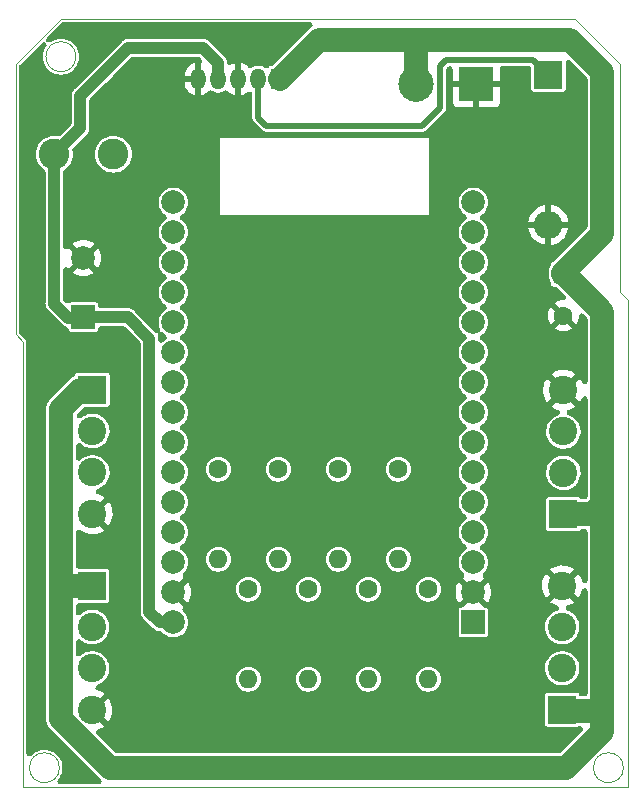
<source format=gbr>
%TF.GenerationSoftware,KiCad,Pcbnew,(6.0.9)*%
%TF.CreationDate,2023-01-02T17:12:58+02:00*%
%TF.ProjectId,ESP32_LEDCONTROLLER,45535033-325f-44c4-9544-434f4e54524f,rev?*%
%TF.SameCoordinates,Original*%
%TF.FileFunction,Copper,L2,Bot*%
%TF.FilePolarity,Positive*%
%FSLAX46Y46*%
G04 Gerber Fmt 4.6, Leading zero omitted, Abs format (unit mm)*
G04 Created by KiCad (PCBNEW (6.0.9)) date 2023-01-02 17:12:58*
%MOMM*%
%LPD*%
G01*
G04 APERTURE LIST*
%TA.AperFunction,Profile*%
%ADD10C,0.100000*%
%TD*%
%TA.AperFunction,ComponentPad*%
%ADD11R,1.600000X1.600000*%
%TD*%
%TA.AperFunction,ComponentPad*%
%ADD12C,1.600000*%
%TD*%
%TA.AperFunction,ComponentPad*%
%ADD13C,2.400000*%
%TD*%
%TA.AperFunction,ComponentPad*%
%ADD14R,2.400000X2.400000*%
%TD*%
%TA.AperFunction,ComponentPad*%
%ADD15O,1.600000X1.600000*%
%TD*%
%TA.AperFunction,ComponentPad*%
%ADD16R,2.000000X2.000000*%
%TD*%
%TA.AperFunction,ComponentPad*%
%ADD17C,2.000000*%
%TD*%
%TA.AperFunction,ComponentPad*%
%ADD18R,1.275000X1.800000*%
%TD*%
%TA.AperFunction,ComponentPad*%
%ADD19O,1.275000X1.800000*%
%TD*%
%TA.AperFunction,ComponentPad*%
%ADD20O,2.400000X2.400000*%
%TD*%
%TA.AperFunction,ComponentPad*%
%ADD21C,2.600000*%
%TD*%
%TA.AperFunction,ComponentPad*%
%ADD22R,3.000000X3.000000*%
%TD*%
%TA.AperFunction,ComponentPad*%
%ADD23C,3.000000*%
%TD*%
%TA.AperFunction,Conductor*%
%ADD24C,2.000000*%
%TD*%
%TA.AperFunction,Conductor*%
%ADD25C,1.000000*%
%TD*%
%TA.AperFunction,Conductor*%
%ADD26C,0.500000*%
%TD*%
G04 APERTURE END LIST*
D10*
X94488000Y-153543000D02*
G75*
G03*
X94488000Y-153543000I-1270000J0D01*
G01*
X95885000Y-93345000D02*
G75*
G03*
X95885000Y-93345000I-1270000J0D01*
G01*
X142240000Y-153543000D02*
G75*
G03*
X142240000Y-153543000I-1270000J0D01*
G01*
X141986000Y-93980000D02*
X141986000Y-113284000D01*
X142621000Y-113919000D01*
X142621000Y-155194000D01*
X91440000Y-155194000D01*
X91440000Y-117475000D01*
X90805000Y-116840000D01*
X90805000Y-93980000D01*
X94615000Y-90170000D01*
X138176000Y-90170000D01*
X141986000Y-93980000D01*
D11*
%TO.P,C1,1*%
%TO.N,VSS*%
X137160000Y-111760000D03*
D12*
%TO.P,C1,2*%
%TO.N,GND*%
X137160000Y-115260000D03*
%TD*%
D13*
%TO.P,J2,4,Pin_4*%
%TO.N,GND*%
X137060000Y-138133000D03*
%TO.P,J2,3,Pin_3*%
%TO.N,Net-(J2-Pad3)*%
X137060000Y-141633000D03*
%TO.P,J2,2,Pin_2*%
%TO.N,Net-(J2-Pad2)*%
X137060000Y-145133000D03*
D14*
%TO.P,J2,1,Pin_1*%
%TO.N,VSS*%
X137060000Y-148633000D03*
%TD*%
D12*
%TO.P,R5,1*%
%TO.N,Net-(R5-Pad1)*%
X118110000Y-128270000D03*
D15*
%TO.P,R5,2*%
%TO.N,Net-(J4-Pad2)*%
X118110000Y-135890000D03*
%TD*%
D12*
%TO.P,R8,1*%
%TO.N,Net-(R8-Pad1)*%
X123190000Y-128270000D03*
D15*
%TO.P,R8,2*%
%TO.N,Net-(J4-Pad3)*%
X123190000Y-135890000D03*
%TD*%
D16*
%TO.P,U2,1,3V3*%
%TO.N,unconnected-(U2-Pad1)*%
X129540000Y-141245000D03*
D17*
%TO.P,U2,2,GND*%
%TO.N,GND*%
X129540000Y-138705000D03*
%TO.P,U2,3,D15*%
%TO.N,unconnected-(U2-Pad3)*%
X129540000Y-136165000D03*
%TO.P,U2,4,D2*%
%TO.N,Net-(R1-Pad1)*%
X129540000Y-133625000D03*
%TO.P,U2,5,D4*%
%TO.N,Net-(R2-Pad1)*%
X129540000Y-131085000D03*
%TO.P,U2,6,RX2*%
%TO.N,unconnected-(U2-Pad6)*%
X129540000Y-128545000D03*
%TO.P,U2,7,TX2*%
%TO.N,unconnected-(U2-Pad7)*%
X129540000Y-126005000D03*
%TO.P,U2,8,D5*%
%TO.N,Net-(R3-Pad1)*%
X129540000Y-123465000D03*
%TO.P,U2,9,D18*%
%TO.N,Net-(R4-Pad1)*%
X129540000Y-120925000D03*
%TO.P,U2,10,D19*%
%TO.N,unconnected-(U2-Pad10)*%
X129540000Y-118385000D03*
%TO.P,U2,11,D21*%
%TO.N,unconnected-(U2-Pad11)*%
X129540000Y-115845000D03*
%TO.P,U2,12,RX0*%
%TO.N,unconnected-(U2-Pad12)*%
X129540000Y-113305000D03*
%TO.P,U2,13,TX0*%
%TO.N,unconnected-(U2-Pad13)*%
X129540000Y-110765000D03*
%TO.P,U2,14,D22*%
%TO.N,unconnected-(U2-Pad14)*%
X129540000Y-108225000D03*
%TO.P,U2,15,D23*%
%TO.N,unconnected-(U2-Pad15)*%
X129540000Y-105685000D03*
%TO.P,U2,16,EN*%
%TO.N,unconnected-(U2-Pad16)*%
X104140000Y-105685000D03*
%TO.P,U2,17,VP*%
%TO.N,unconnected-(U2-Pad17)*%
X104140000Y-108225000D03*
%TO.P,U2,18,VN*%
%TO.N,unconnected-(U2-Pad18)*%
X104140000Y-110765000D03*
%TO.P,U2,19,D34*%
%TO.N,unconnected-(U2-Pad19)*%
X104140000Y-113305000D03*
%TO.P,U2,20,D35*%
%TO.N,unconnected-(U2-Pad20)*%
X104140000Y-115845000D03*
%TO.P,U2,21,D32*%
%TO.N,unconnected-(U2-Pad21)*%
X104140000Y-118385000D03*
%TO.P,U2,22,D33*%
%TO.N,Net-(R8-Pad1)*%
X104140000Y-120925000D03*
%TO.P,U2,23,D25*%
%TO.N,Net-(R5-Pad1)*%
X104140000Y-123465000D03*
%TO.P,U2,24,D26*%
%TO.N,Net-(R6-Pad1)*%
X104140000Y-126005000D03*
%TO.P,U2,25,D27*%
%TO.N,Net-(R7-Pad1)*%
X104140000Y-128545000D03*
%TO.P,U2,26,D14*%
%TO.N,unconnected-(U2-Pad26)*%
X104140000Y-131085000D03*
%TO.P,U2,27,D12*%
%TO.N,unconnected-(U2-Pad27)*%
X104140000Y-133625000D03*
%TO.P,U2,28,D13*%
%TO.N,unconnected-(U2-Pad28)*%
X104140000Y-136165000D03*
%TO.P,U2,29,GND*%
%TO.N,GND*%
X104140000Y-138705000D03*
%TO.P,U2,30,VIN*%
%TO.N,VCC*%
X104140000Y-141245000D03*
%TD*%
D14*
%TO.P,J5,1,Pin_1*%
%TO.N,VSS*%
X97282000Y-121539000D03*
D13*
%TO.P,J5,2,Pin_2*%
%TO.N,Net-(J5-Pad2)*%
X97282000Y-125039000D03*
%TO.P,J5,3,Pin_3*%
%TO.N,Net-(J5-Pad3)*%
X97282000Y-128539000D03*
%TO.P,J5,4,Pin_4*%
%TO.N,GND*%
X97282000Y-132039000D03*
%TD*%
D18*
%TO.P,U1,1,VIN*%
%TO.N,VSS*%
X113030000Y-95250000D03*
D19*
%TO.P,U1,2,OUT*%
%TO.N,Net-(D1-Pad1)*%
X111330000Y-95250000D03*
%TO.P,U1,3,GND*%
%TO.N,GND*%
X109630000Y-95250000D03*
%TO.P,U1,4,FB*%
%TO.N,VCC*%
X107930000Y-95250000D03*
%TO.P,U1,5,~{ON}/OFF*%
%TO.N,GND*%
X106230000Y-95250000D03*
%TD*%
D12*
%TO.P,R4,1*%
%TO.N,Net-(R4-Pad1)*%
X110490000Y-138430000D03*
D15*
%TO.P,R4,2*%
%TO.N,Net-(J2-Pad2)*%
X110490000Y-146050000D03*
%TD*%
D13*
%TO.P,J4,4,Pin_4*%
%TO.N,GND*%
X97255000Y-148633000D03*
%TO.P,J4,3,Pin_3*%
%TO.N,Net-(J4-Pad3)*%
X97255000Y-145133000D03*
%TO.P,J4,2,Pin_2*%
%TO.N,Net-(J4-Pad2)*%
X97255000Y-141633000D03*
D14*
%TO.P,J4,1,Pin_1*%
%TO.N,VSS*%
X97255000Y-138133000D03*
%TD*%
D12*
%TO.P,R3,1*%
%TO.N,Net-(R3-Pad1)*%
X115570000Y-138430000D03*
D15*
%TO.P,R3,2*%
%TO.N,Net-(J2-Pad3)*%
X115570000Y-146050000D03*
%TD*%
D12*
%TO.P,R1,1*%
%TO.N,Net-(R1-Pad1)*%
X125730000Y-138430000D03*
D15*
%TO.P,R1,2*%
%TO.N,Net-(J3-Pad3)*%
X125730000Y-146050000D03*
%TD*%
D17*
%TO.P,C2,2*%
%TO.N,GND*%
X96520000Y-110397677D03*
D16*
%TO.P,C2,1*%
%TO.N,VCC*%
X96520000Y-115397677D03*
%TD*%
D14*
%TO.P,D1,1,K*%
%TO.N,Net-(D1-Pad1)*%
X135890000Y-94869000D03*
D20*
%TO.P,D1,2,A*%
%TO.N,GND*%
X135890000Y-107569000D03*
%TD*%
D12*
%TO.P,R2,1*%
%TO.N,Net-(R2-Pad1)*%
X120650000Y-138430000D03*
D15*
%TO.P,R2,2*%
%TO.N,Net-(J3-Pad2)*%
X120650000Y-146050000D03*
%TD*%
D21*
%TO.P,L1,1,1*%
%TO.N,Net-(D1-Pad1)*%
X99060000Y-101600000D03*
%TO.P,L1,2,2*%
%TO.N,VCC*%
X94060000Y-101600000D03*
%TD*%
D12*
%TO.P,R6,1*%
%TO.N,Net-(R6-Pad1)*%
X113030000Y-128270000D03*
D15*
%TO.P,R6,2*%
%TO.N,Net-(J5-Pad3)*%
X113030000Y-135890000D03*
%TD*%
D22*
%TO.P,J1,1,Pin_1*%
%TO.N,GND*%
X129794000Y-95631000D03*
D23*
%TO.P,J1,2,Pin_2*%
%TO.N,VSS*%
X124714000Y-95631000D03*
%TD*%
D12*
%TO.P,R7,1*%
%TO.N,Net-(R7-Pad1)*%
X107950000Y-128270000D03*
D15*
%TO.P,R7,2*%
%TO.N,Net-(J5-Pad2)*%
X107950000Y-135890000D03*
%TD*%
D14*
%TO.P,J3,1,Pin_1*%
%TO.N,VSS*%
X137160000Y-132080000D03*
D13*
%TO.P,J3,2,Pin_2*%
%TO.N,Net-(J3-Pad2)*%
X137160000Y-128580000D03*
%TO.P,J3,3,Pin_3*%
%TO.N,Net-(J3-Pad3)*%
X137160000Y-125080000D03*
%TO.P,J3,4,Pin_4*%
%TO.N,GND*%
X137160000Y-121580000D03*
%TD*%
D24*
%TO.N,VSS*%
X97255000Y-138133000D02*
X95588000Y-138133000D01*
X94615000Y-137160000D02*
X94615000Y-123190000D01*
X94615000Y-149387113D02*
X94615000Y-137160000D01*
X96266000Y-121539000D02*
X97282000Y-121539000D01*
X98770887Y-153543000D02*
X94615000Y-149387113D01*
X137414000Y-153543000D02*
X98770887Y-153543000D01*
X94615000Y-123190000D02*
X96266000Y-121539000D01*
D25*
%TO.N,VCC*%
X102108000Y-140335000D02*
X103018000Y-141245000D01*
X100284677Y-115397677D02*
X102108000Y-117221000D01*
X103018000Y-141245000D02*
X104140000Y-141245000D01*
X96520000Y-115397677D02*
X100284677Y-115397677D01*
X102108000Y-117221000D02*
X102108000Y-140335000D01*
D24*
%TO.N,VSS*%
X140462000Y-114935000D02*
X137287000Y-111760000D01*
X140462000Y-108331000D02*
X140462000Y-94641000D01*
X137160000Y-132080000D02*
X139573000Y-132080000D01*
X137287000Y-111760000D02*
X137160000Y-111760000D01*
X140462000Y-150495000D02*
X140462000Y-131191000D01*
X137736000Y-91915000D02*
X124874000Y-91915000D01*
X137160000Y-111760000D02*
X137160000Y-111633000D01*
X116502500Y-91915000D02*
X113167500Y-95250000D01*
X140462000Y-131191000D02*
X140462000Y-114935000D01*
X137414000Y-153543000D02*
X140462000Y-150495000D01*
X124714000Y-92075000D02*
X124714000Y-96139000D01*
X140462000Y-94641000D02*
X137736000Y-91915000D01*
X124874000Y-91915000D02*
X116502500Y-91915000D01*
X124874000Y-91915000D02*
X124714000Y-92075000D01*
X139573000Y-132080000D02*
X140462000Y-131191000D01*
X137160000Y-111633000D02*
X140462000Y-108331000D01*
X137060000Y-148760000D02*
X140165000Y-148760000D01*
D25*
%TO.N,VCC*%
X95250000Y-115443000D02*
X96474677Y-115443000D01*
X107930000Y-95250000D02*
X107930000Y-93875000D01*
X96474677Y-115443000D02*
X96520000Y-115397677D01*
X100330000Y-92583000D02*
X96266000Y-96647000D01*
X106638000Y-92583000D02*
X100330000Y-92583000D01*
X107930000Y-93875000D02*
X106638000Y-92583000D01*
X94060000Y-101600000D02*
X94060000Y-114253000D01*
X94060000Y-114253000D02*
X95250000Y-115443000D01*
X96266000Y-99394000D02*
X94060000Y-101600000D01*
X96266000Y-96647000D02*
X96266000Y-99394000D01*
D26*
%TO.N,Net-(D1-Pad1)*%
X127254000Y-93599000D02*
X126746000Y-94107000D01*
X126746000Y-94107000D02*
X126746000Y-97663000D01*
X134620000Y-93599000D02*
X127254000Y-93599000D01*
X111330000Y-98503000D02*
X111330000Y-95250000D01*
X125222000Y-99187000D02*
X112014000Y-99187000D01*
X112014000Y-99187000D02*
X111330000Y-98503000D01*
X126746000Y-97663000D02*
X125222000Y-99187000D01*
X135890000Y-94869000D02*
X134620000Y-93599000D01*
%TD*%
%TA.AperFunction,Conductor*%
%TO.N,GND*%
G36*
X115761286Y-90439454D02*
G01*
X115842068Y-90493430D01*
X115896044Y-90574212D01*
X115914998Y-90669500D01*
X115896044Y-90764788D01*
X115842068Y-90845570D01*
X115811299Y-90871709D01*
X115798230Y-90881100D01*
X115789636Y-90887007D01*
X115747152Y-90914914D01*
X115722616Y-90931031D01*
X115715800Y-90937104D01*
X115715797Y-90937106D01*
X115706808Y-90945114D01*
X115697265Y-90952760D01*
X115691103Y-90958079D01*
X115682095Y-90964552D01*
X115639338Y-91008674D01*
X115608935Y-91040047D01*
X115606192Y-91042834D01*
X112622456Y-94026570D01*
X112541674Y-94080546D01*
X112446386Y-94099500D01*
X112367826Y-94099500D01*
X112294760Y-94114034D01*
X112274368Y-94127659D01*
X112274366Y-94127660D01*
X112247056Y-94145908D01*
X112211899Y-94169399D01*
X112193302Y-94197232D01*
X112124607Y-94265929D01*
X112034848Y-94303111D01*
X111937693Y-94303112D01*
X111847933Y-94265935D01*
X111839908Y-94260341D01*
X111787013Y-94221910D01*
X111787001Y-94221903D01*
X111776446Y-94214234D01*
X111605918Y-94138310D01*
X111423333Y-94099500D01*
X111236667Y-94099500D01*
X111054082Y-94138310D01*
X110883555Y-94214234D01*
X110873001Y-94221902D01*
X110872999Y-94221903D01*
X110821196Y-94259539D01*
X110732965Y-94300213D01*
X110635885Y-94304026D01*
X110544736Y-94270398D01*
X110489796Y-94224705D01*
X110476535Y-94209977D01*
X110338705Y-94082569D01*
X110320667Y-94068729D01*
X110161930Y-93968572D01*
X110141673Y-93958251D01*
X109967336Y-93888697D01*
X109945535Y-93882240D01*
X109908053Y-93874784D01*
X109887197Y-93874784D01*
X109884000Y-93882502D01*
X109884000Y-96606698D01*
X109888069Y-96627156D01*
X109897160Y-96628964D01*
X109916494Y-96625642D01*
X109938462Y-96619755D01*
X110114549Y-96554793D01*
X110135077Y-96545001D01*
X110296379Y-96449037D01*
X110314777Y-96435670D01*
X110416323Y-96346617D01*
X110500462Y-96298039D01*
X110596786Y-96285358D01*
X110690630Y-96310504D01*
X110767708Y-96369648D01*
X110816286Y-96453787D01*
X110829500Y-96533825D01*
X110829500Y-98440070D01*
X110829167Y-98448368D01*
X110825981Y-98462447D01*
X110827080Y-98480154D01*
X110829022Y-98511461D01*
X110829500Y-98526880D01*
X110829500Y-98538940D01*
X110830754Y-98547698D01*
X110831084Y-98552327D01*
X110832284Y-98564039D01*
X110834859Y-98605538D01*
X110840885Y-98622229D01*
X110841083Y-98623187D01*
X110841371Y-98624832D01*
X110841883Y-98626401D01*
X110842162Y-98627355D01*
X110844677Y-98644918D01*
X110852018Y-98661063D01*
X110852020Y-98661071D01*
X110861890Y-98682778D01*
X110869426Y-98701291D01*
X110883540Y-98740387D01*
X110894005Y-98754712D01*
X110894467Y-98755581D01*
X110895200Y-98757070D01*
X110896131Y-98758430D01*
X110896672Y-98759275D01*
X110904016Y-98775428D01*
X110915597Y-98788868D01*
X110915600Y-98788873D01*
X110931158Y-98806929D01*
X110941969Y-98820543D01*
X110942849Y-98821571D01*
X110948522Y-98829336D01*
X110956049Y-98836863D01*
X110968612Y-98850395D01*
X110997600Y-98884037D01*
X111011758Y-98893214D01*
X111021496Y-98902310D01*
X111615604Y-99496418D01*
X111621229Y-99502514D01*
X111628930Y-99514720D01*
X111642223Y-99526460D01*
X111642224Y-99526461D01*
X111665733Y-99547223D01*
X111676974Y-99557788D01*
X111685506Y-99566320D01*
X111692583Y-99571624D01*
X111696087Y-99574662D01*
X111705218Y-99582095D01*
X111736388Y-99609623D01*
X111752440Y-99617160D01*
X111753275Y-99617708D01*
X111754625Y-99618656D01*
X111756106Y-99619408D01*
X111756978Y-99619886D01*
X111771176Y-99630526D01*
X111795072Y-99639484D01*
X111810110Y-99645122D01*
X111828522Y-99652880D01*
X111866163Y-99670553D01*
X111883691Y-99673282D01*
X111884639Y-99673572D01*
X111886212Y-99674107D01*
X111887839Y-99674412D01*
X111888809Y-99674625D01*
X111905419Y-99680852D01*
X111923109Y-99682167D01*
X111923111Y-99682167D01*
X111946892Y-99683934D01*
X111964142Y-99685914D01*
X111965494Y-99686019D01*
X111975009Y-99687500D01*
X111985650Y-99687500D01*
X112004103Y-99688185D01*
X112048391Y-99691476D01*
X112064893Y-99687953D01*
X112078220Y-99687500D01*
X125159070Y-99687500D01*
X125167368Y-99687833D01*
X125181447Y-99691019D01*
X125227124Y-99688185D01*
X125230461Y-99687978D01*
X125245880Y-99687500D01*
X125257940Y-99687500D01*
X125266698Y-99686246D01*
X125271327Y-99685916D01*
X125283039Y-99684716D01*
X125306829Y-99683240D01*
X125306831Y-99683240D01*
X125324538Y-99682141D01*
X125341229Y-99676115D01*
X125342187Y-99675917D01*
X125343832Y-99675629D01*
X125345401Y-99675117D01*
X125346355Y-99674838D01*
X125363918Y-99672323D01*
X125380063Y-99664982D01*
X125380071Y-99664980D01*
X125401778Y-99655110D01*
X125420291Y-99647574D01*
X125437390Y-99641401D01*
X125459387Y-99633460D01*
X125473712Y-99622995D01*
X125474581Y-99622533D01*
X125476070Y-99621800D01*
X125477430Y-99620869D01*
X125478275Y-99620328D01*
X125494428Y-99612984D01*
X125507868Y-99601403D01*
X125507873Y-99601400D01*
X125525929Y-99585842D01*
X125539543Y-99575031D01*
X125540571Y-99574151D01*
X125548336Y-99568478D01*
X125555863Y-99560951D01*
X125569395Y-99548388D01*
X125571017Y-99546991D01*
X125603037Y-99519400D01*
X125612214Y-99505242D01*
X125621310Y-99495504D01*
X127055418Y-98061396D01*
X127061514Y-98055771D01*
X127073720Y-98048070D01*
X127106223Y-98011267D01*
X127116788Y-98000026D01*
X127125320Y-97991494D01*
X127130624Y-97984417D01*
X127133662Y-97980913D01*
X127141095Y-97971782D01*
X127156884Y-97953904D01*
X127168623Y-97940612D01*
X127176160Y-97924560D01*
X127176708Y-97923725D01*
X127177656Y-97922375D01*
X127178408Y-97920894D01*
X127178886Y-97920022D01*
X127189526Y-97905824D01*
X127204122Y-97866890D01*
X127211881Y-97848476D01*
X127222014Y-97826894D01*
X127229553Y-97810837D01*
X127232282Y-97793309D01*
X127232572Y-97792361D01*
X127233107Y-97790788D01*
X127233412Y-97789161D01*
X127233625Y-97788191D01*
X127239852Y-97771581D01*
X127242934Y-97730108D01*
X127244914Y-97712858D01*
X127245019Y-97711506D01*
X127246500Y-97701991D01*
X127246500Y-97691350D01*
X127247185Y-97672898D01*
X127249161Y-97646304D01*
X127250476Y-97628609D01*
X127246953Y-97612107D01*
X127246500Y-97598780D01*
X127246500Y-97172346D01*
X127786001Y-97172346D01*
X127786729Y-97185792D01*
X127791062Y-97225685D01*
X127798228Y-97255826D01*
X127837600Y-97360850D01*
X127854469Y-97391660D01*
X127920453Y-97479703D01*
X127945297Y-97504547D01*
X128033340Y-97570531D01*
X128064150Y-97587400D01*
X128169178Y-97626773D01*
X128199309Y-97633938D01*
X128239214Y-97638273D01*
X128252650Y-97639000D01*
X129515473Y-97639000D01*
X129535931Y-97634931D01*
X129540000Y-97614473D01*
X129540000Y-97614472D01*
X130048000Y-97614472D01*
X130052069Y-97634930D01*
X130072527Y-97638999D01*
X131335346Y-97638999D01*
X131348792Y-97638271D01*
X131388685Y-97633938D01*
X131418826Y-97626772D01*
X131523850Y-97587400D01*
X131554660Y-97570531D01*
X131642703Y-97504547D01*
X131667547Y-97479703D01*
X131733531Y-97391660D01*
X131750400Y-97360850D01*
X131789773Y-97255822D01*
X131796938Y-97225691D01*
X131801273Y-97185786D01*
X131802000Y-97172350D01*
X131802000Y-95909527D01*
X131797931Y-95889069D01*
X131777473Y-95885000D01*
X130072527Y-95885000D01*
X130052069Y-95889069D01*
X130048000Y-95909527D01*
X130048000Y-97614472D01*
X129540000Y-97614472D01*
X129540000Y-95909527D01*
X129535931Y-95889069D01*
X129515473Y-95885000D01*
X127810528Y-95885000D01*
X127790070Y-95889069D01*
X127786001Y-95909527D01*
X127786001Y-97172346D01*
X127246500Y-97172346D01*
X127246500Y-94417454D01*
X127265454Y-94322166D01*
X127319430Y-94241384D01*
X127360930Y-94199884D01*
X127441712Y-94145908D01*
X127537000Y-94126954D01*
X127632288Y-94145908D01*
X127713070Y-94199884D01*
X127767046Y-94280666D01*
X127786000Y-94375954D01*
X127786000Y-95352473D01*
X127790069Y-95372931D01*
X127810527Y-95377000D01*
X131777472Y-95377000D01*
X131797930Y-95372931D01*
X131801999Y-95352473D01*
X131801999Y-94348500D01*
X131820953Y-94253212D01*
X131874929Y-94172430D01*
X131955711Y-94118454D01*
X132050999Y-94099500D01*
X134190500Y-94099500D01*
X134285788Y-94118454D01*
X134366570Y-94172430D01*
X134420546Y-94253212D01*
X134439500Y-94348500D01*
X134439500Y-96093674D01*
X134454034Y-96166740D01*
X134467659Y-96187132D01*
X134467660Y-96187134D01*
X134477237Y-96201467D01*
X134509399Y-96249601D01*
X134529795Y-96263229D01*
X134571866Y-96291340D01*
X134571868Y-96291341D01*
X134592260Y-96304966D01*
X134665326Y-96319500D01*
X137114674Y-96319500D01*
X137187740Y-96304966D01*
X137208132Y-96291341D01*
X137208134Y-96291340D01*
X137250205Y-96263229D01*
X137270601Y-96249601D01*
X137302763Y-96201467D01*
X137312340Y-96187134D01*
X137312341Y-96187132D01*
X137325966Y-96166740D01*
X137340500Y-96093674D01*
X137340500Y-93889114D01*
X137359454Y-93793826D01*
X137413430Y-93713044D01*
X137494212Y-93659068D01*
X137589500Y-93640114D01*
X137684788Y-93659068D01*
X137765570Y-93713044D01*
X139138570Y-95086044D01*
X139192546Y-95166826D01*
X139211500Y-95262114D01*
X139211500Y-107709885D01*
X139192546Y-107805173D01*
X139138570Y-107885955D01*
X136353707Y-110670819D01*
X136279066Y-110720691D01*
X136262260Y-110724034D01*
X136241870Y-110737658D01*
X136204480Y-110762641D01*
X136179399Y-110779399D01*
X136165771Y-110799795D01*
X136137660Y-110841866D01*
X136137659Y-110841868D01*
X136124034Y-110862260D01*
X136119249Y-110886317D01*
X136112923Y-110918118D01*
X136079641Y-111001858D01*
X136041293Y-111062990D01*
X136037156Y-111073280D01*
X136034636Y-111078227D01*
X136026206Y-111095666D01*
X136023898Y-111100706D01*
X136018405Y-111110337D01*
X136014704Y-111120787D01*
X136014704Y-111120788D01*
X135991635Y-111185933D01*
X135987948Y-111195690D01*
X135965852Y-111250658D01*
X135958034Y-111270105D01*
X135955787Y-111280954D01*
X135954182Y-111286270D01*
X135948975Y-111304921D01*
X135947593Y-111310305D01*
X135943892Y-111320756D01*
X135942100Y-111331699D01*
X135930931Y-111399905D01*
X135929034Y-111410140D01*
X135912767Y-111488690D01*
X135912242Y-111497802D01*
X135911548Y-111509829D01*
X135910205Y-111521996D01*
X135909609Y-111530106D01*
X135907818Y-111541046D01*
X135907992Y-111552130D01*
X135907992Y-111552132D01*
X135909469Y-111646151D01*
X135909500Y-111650062D01*
X135909500Y-111715365D01*
X135909087Y-111729698D01*
X135905066Y-111799438D01*
X135915646Y-111886866D01*
X135916459Y-111894598D01*
X135924289Y-111982339D01*
X135927214Y-111993028D01*
X135928742Y-112001524D01*
X135930551Y-112010036D01*
X135931883Y-112021044D01*
X135935142Y-112031639D01*
X135935145Y-112031651D01*
X135957779Y-112105223D01*
X135959962Y-112112736D01*
X135983192Y-112197651D01*
X135987970Y-112207669D01*
X135991004Y-112215826D01*
X135994258Y-112223801D01*
X135997519Y-112234400D01*
X136002602Y-112244247D01*
X136002604Y-112244253D01*
X136037919Y-112312672D01*
X136041378Y-112319640D01*
X136079292Y-112399129D01*
X136079293Y-112399130D01*
X136078320Y-112399594D01*
X136107015Y-112481302D01*
X136109500Y-112516389D01*
X136109500Y-112584674D01*
X136124034Y-112657740D01*
X136137659Y-112678132D01*
X136137660Y-112678134D01*
X136143728Y-112687215D01*
X136179399Y-112740601D01*
X136199795Y-112754229D01*
X136241866Y-112782340D01*
X136241868Y-112782341D01*
X136262260Y-112795966D01*
X136335326Y-112810500D01*
X136405207Y-112810500D01*
X136500495Y-112829454D01*
X136544082Y-112852825D01*
X136555132Y-112860250D01*
X136565295Y-112864711D01*
X136572900Y-112868892D01*
X136580591Y-112872811D01*
X136589990Y-112878707D01*
X136600281Y-112882844D01*
X136600285Y-112882846D01*
X136621774Y-112891484D01*
X136704971Y-112946445D01*
X137284059Y-113525533D01*
X137338035Y-113606315D01*
X137356989Y-113701603D01*
X137338035Y-113796891D01*
X137284059Y-113877673D01*
X137203277Y-113931649D01*
X137129690Y-113949656D01*
X136942824Y-113966004D01*
X136921507Y-113969763D01*
X136721424Y-114023375D01*
X136701081Y-114030779D01*
X136513354Y-114118318D01*
X136494594Y-114129149D01*
X136452200Y-114158834D01*
X136437778Y-114173900D01*
X136441446Y-114182236D01*
X138229758Y-115970548D01*
X138247099Y-115982135D01*
X138254671Y-115977075D01*
X138290851Y-115925406D01*
X138301682Y-115906646D01*
X138389221Y-115718919D01*
X138396625Y-115698576D01*
X138450237Y-115498493D01*
X138453996Y-115477176D01*
X138470344Y-115290310D01*
X138497531Y-115197036D01*
X138558342Y-115121266D01*
X138643521Y-115074536D01*
X138740098Y-115063958D01*
X138833372Y-115091145D01*
X138894467Y-115135941D01*
X139138570Y-115380044D01*
X139192546Y-115460826D01*
X139211500Y-115556114D01*
X139211500Y-120815359D01*
X139192546Y-120910647D01*
X139138570Y-120991429D01*
X139057788Y-121045405D01*
X138962500Y-121064359D01*
X138867212Y-121045405D01*
X138786430Y-120991429D01*
X138730430Y-120905606D01*
X138709290Y-120851244D01*
X138701348Y-120834594D01*
X138584550Y-120630242D01*
X138574248Y-120614968D01*
X138549756Y-120583899D01*
X138533895Y-120570352D01*
X138523625Y-120575585D01*
X137536551Y-121562659D01*
X137524964Y-121580000D01*
X137536551Y-121597341D01*
X138519203Y-122579993D01*
X138536544Y-122591580D01*
X138542643Y-122587505D01*
X138543749Y-122586132D01*
X138660228Y-122405046D01*
X138669023Y-122388846D01*
X138735471Y-122241338D01*
X138791889Y-122162243D01*
X138874281Y-122110758D01*
X138970104Y-122094723D01*
X139064769Y-122116578D01*
X139143864Y-122172996D01*
X139195349Y-122255388D01*
X139211500Y-122343607D01*
X139211500Y-130569886D01*
X139192546Y-130665174D01*
X139138570Y-130745956D01*
X139127956Y-130756570D01*
X139047174Y-130810546D01*
X138951886Y-130829500D01*
X138760624Y-130829500D01*
X138665336Y-130810546D01*
X138584554Y-130756570D01*
X138555044Y-130720610D01*
X138554229Y-130719795D01*
X138540601Y-130699399D01*
X138514308Y-130681831D01*
X138478134Y-130657660D01*
X138478132Y-130657659D01*
X138457740Y-130644034D01*
X138384674Y-130629500D01*
X135935326Y-130629500D01*
X135862260Y-130644034D01*
X135841868Y-130657659D01*
X135841866Y-130657660D01*
X135805692Y-130681831D01*
X135779399Y-130699399D01*
X135765771Y-130719795D01*
X135737660Y-130761866D01*
X135737659Y-130761868D01*
X135724034Y-130782260D01*
X135709500Y-130855326D01*
X135709500Y-133304674D01*
X135724034Y-133377740D01*
X135737659Y-133398132D01*
X135737660Y-133398134D01*
X135758641Y-133429534D01*
X135779399Y-133460601D01*
X135799795Y-133474229D01*
X135841866Y-133502340D01*
X135841868Y-133502341D01*
X135862260Y-133515966D01*
X135935326Y-133530500D01*
X138384674Y-133530500D01*
X138457740Y-133515966D01*
X138478132Y-133502341D01*
X138478134Y-133502340D01*
X138520205Y-133474229D01*
X138540601Y-133460601D01*
X138554229Y-133440205D01*
X138571568Y-133422866D01*
X138571727Y-133423025D01*
X138622282Y-133372468D01*
X138712040Y-133335286D01*
X138760624Y-133330500D01*
X138962500Y-133330500D01*
X139057788Y-133349454D01*
X139138570Y-133403430D01*
X139192546Y-133484212D01*
X139211500Y-133579500D01*
X139211500Y-137673141D01*
X139192546Y-137768429D01*
X139138570Y-137849211D01*
X139057788Y-137903187D01*
X138962500Y-137922141D01*
X138867212Y-137903187D01*
X138786430Y-137849211D01*
X138732454Y-137768429D01*
X138719640Y-137728095D01*
X138699988Y-137641246D01*
X138694597Y-137623613D01*
X138609290Y-137404244D01*
X138601348Y-137387594D01*
X138484550Y-137183242D01*
X138474248Y-137167968D01*
X138449756Y-137136899D01*
X138433895Y-137123352D01*
X138423625Y-137128585D01*
X137436551Y-138115659D01*
X137424964Y-138133000D01*
X137436551Y-138150341D01*
X138419203Y-139132993D01*
X138436544Y-139144580D01*
X138442643Y-139140505D01*
X138443749Y-139139132D01*
X138560228Y-138958046D01*
X138569024Y-138941846D01*
X138665699Y-138727235D01*
X138672005Y-138709909D01*
X138722849Y-138529629D01*
X138766956Y-138443064D01*
X138840833Y-138379966D01*
X138933233Y-138349944D01*
X139030089Y-138357567D01*
X139116654Y-138401674D01*
X139179752Y-138475551D01*
X139209774Y-138567951D01*
X139211500Y-138597218D01*
X139211500Y-147260500D01*
X139192546Y-147355788D01*
X139138570Y-147436570D01*
X139057788Y-147490546D01*
X138962500Y-147509500D01*
X138729336Y-147509500D01*
X138634048Y-147490546D01*
X138553266Y-147436570D01*
X138500371Y-147357406D01*
X138495966Y-147335260D01*
X138440601Y-147252399D01*
X138420205Y-147238771D01*
X138378134Y-147210660D01*
X138378132Y-147210659D01*
X138357740Y-147197034D01*
X138284674Y-147182500D01*
X135835326Y-147182500D01*
X135762260Y-147197034D01*
X135741868Y-147210659D01*
X135741866Y-147210660D01*
X135699795Y-147238771D01*
X135679399Y-147252399D01*
X135665771Y-147272795D01*
X135637660Y-147314866D01*
X135637659Y-147314868D01*
X135624034Y-147335260D01*
X135609500Y-147408326D01*
X135609500Y-149857674D01*
X135624034Y-149930740D01*
X135637659Y-149951132D01*
X135637660Y-149951134D01*
X135665771Y-149993205D01*
X135679399Y-150013601D01*
X135699795Y-150027229D01*
X135741866Y-150055340D01*
X135741868Y-150055341D01*
X135762260Y-150068966D01*
X135835326Y-150083500D01*
X138284674Y-150083500D01*
X138357740Y-150068966D01*
X138382439Y-150052463D01*
X138472199Y-150015284D01*
X138520774Y-150010500D01*
X138576886Y-150010500D01*
X138672174Y-150029454D01*
X138752956Y-150083430D01*
X138806932Y-150164212D01*
X138825886Y-150259500D01*
X138806932Y-150354788D01*
X138752956Y-150435570D01*
X136968956Y-152219570D01*
X136888174Y-152273546D01*
X136792886Y-152292500D01*
X99392001Y-152292500D01*
X99296713Y-152273546D01*
X99215931Y-152219570D01*
X97672839Y-150676478D01*
X97618863Y-150595696D01*
X97599909Y-150500408D01*
X97618863Y-150405120D01*
X97672839Y-150324338D01*
X97753621Y-150270362D01*
X97785514Y-150259613D01*
X97803702Y-150254824D01*
X97821112Y-150248830D01*
X98037391Y-150155908D01*
X98053734Y-150147401D01*
X98253900Y-150023534D01*
X98257121Y-150021194D01*
X98266693Y-150009161D01*
X98260156Y-149997366D01*
X97071860Y-148809070D01*
X97017884Y-148728288D01*
X96998930Y-148633000D01*
X97619964Y-148633000D01*
X97631551Y-148650341D01*
X98614203Y-149632993D01*
X98631544Y-149644580D01*
X98637643Y-149640505D01*
X98638749Y-149639132D01*
X98755228Y-149458046D01*
X98764024Y-149441846D01*
X98860699Y-149227235D01*
X98867005Y-149209909D01*
X98930895Y-148983371D01*
X98934570Y-148965307D01*
X98964654Y-148728838D01*
X98965605Y-148716399D01*
X98967626Y-148639240D01*
X98967326Y-148626770D01*
X98949660Y-148389054D01*
X98946934Y-148370815D01*
X98894989Y-148141249D01*
X98889597Y-148123613D01*
X98804290Y-147904244D01*
X98796348Y-147887594D01*
X98679550Y-147683242D01*
X98669248Y-147667968D01*
X98644756Y-147636899D01*
X98628895Y-147623352D01*
X98618625Y-147628585D01*
X97631551Y-148615659D01*
X97619964Y-148633000D01*
X96998930Y-148633000D01*
X97017884Y-148537712D01*
X97071860Y-148456930D01*
X98252959Y-147275831D01*
X98264546Y-147258490D01*
X98259574Y-147251049D01*
X98131896Y-147162476D01*
X98116016Y-147153123D01*
X97904914Y-147049019D01*
X97887817Y-147042111D01*
X97710147Y-146985238D01*
X97625173Y-146938136D01*
X97564693Y-146862102D01*
X97537914Y-146768710D01*
X97548913Y-146672180D01*
X97596015Y-146587206D01*
X97672049Y-146526726D01*
X97714507Y-146509594D01*
X97786068Y-146488125D01*
X98000264Y-146383191D01*
X98194445Y-146244683D01*
X98363397Y-146076320D01*
X98392900Y-146035262D01*
X109434520Y-146035262D01*
X109435539Y-146047397D01*
X109435539Y-146047399D01*
X109438573Y-146083529D01*
X109451759Y-146240553D01*
X109508544Y-146438586D01*
X109514110Y-146449416D01*
X109514111Y-146449419D01*
X109584137Y-146585675D01*
X109602712Y-146621818D01*
X109730677Y-146783270D01*
X109887564Y-146916791D01*
X110067398Y-147017297D01*
X110263329Y-147080959D01*
X110275417Y-147082400D01*
X110275420Y-147082401D01*
X110401803Y-147097470D01*
X110467894Y-147105351D01*
X110673300Y-147089546D01*
X110742125Y-147070330D01*
X110860004Y-147037418D01*
X110860008Y-147037416D01*
X110871725Y-147034145D01*
X110882585Y-147028659D01*
X110882588Y-147028658D01*
X110985526Y-146976660D01*
X111055610Y-146941258D01*
X111065202Y-146933764D01*
X111065205Y-146933762D01*
X111208353Y-146821923D01*
X111208355Y-146821922D01*
X111217951Y-146814424D01*
X111352564Y-146658472D01*
X111373387Y-146621818D01*
X111448306Y-146489936D01*
X111448306Y-146489935D01*
X111454323Y-146479344D01*
X111519351Y-146283863D01*
X111545171Y-146079474D01*
X111545583Y-146050000D01*
X111544138Y-146035262D01*
X114514520Y-146035262D01*
X114515539Y-146047397D01*
X114515539Y-146047399D01*
X114518573Y-146083529D01*
X114531759Y-146240553D01*
X114588544Y-146438586D01*
X114594110Y-146449416D01*
X114594111Y-146449419D01*
X114664137Y-146585675D01*
X114682712Y-146621818D01*
X114810677Y-146783270D01*
X114967564Y-146916791D01*
X115147398Y-147017297D01*
X115343329Y-147080959D01*
X115355417Y-147082400D01*
X115355420Y-147082401D01*
X115481803Y-147097470D01*
X115547894Y-147105351D01*
X115753300Y-147089546D01*
X115822125Y-147070330D01*
X115940004Y-147037418D01*
X115940008Y-147037416D01*
X115951725Y-147034145D01*
X115962585Y-147028659D01*
X115962588Y-147028658D01*
X116065526Y-146976660D01*
X116135610Y-146941258D01*
X116145202Y-146933764D01*
X116145205Y-146933762D01*
X116288353Y-146821923D01*
X116288355Y-146821922D01*
X116297951Y-146814424D01*
X116432564Y-146658472D01*
X116453387Y-146621818D01*
X116528306Y-146489936D01*
X116528306Y-146489935D01*
X116534323Y-146479344D01*
X116599351Y-146283863D01*
X116625171Y-146079474D01*
X116625583Y-146050000D01*
X116624138Y-146035262D01*
X119594520Y-146035262D01*
X119595539Y-146047397D01*
X119595539Y-146047399D01*
X119598573Y-146083529D01*
X119611759Y-146240553D01*
X119668544Y-146438586D01*
X119674110Y-146449416D01*
X119674111Y-146449419D01*
X119744137Y-146585675D01*
X119762712Y-146621818D01*
X119890677Y-146783270D01*
X120047564Y-146916791D01*
X120227398Y-147017297D01*
X120423329Y-147080959D01*
X120435417Y-147082400D01*
X120435420Y-147082401D01*
X120561803Y-147097470D01*
X120627894Y-147105351D01*
X120833300Y-147089546D01*
X120902125Y-147070330D01*
X121020004Y-147037418D01*
X121020008Y-147037416D01*
X121031725Y-147034145D01*
X121042585Y-147028659D01*
X121042588Y-147028658D01*
X121145526Y-146976660D01*
X121215610Y-146941258D01*
X121225202Y-146933764D01*
X121225205Y-146933762D01*
X121368353Y-146821923D01*
X121368355Y-146821922D01*
X121377951Y-146814424D01*
X121512564Y-146658472D01*
X121533387Y-146621818D01*
X121608306Y-146489936D01*
X121608306Y-146489935D01*
X121614323Y-146479344D01*
X121679351Y-146283863D01*
X121705171Y-146079474D01*
X121705583Y-146050000D01*
X121704138Y-146035262D01*
X124674520Y-146035262D01*
X124675539Y-146047397D01*
X124675539Y-146047399D01*
X124678573Y-146083529D01*
X124691759Y-146240553D01*
X124748544Y-146438586D01*
X124754110Y-146449416D01*
X124754111Y-146449419D01*
X124824137Y-146585675D01*
X124842712Y-146621818D01*
X124970677Y-146783270D01*
X125127564Y-146916791D01*
X125307398Y-147017297D01*
X125503329Y-147080959D01*
X125515417Y-147082400D01*
X125515420Y-147082401D01*
X125641803Y-147097470D01*
X125707894Y-147105351D01*
X125913300Y-147089546D01*
X125982125Y-147070330D01*
X126100004Y-147037418D01*
X126100008Y-147037416D01*
X126111725Y-147034145D01*
X126122585Y-147028659D01*
X126122588Y-147028658D01*
X126225526Y-146976660D01*
X126295610Y-146941258D01*
X126305202Y-146933764D01*
X126305205Y-146933762D01*
X126448353Y-146821923D01*
X126448355Y-146821922D01*
X126457951Y-146814424D01*
X126592564Y-146658472D01*
X126613387Y-146621818D01*
X126688306Y-146489936D01*
X126688306Y-146489935D01*
X126694323Y-146479344D01*
X126759351Y-146283863D01*
X126785171Y-146079474D01*
X126785583Y-146050000D01*
X126765480Y-145844970D01*
X126705935Y-145647749D01*
X126609218Y-145465849D01*
X126580342Y-145430443D01*
X126563688Y-145410024D01*
X126479011Y-145306200D01*
X126320275Y-145174882D01*
X126294749Y-145161080D01*
X126177049Y-145097440D01*
X135604963Y-145097440D01*
X135618694Y-145335562D01*
X135671131Y-145568245D01*
X135760867Y-145789239D01*
X135766204Y-145797949D01*
X135766207Y-145797954D01*
X135858550Y-145948643D01*
X135885493Y-145992609D01*
X136041660Y-146172894D01*
X136225176Y-146325252D01*
X136431112Y-146445591D01*
X136440655Y-146449235D01*
X136440661Y-146449238D01*
X136644388Y-146527034D01*
X136644393Y-146527035D01*
X136653937Y-146530680D01*
X136767226Y-146553729D01*
X136877653Y-146576196D01*
X136877655Y-146576196D01*
X136887666Y-146578233D01*
X136991566Y-146582043D01*
X137115813Y-146586599D01*
X137115818Y-146586599D01*
X137126025Y-146586973D01*
X137136156Y-146585675D01*
X137136160Y-146585675D01*
X137352479Y-146557963D01*
X137352482Y-146557962D01*
X137362609Y-146556665D01*
X137591068Y-146488125D01*
X137805264Y-146383191D01*
X137999445Y-146244683D01*
X138168397Y-146076320D01*
X138307582Y-145882623D01*
X138413263Y-145668795D01*
X138451478Y-145543012D01*
X138479629Y-145450357D01*
X138479630Y-145450353D01*
X138482600Y-145440577D01*
X138513733Y-145204099D01*
X138515471Y-145133000D01*
X138511335Y-145082687D01*
X138496764Y-144905466D01*
X138495927Y-144895284D01*
X138450731Y-144715349D01*
X138440312Y-144673867D01*
X138440310Y-144673861D01*
X138437821Y-144663952D01*
X138342712Y-144445216D01*
X138213155Y-144244951D01*
X138052629Y-144068536D01*
X137865445Y-143920707D01*
X137768850Y-143867384D01*
X137665577Y-143810374D01*
X137665573Y-143810372D01*
X137656631Y-143805436D01*
X137647005Y-143802027D01*
X137647000Y-143802025D01*
X137441429Y-143729229D01*
X137441430Y-143729229D01*
X137431794Y-143725817D01*
X137374477Y-143715607D01*
X137207035Y-143685780D01*
X137207029Y-143685779D01*
X137196972Y-143683988D01*
X137186751Y-143683863D01*
X137186750Y-143683863D01*
X137055398Y-143682258D01*
X136958471Y-143681074D01*
X136948370Y-143682620D01*
X136948366Y-143682620D01*
X136732798Y-143715607D01*
X136732793Y-143715608D01*
X136722698Y-143717153D01*
X136495982Y-143791255D01*
X136486911Y-143795977D01*
X136459255Y-143810374D01*
X136284414Y-143901390D01*
X136250253Y-143927039D01*
X136101852Y-144038462D01*
X136101848Y-144038465D01*
X136093675Y-144044602D01*
X135928887Y-144217042D01*
X135794475Y-144414082D01*
X135694051Y-144630428D01*
X135630309Y-144860272D01*
X135625479Y-144905466D01*
X135606540Y-145082687D01*
X135604963Y-145097440D01*
X126177049Y-145097440D01*
X126149764Y-145082687D01*
X126149761Y-145082686D01*
X126139055Y-145076897D01*
X126109800Y-145067841D01*
X125953891Y-145019579D01*
X125953889Y-145019579D01*
X125942254Y-145015977D01*
X125737369Y-144994443D01*
X125532203Y-145013114D01*
X125334572Y-145071280D01*
X125323776Y-145076924D01*
X125284533Y-145097440D01*
X125152002Y-145166726D01*
X124991447Y-145295815D01*
X124859024Y-145453630D01*
X124853160Y-145464296D01*
X124853159Y-145464298D01*
X124846392Y-145476607D01*
X124759776Y-145634162D01*
X124756098Y-145645756D01*
X124756096Y-145645761D01*
X124713586Y-145779771D01*
X124697484Y-145830532D01*
X124674520Y-146035262D01*
X121704138Y-146035262D01*
X121685480Y-145844970D01*
X121625935Y-145647749D01*
X121529218Y-145465849D01*
X121500342Y-145430443D01*
X121483688Y-145410024D01*
X121399011Y-145306200D01*
X121240275Y-145174882D01*
X121214749Y-145161080D01*
X121069764Y-145082687D01*
X121069761Y-145082686D01*
X121059055Y-145076897D01*
X121029800Y-145067841D01*
X120873891Y-145019579D01*
X120873889Y-145019579D01*
X120862254Y-145015977D01*
X120657369Y-144994443D01*
X120452203Y-145013114D01*
X120254572Y-145071280D01*
X120243776Y-145076924D01*
X120204533Y-145097440D01*
X120072002Y-145166726D01*
X119911447Y-145295815D01*
X119779024Y-145453630D01*
X119773160Y-145464296D01*
X119773159Y-145464298D01*
X119766392Y-145476607D01*
X119679776Y-145634162D01*
X119676098Y-145645756D01*
X119676096Y-145645761D01*
X119633586Y-145779771D01*
X119617484Y-145830532D01*
X119594520Y-146035262D01*
X116624138Y-146035262D01*
X116605480Y-145844970D01*
X116545935Y-145647749D01*
X116449218Y-145465849D01*
X116420342Y-145430443D01*
X116403688Y-145410024D01*
X116319011Y-145306200D01*
X116160275Y-145174882D01*
X116134749Y-145161080D01*
X115989764Y-145082687D01*
X115989761Y-145082686D01*
X115979055Y-145076897D01*
X115949800Y-145067841D01*
X115793891Y-145019579D01*
X115793889Y-145019579D01*
X115782254Y-145015977D01*
X115577369Y-144994443D01*
X115372203Y-145013114D01*
X115174572Y-145071280D01*
X115163776Y-145076924D01*
X115124533Y-145097440D01*
X114992002Y-145166726D01*
X114831447Y-145295815D01*
X114699024Y-145453630D01*
X114693160Y-145464296D01*
X114693159Y-145464298D01*
X114686392Y-145476607D01*
X114599776Y-145634162D01*
X114596098Y-145645756D01*
X114596096Y-145645761D01*
X114553586Y-145779771D01*
X114537484Y-145830532D01*
X114514520Y-146035262D01*
X111544138Y-146035262D01*
X111525480Y-145844970D01*
X111465935Y-145647749D01*
X111369218Y-145465849D01*
X111340342Y-145430443D01*
X111323688Y-145410024D01*
X111239011Y-145306200D01*
X111080275Y-145174882D01*
X111054749Y-145161080D01*
X110909764Y-145082687D01*
X110909761Y-145082686D01*
X110899055Y-145076897D01*
X110869800Y-145067841D01*
X110713891Y-145019579D01*
X110713889Y-145019579D01*
X110702254Y-145015977D01*
X110497369Y-144994443D01*
X110292203Y-145013114D01*
X110094572Y-145071280D01*
X110083776Y-145076924D01*
X110044533Y-145097440D01*
X109912002Y-145166726D01*
X109751447Y-145295815D01*
X109619024Y-145453630D01*
X109613160Y-145464296D01*
X109613159Y-145464298D01*
X109606392Y-145476607D01*
X109519776Y-145634162D01*
X109516098Y-145645756D01*
X109516096Y-145645761D01*
X109473586Y-145779771D01*
X109457484Y-145830532D01*
X109434520Y-146035262D01*
X98392900Y-146035262D01*
X98502582Y-145882623D01*
X98608263Y-145668795D01*
X98646478Y-145543012D01*
X98674629Y-145450357D01*
X98674630Y-145450353D01*
X98677600Y-145440577D01*
X98708733Y-145204099D01*
X98710471Y-145133000D01*
X98706335Y-145082687D01*
X98691764Y-144905466D01*
X98690927Y-144895284D01*
X98645731Y-144715349D01*
X98635312Y-144673867D01*
X98635310Y-144673861D01*
X98632821Y-144663952D01*
X98537712Y-144445216D01*
X98408155Y-144244951D01*
X98247629Y-144068536D01*
X98060445Y-143920707D01*
X97963850Y-143867384D01*
X97860577Y-143810374D01*
X97860573Y-143810372D01*
X97851631Y-143805436D01*
X97842005Y-143802027D01*
X97842000Y-143802025D01*
X97636429Y-143729229D01*
X97636430Y-143729229D01*
X97626794Y-143725817D01*
X97569477Y-143715607D01*
X97402035Y-143685780D01*
X97402029Y-143685779D01*
X97391972Y-143683988D01*
X97381751Y-143683863D01*
X97381750Y-143683863D01*
X97250398Y-143682258D01*
X97153471Y-143681074D01*
X97143370Y-143682620D01*
X97143366Y-143682620D01*
X96927798Y-143715607D01*
X96927793Y-143715608D01*
X96917698Y-143717153D01*
X96690982Y-143791255D01*
X96681911Y-143795977D01*
X96654255Y-143810374D01*
X96479414Y-143901390D01*
X96288675Y-144044602D01*
X96281616Y-144051989D01*
X96279817Y-144053586D01*
X96195977Y-144102676D01*
X96099732Y-144115946D01*
X96005736Y-144091374D01*
X95928298Y-144032701D01*
X95879208Y-143948861D01*
X95865500Y-143867384D01*
X95865500Y-142895103D01*
X95884454Y-142799815D01*
X95938430Y-142719033D01*
X96019212Y-142665057D01*
X96114500Y-142646103D01*
X96209788Y-142665057D01*
X96273552Y-142703523D01*
X96420176Y-142825252D01*
X96626112Y-142945591D01*
X96635655Y-142949235D01*
X96635661Y-142949238D01*
X96839388Y-143027034D01*
X96839393Y-143027035D01*
X96848937Y-143030680D01*
X96962226Y-143053729D01*
X97072653Y-143076196D01*
X97072655Y-143076196D01*
X97082666Y-143078233D01*
X97186566Y-143082043D01*
X97310813Y-143086599D01*
X97310818Y-143086599D01*
X97321025Y-143086973D01*
X97331156Y-143085675D01*
X97331160Y-143085675D01*
X97547479Y-143057963D01*
X97547482Y-143057962D01*
X97557609Y-143056665D01*
X97786068Y-142988125D01*
X98000264Y-142883191D01*
X98194445Y-142744683D01*
X98363397Y-142576320D01*
X98502582Y-142382623D01*
X98608263Y-142168795D01*
X98660888Y-141995583D01*
X98674629Y-141950357D01*
X98674630Y-141950353D01*
X98677600Y-141940577D01*
X98708733Y-141704099D01*
X98710471Y-141633000D01*
X98690927Y-141395284D01*
X98645731Y-141215349D01*
X98635312Y-141173867D01*
X98635310Y-141173861D01*
X98632821Y-141163952D01*
X98595784Y-141078772D01*
X98541790Y-140954594D01*
X98541788Y-140954591D01*
X98537712Y-140945216D01*
X98408155Y-140744951D01*
X98247629Y-140568536D01*
X98093777Y-140447031D01*
X98068463Y-140427039D01*
X98068461Y-140427038D01*
X98060445Y-140420707D01*
X97958414Y-140364383D01*
X97860577Y-140310374D01*
X97860573Y-140310372D01*
X97851631Y-140305436D01*
X97842005Y-140302027D01*
X97842000Y-140302025D01*
X97636429Y-140229229D01*
X97636430Y-140229229D01*
X97626794Y-140225817D01*
X97569477Y-140215607D01*
X97402035Y-140185780D01*
X97402029Y-140185779D01*
X97391972Y-140183988D01*
X97381751Y-140183863D01*
X97381750Y-140183863D01*
X97250398Y-140182258D01*
X97153471Y-140181074D01*
X97143370Y-140182620D01*
X97143366Y-140182620D01*
X96927798Y-140215607D01*
X96927793Y-140215608D01*
X96917698Y-140217153D01*
X96690982Y-140291255D01*
X96681911Y-140295977D01*
X96567194Y-140355695D01*
X96479414Y-140401390D01*
X96288675Y-140544602D01*
X96281616Y-140551989D01*
X96279817Y-140553586D01*
X96195977Y-140602676D01*
X96099732Y-140615946D01*
X96005736Y-140591374D01*
X95928298Y-140532701D01*
X95879208Y-140448861D01*
X95865500Y-140367384D01*
X95865500Y-139832500D01*
X95884454Y-139737212D01*
X95938430Y-139656430D01*
X96019212Y-139602454D01*
X96114500Y-139583500D01*
X98479674Y-139583500D01*
X98552740Y-139568966D01*
X98573132Y-139555341D01*
X98573134Y-139555340D01*
X98615205Y-139527229D01*
X98635601Y-139513601D01*
X98665037Y-139469546D01*
X98677340Y-139451134D01*
X98677341Y-139451132D01*
X98690966Y-139430740D01*
X98705500Y-139357674D01*
X98705500Y-136908326D01*
X98690966Y-136835260D01*
X98677341Y-136814868D01*
X98677340Y-136814866D01*
X98649229Y-136772795D01*
X98635601Y-136752399D01*
X98615205Y-136738771D01*
X98573134Y-136710660D01*
X98573132Y-136710659D01*
X98552740Y-136697034D01*
X98479674Y-136682500D01*
X96114500Y-136682500D01*
X96019212Y-136663546D01*
X95938430Y-136609570D01*
X95884454Y-136528788D01*
X95865500Y-136433500D01*
X95865500Y-133609753D01*
X95884454Y-133514465D01*
X95938430Y-133433683D01*
X96019212Y-133379707D01*
X96114500Y-133360753D01*
X96209788Y-133379707D01*
X96261736Y-133408948D01*
X96366916Y-133486069D01*
X96382530Y-133495825D01*
X96590846Y-133605426D01*
X96607755Y-133612778D01*
X96829977Y-133690381D01*
X96847773Y-133695150D01*
X97079034Y-133739056D01*
X97097335Y-133741142D01*
X97332547Y-133750383D01*
X97350955Y-133749741D01*
X97584947Y-133724114D01*
X97603063Y-133720757D01*
X97830702Y-133660824D01*
X97848112Y-133654830D01*
X98064391Y-133561908D01*
X98080734Y-133553401D01*
X98280900Y-133429534D01*
X98284121Y-133427194D01*
X98293693Y-133415161D01*
X98287156Y-133403366D01*
X97098860Y-132215070D01*
X97044884Y-132134288D01*
X97025930Y-132039000D01*
X97646964Y-132039000D01*
X97658551Y-132056341D01*
X98641203Y-133038993D01*
X98658544Y-133050580D01*
X98664643Y-133046505D01*
X98665749Y-133045132D01*
X98782228Y-132864046D01*
X98791024Y-132847846D01*
X98887699Y-132633235D01*
X98894005Y-132615909D01*
X98957895Y-132389371D01*
X98961570Y-132371307D01*
X98991654Y-132134838D01*
X98992605Y-132122399D01*
X98994626Y-132045240D01*
X98994326Y-132032770D01*
X98976660Y-131795054D01*
X98973934Y-131776815D01*
X98921989Y-131547249D01*
X98916597Y-131529613D01*
X98831290Y-131310244D01*
X98823348Y-131293594D01*
X98706550Y-131089242D01*
X98696248Y-131073968D01*
X98671756Y-131042899D01*
X98655895Y-131029352D01*
X98645625Y-131034585D01*
X97658551Y-132021659D01*
X97646964Y-132039000D01*
X97025930Y-132039000D01*
X97044884Y-131943712D01*
X97098860Y-131862930D01*
X98279959Y-130681831D01*
X98291546Y-130664490D01*
X98286574Y-130657049D01*
X98158896Y-130568476D01*
X98143016Y-130559123D01*
X97931914Y-130455019D01*
X97914817Y-130448111D01*
X97737147Y-130391238D01*
X97652173Y-130344136D01*
X97591693Y-130268102D01*
X97564914Y-130174710D01*
X97575913Y-130078180D01*
X97623015Y-129993206D01*
X97699049Y-129932726D01*
X97741507Y-129915594D01*
X97813068Y-129894125D01*
X98027264Y-129789191D01*
X98221445Y-129650683D01*
X98390397Y-129482320D01*
X98529582Y-129288623D01*
X98635263Y-129074795D01*
X98689172Y-128897357D01*
X98701629Y-128856357D01*
X98701630Y-128856353D01*
X98704600Y-128846577D01*
X98730891Y-128646877D01*
X98734869Y-128616663D01*
X98734869Y-128616660D01*
X98735733Y-128610099D01*
X98737471Y-128539000D01*
X98735533Y-128515421D01*
X98718764Y-128311466D01*
X98717927Y-128301284D01*
X98688761Y-128185167D01*
X98662312Y-128079867D01*
X98662310Y-128079861D01*
X98659821Y-128069952D01*
X98593473Y-127917362D01*
X98568790Y-127860594D01*
X98568788Y-127860591D01*
X98564712Y-127851216D01*
X98458431Y-127686931D01*
X98440707Y-127659533D01*
X98440707Y-127659532D01*
X98435155Y-127650951D01*
X98274629Y-127474536D01*
X98139360Y-127367707D01*
X98095463Y-127333039D01*
X98095461Y-127333038D01*
X98087445Y-127326707D01*
X97935768Y-127242977D01*
X97887577Y-127216374D01*
X97887573Y-127216372D01*
X97878631Y-127211436D01*
X97869005Y-127208027D01*
X97869000Y-127208025D01*
X97663429Y-127135229D01*
X97663430Y-127135229D01*
X97653794Y-127131817D01*
X97596477Y-127121607D01*
X97429035Y-127091780D01*
X97429029Y-127091779D01*
X97418972Y-127089988D01*
X97408751Y-127089863D01*
X97408750Y-127089863D01*
X97277398Y-127088258D01*
X97180471Y-127087074D01*
X97170370Y-127088620D01*
X97170366Y-127088620D01*
X96954798Y-127121607D01*
X96954793Y-127121608D01*
X96944698Y-127123153D01*
X96717982Y-127197255D01*
X96708911Y-127201977D01*
X96596918Y-127260277D01*
X96506414Y-127307390D01*
X96477772Y-127328895D01*
X96323852Y-127444462D01*
X96323848Y-127444465D01*
X96315675Y-127450602D01*
X96294517Y-127472743D01*
X96214980Y-127528537D01*
X96120146Y-127549647D01*
X96024453Y-127532859D01*
X95942468Y-127480728D01*
X95886674Y-127401191D01*
X95865500Y-127300711D01*
X95865500Y-126278687D01*
X95884454Y-126183399D01*
X95938430Y-126102617D01*
X96019212Y-126048641D01*
X96114500Y-126029687D01*
X96209788Y-126048641D01*
X96273552Y-126087106D01*
X96447176Y-126231252D01*
X96653112Y-126351591D01*
X96662655Y-126355235D01*
X96662661Y-126355238D01*
X96866388Y-126433034D01*
X96866393Y-126433035D01*
X96875937Y-126436680D01*
X96989226Y-126459729D01*
X97099653Y-126482196D01*
X97099655Y-126482196D01*
X97109666Y-126484233D01*
X97213566Y-126488043D01*
X97337813Y-126492599D01*
X97337818Y-126492599D01*
X97348025Y-126492973D01*
X97358156Y-126491675D01*
X97358160Y-126491675D01*
X97574479Y-126463963D01*
X97574482Y-126463962D01*
X97584609Y-126462665D01*
X97813068Y-126394125D01*
X98027264Y-126289191D01*
X98221445Y-126150683D01*
X98390397Y-125982320D01*
X98529582Y-125788623D01*
X98635263Y-125574795D01*
X98689172Y-125397357D01*
X98701629Y-125356357D01*
X98701630Y-125356353D01*
X98704600Y-125346577D01*
X98730884Y-125146931D01*
X98734869Y-125116663D01*
X98734869Y-125116660D01*
X98735733Y-125110099D01*
X98737471Y-125039000D01*
X98717927Y-124801284D01*
X98672610Y-124620867D01*
X98662312Y-124579867D01*
X98662310Y-124579861D01*
X98659821Y-124569952D01*
X98597489Y-124426598D01*
X98568790Y-124360594D01*
X98568788Y-124360591D01*
X98564712Y-124351216D01*
X98435155Y-124150951D01*
X98274629Y-123974536D01*
X98122666Y-123854523D01*
X98095463Y-123833039D01*
X98095461Y-123833038D01*
X98087445Y-123826707D01*
X97921459Y-123735078D01*
X97887577Y-123716374D01*
X97887573Y-123716372D01*
X97878631Y-123711436D01*
X97869005Y-123708027D01*
X97869000Y-123708025D01*
X97663429Y-123635229D01*
X97663430Y-123635229D01*
X97653794Y-123631817D01*
X97596477Y-123621607D01*
X97429035Y-123591780D01*
X97429029Y-123591779D01*
X97418972Y-123589988D01*
X97408751Y-123589863D01*
X97408750Y-123589863D01*
X97277398Y-123588258D01*
X97180471Y-123587074D01*
X97170370Y-123588620D01*
X97170366Y-123588620D01*
X96954798Y-123621607D01*
X96954793Y-123621608D01*
X96944698Y-123623153D01*
X96717982Y-123697255D01*
X96708911Y-123701977D01*
X96630151Y-123742977D01*
X96506414Y-123807390D01*
X96472253Y-123833039D01*
X96347633Y-123926607D01*
X96260053Y-123968663D01*
X96163044Y-123974002D01*
X96071377Y-123941811D01*
X95999007Y-123876991D01*
X95956951Y-123789411D01*
X95951612Y-123692402D01*
X95983803Y-123600735D01*
X96022058Y-123551416D01*
X96511044Y-123062430D01*
X96591826Y-123008454D01*
X96687114Y-122989500D01*
X98506674Y-122989500D01*
X98579740Y-122974966D01*
X98600132Y-122961341D01*
X98600134Y-122961340D01*
X98642205Y-122933229D01*
X98662601Y-122919601D01*
X98683249Y-122888699D01*
X98704340Y-122857134D01*
X98704341Y-122857132D01*
X98717966Y-122836740D01*
X98732500Y-122763674D01*
X98732500Y-120314326D01*
X98717966Y-120241260D01*
X98704341Y-120220868D01*
X98704340Y-120220866D01*
X98676229Y-120178795D01*
X98662601Y-120158399D01*
X98615655Y-120127031D01*
X98600134Y-120116660D01*
X98600132Y-120116659D01*
X98579740Y-120103034D01*
X98506674Y-120088500D01*
X96057326Y-120088500D01*
X95984260Y-120103034D01*
X95963868Y-120116659D01*
X95963866Y-120116660D01*
X95948345Y-120127031D01*
X95901399Y-120158399D01*
X95846034Y-120241260D01*
X95841249Y-120265317D01*
X95832210Y-120287138D01*
X95778234Y-120367920D01*
X95699858Y-120420886D01*
X95687602Y-120426114D01*
X95672687Y-120432476D01*
X95663418Y-120438565D01*
X95658520Y-120441191D01*
X95641682Y-120450678D01*
X95636879Y-120453518D01*
X95626871Y-120458292D01*
X95561703Y-120505120D01*
X95553167Y-120510986D01*
X95493750Y-120550015D01*
X95493746Y-120550018D01*
X95486116Y-120555030D01*
X95479299Y-120561104D01*
X95470306Y-120569116D01*
X95460758Y-120576765D01*
X95454597Y-120582083D01*
X95445595Y-120588552D01*
X95372435Y-120664047D01*
X95369692Y-120666834D01*
X93800706Y-122235820D01*
X93776227Y-122257287D01*
X93765146Y-122265790D01*
X93757682Y-122273993D01*
X93712634Y-122323500D01*
X93704536Y-122331990D01*
X93690720Y-122345806D01*
X93687171Y-122350051D01*
X93675742Y-122363720D01*
X93668909Y-122371554D01*
X93614914Y-122430893D01*
X93609022Y-122440285D01*
X93605667Y-122444705D01*
X93594278Y-122460381D01*
X93591116Y-122464931D01*
X93584003Y-122473438D01*
X93578508Y-122483071D01*
X93578507Y-122483073D01*
X93544263Y-122543110D01*
X93538944Y-122551999D01*
X93496293Y-122619990D01*
X93492156Y-122630281D01*
X93489636Y-122635227D01*
X93481206Y-122652666D01*
X93478898Y-122657706D01*
X93473405Y-122667337D01*
X93469704Y-122677787D01*
X93469704Y-122677788D01*
X93446635Y-122742933D01*
X93442948Y-122752690D01*
X93418832Y-122812683D01*
X93413034Y-122827105D01*
X93410787Y-122837954D01*
X93409182Y-122843270D01*
X93403975Y-122861921D01*
X93402593Y-122867305D01*
X93398892Y-122877756D01*
X93397100Y-122888699D01*
X93385931Y-122956905D01*
X93384034Y-122967140D01*
X93367767Y-123045690D01*
X93367242Y-123054802D01*
X93366548Y-123066829D01*
X93365205Y-123078996D01*
X93364609Y-123087106D01*
X93362818Y-123098046D01*
X93362992Y-123109130D01*
X93362992Y-123109132D01*
X93364469Y-123203151D01*
X93364500Y-123207062D01*
X93364500Y-149288186D01*
X93362370Y-149320687D01*
X93360547Y-149334535D01*
X93361069Y-149345608D01*
X93361069Y-149345613D01*
X93364224Y-149412500D01*
X93364500Y-149424230D01*
X93364500Y-149443743D01*
X93364993Y-149449264D01*
X93364993Y-149449272D01*
X93366577Y-149467022D01*
X93367283Y-149477364D01*
X93371063Y-149557511D01*
X93373540Y-149568325D01*
X93374295Y-149573838D01*
X93377315Y-149592911D01*
X93378303Y-149598401D01*
X93379289Y-149609452D01*
X93382216Y-149620153D01*
X93382217Y-149620156D01*
X93400452Y-149686813D01*
X93402992Y-149696927D01*
X93418420Y-149764286D01*
X93420897Y-149775100D01*
X93425248Y-149785300D01*
X93426969Y-149790597D01*
X93433322Y-149808842D01*
X93435267Y-149814073D01*
X93438192Y-149824764D01*
X93442966Y-149834772D01*
X93442966Y-149834773D01*
X93472718Y-149897148D01*
X93477011Y-149906657D01*
X93504124Y-149970224D01*
X93504127Y-149970229D01*
X93508476Y-149980426D01*
X93514562Y-149989691D01*
X93517191Y-149994594D01*
X93526667Y-150011412D01*
X93529518Y-150016233D01*
X93534292Y-150026242D01*
X93540763Y-150035247D01*
X93540764Y-150035249D01*
X93581100Y-150091382D01*
X93587006Y-150099976D01*
X93631031Y-150166997D01*
X93637104Y-150173813D01*
X93637106Y-150173816D01*
X93645114Y-150182805D01*
X93652760Y-150192348D01*
X93658079Y-150198510D01*
X93664552Y-150207518D01*
X93707183Y-150248830D01*
X93740047Y-150280678D01*
X93742834Y-150283421D01*
X97816707Y-154357294D01*
X97838174Y-154381773D01*
X97846677Y-154392854D01*
X97854880Y-154400318D01*
X97904387Y-154445366D01*
X97912877Y-154453464D01*
X97926694Y-154467281D01*
X97944625Y-154482273D01*
X97952459Y-154489108D01*
X97957290Y-154493504D01*
X97975784Y-154510332D01*
X98033506Y-154588481D01*
X98056928Y-154682771D01*
X98042483Y-154778846D01*
X97992372Y-154862080D01*
X97914223Y-154919802D01*
X97819933Y-154943224D01*
X97808204Y-154943500D01*
X94561573Y-154943500D01*
X94466285Y-154924546D01*
X94385503Y-154870570D01*
X94331527Y-154789788D01*
X94312573Y-154694500D01*
X94331527Y-154599212D01*
X94372232Y-154532788D01*
X94445560Y-154446932D01*
X94445567Y-154446923D01*
X94451914Y-154439491D01*
X94502285Y-154357294D01*
X94571848Y-154243778D01*
X94571851Y-154243773D01*
X94576965Y-154235427D01*
X94668553Y-154014313D01*
X94670837Y-154004801D01*
X94722139Y-153791114D01*
X94722140Y-153791107D01*
X94724424Y-153781594D01*
X94743202Y-153543000D01*
X94724424Y-153304406D01*
X94722140Y-153294893D01*
X94722139Y-153294886D01*
X94670837Y-153081199D01*
X94670836Y-153081195D01*
X94668553Y-153071687D01*
X94576965Y-152850573D01*
X94571851Y-152842227D01*
X94571848Y-152842222D01*
X94457024Y-152654848D01*
X94451914Y-152646509D01*
X94296481Y-152464519D01*
X94114491Y-152309086D01*
X93968415Y-152219570D01*
X93918778Y-152189152D01*
X93918773Y-152189149D01*
X93910427Y-152184035D01*
X93689313Y-152092447D01*
X93679805Y-152090164D01*
X93679801Y-152090163D01*
X93466114Y-152038861D01*
X93466107Y-152038860D01*
X93456594Y-152036576D01*
X93218000Y-152017798D01*
X92979406Y-152036576D01*
X92969893Y-152038860D01*
X92969886Y-152038861D01*
X92756199Y-152090163D01*
X92756195Y-152090164D01*
X92746687Y-152092447D01*
X92525573Y-152184035D01*
X92517227Y-152189149D01*
X92517222Y-152189152D01*
X92467585Y-152219570D01*
X92321509Y-152309086D01*
X92139519Y-152464519D01*
X92133163Y-152471961D01*
X92133160Y-152471964D01*
X92128840Y-152477022D01*
X92052542Y-152537169D01*
X91959035Y-152563541D01*
X91862553Y-152552121D01*
X91777786Y-152504648D01*
X91717639Y-152428350D01*
X91691267Y-152334843D01*
X91690500Y-152315308D01*
X91690500Y-117524203D01*
X91690624Y-117522945D01*
X91690624Y-117499055D01*
X91695409Y-117475000D01*
X91675966Y-117377260D01*
X91634578Y-117315317D01*
X91634577Y-117315316D01*
X91620601Y-117294399D01*
X91600205Y-117280771D01*
X91583307Y-117263873D01*
X91582343Y-117263082D01*
X91366433Y-117047172D01*
X91128431Y-116809171D01*
X91074454Y-116728389D01*
X91055500Y-116633101D01*
X91055500Y-101600000D01*
X92504706Y-101600000D01*
X92523854Y-101843302D01*
X92580828Y-102080612D01*
X92674223Y-102306089D01*
X92679337Y-102314435D01*
X92679340Y-102314440D01*
X92746387Y-102423850D01*
X92801741Y-102514179D01*
X92960241Y-102699759D01*
X93145821Y-102858259D01*
X93154166Y-102863373D01*
X93154169Y-102863375D01*
X93190604Y-102885703D01*
X93261947Y-102951652D01*
X93302621Y-103039883D01*
X93309500Y-103098009D01*
X93309500Y-114177244D01*
X93307182Y-114207894D01*
X93307027Y-114212332D01*
X93304852Y-114226630D01*
X93307478Y-114258915D01*
X93308680Y-114273695D01*
X93309033Y-114282386D01*
X93309081Y-114282383D01*
X93309500Y-114289596D01*
X93309500Y-114296822D01*
X93310336Y-114303996D01*
X93310337Y-114304006D01*
X93312508Y-114322629D01*
X93313363Y-114331275D01*
X93316597Y-114371031D01*
X93319039Y-114401059D01*
X93323122Y-114413663D01*
X93324657Y-114426828D01*
X93329591Y-114440422D01*
X93329593Y-114440429D01*
X93348565Y-114492697D01*
X93351387Y-114500914D01*
X93372973Y-114567546D01*
X93379848Y-114578875D01*
X93384369Y-114591331D01*
X93422796Y-114649942D01*
X93427413Y-114657261D01*
X93454536Y-114701957D01*
X93463761Y-114717160D01*
X93471085Y-114725452D01*
X93473797Y-114728164D01*
X93474735Y-114729162D01*
X93480323Y-114737685D01*
X93503457Y-114759600D01*
X93534700Y-114789197D01*
X93539527Y-114793894D01*
X94665750Y-115920117D01*
X94685777Y-115943421D01*
X94688806Y-115946670D01*
X94697383Y-115958324D01*
X94708407Y-115967689D01*
X94708411Y-115967694D01*
X94733379Y-115988906D01*
X94739759Y-115994788D01*
X94739791Y-115994752D01*
X94745197Y-115999564D01*
X94750303Y-116004670D01*
X94770665Y-116020780D01*
X94777352Y-116026263D01*
X94830755Y-116071632D01*
X94842555Y-116077657D01*
X94852949Y-116085881D01*
X94866058Y-116092008D01*
X94866065Y-116092012D01*
X94916425Y-116115549D01*
X94924232Y-116119365D01*
X94973725Y-116144637D01*
X94973728Y-116144638D01*
X94986616Y-116151219D01*
X94999490Y-116154369D01*
X95011493Y-116159979D01*
X95071208Y-116172400D01*
X95160639Y-116210362D01*
X95228736Y-116279658D01*
X95265130Y-116369739D01*
X95267788Y-116397992D01*
X95268301Y-116397942D01*
X95269500Y-116410113D01*
X95269500Y-116422351D01*
X95284034Y-116495417D01*
X95297659Y-116515809D01*
X95297660Y-116515811D01*
X95325771Y-116557882D01*
X95339399Y-116578278D01*
X95359795Y-116591906D01*
X95401866Y-116620017D01*
X95401868Y-116620018D01*
X95422260Y-116633643D01*
X95495326Y-116648177D01*
X97544674Y-116648177D01*
X97617740Y-116633643D01*
X97638132Y-116620018D01*
X97638134Y-116620017D01*
X97680205Y-116591906D01*
X97700601Y-116578278D01*
X97714229Y-116557882D01*
X97742340Y-116515811D01*
X97742341Y-116515809D01*
X97755966Y-116495417D01*
X97770500Y-116422351D01*
X97770500Y-116397177D01*
X97789454Y-116301889D01*
X97843430Y-116221107D01*
X97924212Y-116167131D01*
X98019500Y-116148177D01*
X99870670Y-116148177D01*
X99965958Y-116167131D01*
X100046740Y-116221107D01*
X101284570Y-117458937D01*
X101338546Y-117539719D01*
X101357500Y-117635007D01*
X101357500Y-140259244D01*
X101355182Y-140289894D01*
X101355027Y-140294332D01*
X101352852Y-140308630D01*
X101354025Y-140323048D01*
X101356680Y-140355695D01*
X101357033Y-140364386D01*
X101357081Y-140364383D01*
X101357500Y-140371596D01*
X101357500Y-140378822D01*
X101358336Y-140385996D01*
X101358337Y-140386006D01*
X101360508Y-140404629D01*
X101361363Y-140413275D01*
X101364258Y-140448861D01*
X101367039Y-140483059D01*
X101371122Y-140495663D01*
X101372657Y-140508828D01*
X101377591Y-140522422D01*
X101377593Y-140522429D01*
X101396565Y-140574697D01*
X101399387Y-140582914D01*
X101420973Y-140649546D01*
X101427848Y-140660875D01*
X101432369Y-140673331D01*
X101470796Y-140731942D01*
X101475413Y-140739261D01*
X101484074Y-140753533D01*
X101511761Y-140799160D01*
X101519085Y-140807452D01*
X101521797Y-140810164D01*
X101522735Y-140811162D01*
X101528323Y-140819685D01*
X101538830Y-140829638D01*
X101582700Y-140871197D01*
X101587527Y-140875894D01*
X102433750Y-141722117D01*
X102453777Y-141745421D01*
X102456806Y-141748670D01*
X102465383Y-141760324D01*
X102476407Y-141769689D01*
X102476411Y-141769694D01*
X102501379Y-141790906D01*
X102507759Y-141796788D01*
X102507791Y-141796752D01*
X102513197Y-141801564D01*
X102518303Y-141806670D01*
X102538665Y-141822780D01*
X102545352Y-141828263D01*
X102598755Y-141873632D01*
X102610555Y-141879657D01*
X102620949Y-141887881D01*
X102634058Y-141894008D01*
X102634065Y-141894012D01*
X102684425Y-141917549D01*
X102692232Y-141921365D01*
X102741725Y-141946637D01*
X102741728Y-141946638D01*
X102754616Y-141953219D01*
X102767490Y-141956369D01*
X102779493Y-141961979D01*
X102793656Y-141964925D01*
X102848058Y-141976241D01*
X102856530Y-141978158D01*
X102913829Y-141992178D01*
X102924606Y-141994815D01*
X102935648Y-141995500D01*
X102939492Y-141995500D01*
X102940855Y-141995542D01*
X102950830Y-141997617D01*
X102965287Y-141997226D01*
X102965289Y-141997226D01*
X102982495Y-141996760D01*
X103012509Y-141995948D01*
X103108273Y-142012318D01*
X103195312Y-142068787D01*
X103333123Y-142206598D01*
X103342021Y-142212828D01*
X103342024Y-142212831D01*
X103503462Y-142325871D01*
X103512361Y-142332102D01*
X103710670Y-142424575D01*
X103721173Y-142427389D01*
X103721175Y-142427390D01*
X103765359Y-142439229D01*
X103922023Y-142481207D01*
X104140000Y-142500277D01*
X104357977Y-142481207D01*
X104514641Y-142439229D01*
X104558825Y-142427390D01*
X104558827Y-142427389D01*
X104569330Y-142424575D01*
X104767639Y-142332102D01*
X104776538Y-142325871D01*
X104856796Y-142269674D01*
X128289500Y-142269674D01*
X128304034Y-142342740D01*
X128317659Y-142363132D01*
X128317660Y-142363134D01*
X128345771Y-142405205D01*
X128359399Y-142425601D01*
X128379795Y-142439229D01*
X128421866Y-142467340D01*
X128421868Y-142467341D01*
X128442260Y-142480966D01*
X128515326Y-142495500D01*
X130564674Y-142495500D01*
X130637740Y-142480966D01*
X130658132Y-142467341D01*
X130658134Y-142467340D01*
X130700205Y-142439229D01*
X130720601Y-142425601D01*
X130734229Y-142405205D01*
X130762340Y-142363134D01*
X130762341Y-142363132D01*
X130775966Y-142342740D01*
X130790500Y-142269674D01*
X130790500Y-141597440D01*
X135604963Y-141597440D01*
X135605552Y-141607647D01*
X135617956Y-141822756D01*
X135618694Y-141835562D01*
X135671131Y-142068245D01*
X135674974Y-142077709D01*
X135752923Y-142269674D01*
X135760867Y-142289239D01*
X135766204Y-142297949D01*
X135766207Y-142297954D01*
X135858550Y-142448643D01*
X135885493Y-142492609D01*
X136041660Y-142672894D01*
X136225176Y-142825252D01*
X136431112Y-142945591D01*
X136440655Y-142949235D01*
X136440661Y-142949238D01*
X136644388Y-143027034D01*
X136644393Y-143027035D01*
X136653937Y-143030680D01*
X136767226Y-143053729D01*
X136877653Y-143076196D01*
X136877655Y-143076196D01*
X136887666Y-143078233D01*
X136991566Y-143082043D01*
X137115813Y-143086599D01*
X137115818Y-143086599D01*
X137126025Y-143086973D01*
X137136156Y-143085675D01*
X137136160Y-143085675D01*
X137352479Y-143057963D01*
X137352482Y-143057962D01*
X137362609Y-143056665D01*
X137591068Y-142988125D01*
X137805264Y-142883191D01*
X137999445Y-142744683D01*
X138168397Y-142576320D01*
X138307582Y-142382623D01*
X138413263Y-142168795D01*
X138465888Y-141995583D01*
X138479629Y-141950357D01*
X138479630Y-141950353D01*
X138482600Y-141940577D01*
X138513733Y-141704099D01*
X138515471Y-141633000D01*
X138495927Y-141395284D01*
X138450731Y-141215349D01*
X138440312Y-141173867D01*
X138440310Y-141173861D01*
X138437821Y-141163952D01*
X138400784Y-141078772D01*
X138346790Y-140954594D01*
X138346788Y-140954591D01*
X138342712Y-140945216D01*
X138213155Y-140744951D01*
X138052629Y-140568536D01*
X137898777Y-140447031D01*
X137873463Y-140427039D01*
X137873461Y-140427038D01*
X137865445Y-140420707D01*
X137763414Y-140364383D01*
X137665577Y-140310374D01*
X137665573Y-140310372D01*
X137656631Y-140305436D01*
X137647005Y-140302027D01*
X137647000Y-140302025D01*
X137556712Y-140270053D01*
X137506143Y-140252145D01*
X137422649Y-140202471D01*
X137364518Y-140124626D01*
X137340603Y-140030460D01*
X137354544Y-139934310D01*
X137404219Y-139850815D01*
X137482064Y-139792684D01*
X137525867Y-139776633D01*
X137608702Y-139754824D01*
X137626112Y-139748830D01*
X137842391Y-139655908D01*
X137858734Y-139647401D01*
X138058900Y-139523534D01*
X138062121Y-139521194D01*
X138071693Y-139509161D01*
X138065156Y-139497366D01*
X137077341Y-138509551D01*
X137060000Y-138497964D01*
X137042659Y-138509551D01*
X136062573Y-139489637D01*
X136050986Y-139506978D01*
X136056513Y-139515250D01*
X136144903Y-139580059D01*
X136160540Y-139589831D01*
X136368846Y-139699426D01*
X136385755Y-139706778D01*
X136608065Y-139784412D01*
X136691776Y-139833722D01*
X136750246Y-139911313D01*
X136774572Y-140005373D01*
X136761050Y-140101583D01*
X136711740Y-140185294D01*
X136634149Y-140243764D01*
X136603330Y-140256168D01*
X136495982Y-140291255D01*
X136486911Y-140295977D01*
X136372194Y-140355695D01*
X136284414Y-140401390D01*
X136250253Y-140427039D01*
X136101852Y-140538462D01*
X136101848Y-140538465D01*
X136093675Y-140544602D01*
X135928887Y-140717042D01*
X135923127Y-140725486D01*
X135854441Y-140826176D01*
X135794475Y-140914082D01*
X135694051Y-141130428D01*
X135630309Y-141360272D01*
X135604963Y-141597440D01*
X130790500Y-141597440D01*
X130790500Y-140220326D01*
X130775966Y-140147260D01*
X130762341Y-140126868D01*
X130762340Y-140126866D01*
X130734229Y-140084795D01*
X130720601Y-140064399D01*
X130666920Y-140028531D01*
X130627872Y-139989483D01*
X130590072Y-139997002D01*
X130573048Y-139996166D01*
X130564674Y-139994500D01*
X130552435Y-139994500D01*
X130549978Y-139994258D01*
X130457007Y-139966054D01*
X130398317Y-139922527D01*
X129557341Y-139081551D01*
X129540000Y-139069964D01*
X129522659Y-139081551D01*
X128681683Y-139922527D01*
X128600901Y-139976503D01*
X128530022Y-139994258D01*
X128527565Y-139994500D01*
X128515326Y-139994500D01*
X128510617Y-139995437D01*
X128453902Y-139989851D01*
X128443003Y-140004852D01*
X128412324Y-140029036D01*
X128359399Y-140064399D01*
X128345771Y-140084795D01*
X128317660Y-140126866D01*
X128317659Y-140126868D01*
X128304034Y-140147260D01*
X128289500Y-140220326D01*
X128289500Y-142269674D01*
X104856796Y-142269674D01*
X104937976Y-142212831D01*
X104937979Y-142212828D01*
X104946877Y-142206598D01*
X105101598Y-142051877D01*
X105227102Y-141872638D01*
X105239740Y-141845537D01*
X105314978Y-141684188D01*
X105319575Y-141674330D01*
X105376207Y-141462977D01*
X105395277Y-141245000D01*
X105376207Y-141027023D01*
X105319575Y-140815670D01*
X105282213Y-140735548D01*
X105231697Y-140627215D01*
X105231695Y-140627211D01*
X105227102Y-140617362D01*
X105101598Y-140438123D01*
X104979372Y-140315897D01*
X104925396Y-140235115D01*
X104906442Y-140139827D01*
X104925396Y-140044539D01*
X104979372Y-139963757D01*
X104986421Y-139956980D01*
X105008296Y-139936759D01*
X105006239Y-139931181D01*
X105003512Y-139927722D01*
X103956860Y-138881070D01*
X103902884Y-138800288D01*
X103883930Y-138705000D01*
X104504964Y-138705000D01*
X104516551Y-138722341D01*
X105355761Y-139561551D01*
X105373102Y-139573138D01*
X105378044Y-139569835D01*
X105380773Y-139566373D01*
X105482681Y-139400077D01*
X105491537Y-139382695D01*
X105574884Y-139181477D01*
X105580912Y-139162927D01*
X105631755Y-138951151D01*
X105634808Y-138931872D01*
X105651895Y-138714759D01*
X105651895Y-138695241D01*
X105634808Y-138478128D01*
X105631755Y-138458849D01*
X105621291Y-138415262D01*
X109434520Y-138415262D01*
X109435539Y-138427397D01*
X109435539Y-138427399D01*
X109438811Y-138466359D01*
X109451759Y-138620553D01*
X109508544Y-138818586D01*
X109514110Y-138829416D01*
X109514111Y-138829419D01*
X109576673Y-138951151D01*
X109602712Y-139001818D01*
X109730677Y-139163270D01*
X109887564Y-139296791D01*
X109941162Y-139326746D01*
X110041271Y-139382695D01*
X110067398Y-139397297D01*
X110263329Y-139460959D01*
X110275417Y-139462400D01*
X110275420Y-139462401D01*
X110401803Y-139477470D01*
X110467894Y-139485351D01*
X110673300Y-139469546D01*
X110742125Y-139450330D01*
X110860004Y-139417418D01*
X110860008Y-139417416D01*
X110871725Y-139414145D01*
X110882585Y-139408659D01*
X110882588Y-139408658D01*
X110962285Y-139368400D01*
X111055610Y-139321258D01*
X111065202Y-139313764D01*
X111065205Y-139313762D01*
X111208353Y-139201923D01*
X111208355Y-139201922D01*
X111217951Y-139194424D01*
X111352564Y-139038472D01*
X111373387Y-139001818D01*
X111448306Y-138869936D01*
X111448306Y-138869935D01*
X111454323Y-138859344D01*
X111519351Y-138663863D01*
X111545171Y-138459474D01*
X111545278Y-138451840D01*
X111545486Y-138436955D01*
X111545486Y-138436951D01*
X111545583Y-138430000D01*
X111544138Y-138415262D01*
X114514520Y-138415262D01*
X114515539Y-138427397D01*
X114515539Y-138427399D01*
X114518811Y-138466359D01*
X114531759Y-138620553D01*
X114588544Y-138818586D01*
X114594110Y-138829416D01*
X114594111Y-138829419D01*
X114656673Y-138951151D01*
X114682712Y-139001818D01*
X114810677Y-139163270D01*
X114967564Y-139296791D01*
X115021162Y-139326746D01*
X115121271Y-139382695D01*
X115147398Y-139397297D01*
X115343329Y-139460959D01*
X115355417Y-139462400D01*
X115355420Y-139462401D01*
X115481803Y-139477470D01*
X115547894Y-139485351D01*
X115753300Y-139469546D01*
X115822125Y-139450330D01*
X115940004Y-139417418D01*
X115940008Y-139417416D01*
X115951725Y-139414145D01*
X115962585Y-139408659D01*
X115962588Y-139408658D01*
X116042285Y-139368400D01*
X116135610Y-139321258D01*
X116145202Y-139313764D01*
X116145205Y-139313762D01*
X116288353Y-139201923D01*
X116288355Y-139201922D01*
X116297951Y-139194424D01*
X116432564Y-139038472D01*
X116453387Y-139001818D01*
X116528306Y-138869936D01*
X116528306Y-138869935D01*
X116534323Y-138859344D01*
X116599351Y-138663863D01*
X116625171Y-138459474D01*
X116625278Y-138451840D01*
X116625486Y-138436955D01*
X116625486Y-138436951D01*
X116625583Y-138430000D01*
X116624138Y-138415262D01*
X119594520Y-138415262D01*
X119595539Y-138427397D01*
X119595539Y-138427399D01*
X119598811Y-138466359D01*
X119611759Y-138620553D01*
X119668544Y-138818586D01*
X119674110Y-138829416D01*
X119674111Y-138829419D01*
X119736673Y-138951151D01*
X119762712Y-139001818D01*
X119890677Y-139163270D01*
X120047564Y-139296791D01*
X120101162Y-139326746D01*
X120201271Y-139382695D01*
X120227398Y-139397297D01*
X120423329Y-139460959D01*
X120435417Y-139462400D01*
X120435420Y-139462401D01*
X120561803Y-139477470D01*
X120627894Y-139485351D01*
X120833300Y-139469546D01*
X120902125Y-139450330D01*
X121020004Y-139417418D01*
X121020008Y-139417416D01*
X121031725Y-139414145D01*
X121042585Y-139408659D01*
X121042588Y-139408658D01*
X121122285Y-139368400D01*
X121215610Y-139321258D01*
X121225202Y-139313764D01*
X121225205Y-139313762D01*
X121368353Y-139201923D01*
X121368355Y-139201922D01*
X121377951Y-139194424D01*
X121512564Y-139038472D01*
X121533387Y-139001818D01*
X121608306Y-138869936D01*
X121608306Y-138869935D01*
X121614323Y-138859344D01*
X121679351Y-138663863D01*
X121705171Y-138459474D01*
X121705278Y-138451840D01*
X121705486Y-138436955D01*
X121705486Y-138436951D01*
X121705583Y-138430000D01*
X121704138Y-138415262D01*
X124674520Y-138415262D01*
X124675539Y-138427397D01*
X124675539Y-138427399D01*
X124678811Y-138466359D01*
X124691759Y-138620553D01*
X124748544Y-138818586D01*
X124754110Y-138829416D01*
X124754111Y-138829419D01*
X124816673Y-138951151D01*
X124842712Y-139001818D01*
X124970677Y-139163270D01*
X125127564Y-139296791D01*
X125181162Y-139326746D01*
X125281271Y-139382695D01*
X125307398Y-139397297D01*
X125503329Y-139460959D01*
X125515417Y-139462400D01*
X125515420Y-139462401D01*
X125641803Y-139477470D01*
X125707894Y-139485351D01*
X125913300Y-139469546D01*
X125982125Y-139450330D01*
X126100004Y-139417418D01*
X126100008Y-139417416D01*
X126111725Y-139414145D01*
X126122585Y-139408659D01*
X126122588Y-139408658D01*
X126202285Y-139368400D01*
X126295610Y-139321258D01*
X126305202Y-139313764D01*
X126305205Y-139313762D01*
X126448353Y-139201923D01*
X126448355Y-139201922D01*
X126457951Y-139194424D01*
X126592564Y-139038472D01*
X126613387Y-139001818D01*
X126688306Y-138869936D01*
X126688306Y-138869935D01*
X126694323Y-138859344D01*
X126742420Y-138714759D01*
X128028105Y-138714759D01*
X128045192Y-138931872D01*
X128048245Y-138951151D01*
X128099088Y-139162927D01*
X128105116Y-139181477D01*
X128188463Y-139382695D01*
X128197319Y-139400077D01*
X128294084Y-139557981D01*
X128309765Y-139574945D01*
X128310726Y-139575388D01*
X128313858Y-139571932D01*
X129163449Y-138722341D01*
X129175036Y-138705000D01*
X129904964Y-138705000D01*
X129916551Y-138722341D01*
X130766142Y-139571932D01*
X130768187Y-139574992D01*
X130771234Y-139574386D01*
X130778044Y-139569835D01*
X130780773Y-139566373D01*
X130882681Y-139400077D01*
X130891537Y-139382695D01*
X130974884Y-139181477D01*
X130980912Y-139162927D01*
X131031755Y-138951151D01*
X131034808Y-138931872D01*
X131051895Y-138714759D01*
X131051895Y-138695241D01*
X131034808Y-138478128D01*
X131031755Y-138458849D01*
X130980912Y-138247073D01*
X130974884Y-138228523D01*
X130920571Y-138097400D01*
X135348242Y-138097400D01*
X135359535Y-138332514D01*
X135361778Y-138350788D01*
X135407701Y-138581659D01*
X135412627Y-138599423D01*
X135492165Y-138820954D01*
X135499664Y-138837795D01*
X135611076Y-139045144D01*
X135620979Y-139060688D01*
X135671336Y-139128125D01*
X135686838Y-139142083D01*
X135696148Y-139137642D01*
X136683449Y-138150341D01*
X136695036Y-138133000D01*
X136683449Y-138115659D01*
X135701357Y-137133567D01*
X135684016Y-137121980D01*
X135673244Y-137129178D01*
X135671504Y-137131270D01*
X135660795Y-137146283D01*
X135538689Y-137347508D01*
X135530320Y-137363933D01*
X135439296Y-137581001D01*
X135433447Y-137598483D01*
X135375508Y-137826617D01*
X135372306Y-137844774D01*
X135348724Y-138078965D01*
X135348242Y-138097400D01*
X130920571Y-138097400D01*
X130891537Y-138027305D01*
X130882681Y-138009923D01*
X130785916Y-137852019D01*
X130771759Y-137836704D01*
X130766181Y-137838761D01*
X130762722Y-137841488D01*
X129916551Y-138687659D01*
X129904964Y-138705000D01*
X129175036Y-138705000D01*
X129163449Y-138687659D01*
X128324239Y-137848449D01*
X128306898Y-137836862D01*
X128301956Y-137840165D01*
X128299227Y-137843627D01*
X128197319Y-138009923D01*
X128188463Y-138027305D01*
X128105116Y-138228523D01*
X128099088Y-138247073D01*
X128048245Y-138458849D01*
X128045192Y-138478128D01*
X128028105Y-138695241D01*
X128028105Y-138714759D01*
X126742420Y-138714759D01*
X126759351Y-138663863D01*
X126785171Y-138459474D01*
X126785278Y-138451840D01*
X126785486Y-138436955D01*
X126785486Y-138436951D01*
X126785583Y-138430000D01*
X126765480Y-138224970D01*
X126705935Y-138027749D01*
X126609218Y-137845849D01*
X126479011Y-137686200D01*
X126463226Y-137673141D01*
X126329655Y-137562642D01*
X126320275Y-137554882D01*
X126294749Y-137541080D01*
X126149764Y-137462687D01*
X126149761Y-137462686D01*
X126139055Y-137456897D01*
X126109800Y-137447841D01*
X125953891Y-137399579D01*
X125953889Y-137399579D01*
X125942254Y-137395977D01*
X125737369Y-137374443D01*
X125532203Y-137393114D01*
X125334572Y-137451280D01*
X125152002Y-137546726D01*
X124991447Y-137675815D01*
X124859024Y-137833630D01*
X124853160Y-137844296D01*
X124853159Y-137844298D01*
X124846392Y-137856607D01*
X124759776Y-138014162D01*
X124756098Y-138025756D01*
X124756096Y-138025761D01*
X124701164Y-138198931D01*
X124697484Y-138210532D01*
X124674520Y-138415262D01*
X121704138Y-138415262D01*
X121685480Y-138224970D01*
X121625935Y-138027749D01*
X121529218Y-137845849D01*
X121399011Y-137686200D01*
X121383226Y-137673141D01*
X121249655Y-137562642D01*
X121240275Y-137554882D01*
X121214749Y-137541080D01*
X121069764Y-137462687D01*
X121069761Y-137462686D01*
X121059055Y-137456897D01*
X121029800Y-137447841D01*
X120873891Y-137399579D01*
X120873889Y-137399579D01*
X120862254Y-137395977D01*
X120657369Y-137374443D01*
X120452203Y-137393114D01*
X120254572Y-137451280D01*
X120072002Y-137546726D01*
X119911447Y-137675815D01*
X119779024Y-137833630D01*
X119773160Y-137844296D01*
X119773159Y-137844298D01*
X119766392Y-137856607D01*
X119679776Y-138014162D01*
X119676098Y-138025756D01*
X119676096Y-138025761D01*
X119621164Y-138198931D01*
X119617484Y-138210532D01*
X119594520Y-138415262D01*
X116624138Y-138415262D01*
X116605480Y-138224970D01*
X116545935Y-138027749D01*
X116449218Y-137845849D01*
X116319011Y-137686200D01*
X116303226Y-137673141D01*
X116169655Y-137562642D01*
X116160275Y-137554882D01*
X116134749Y-137541080D01*
X115989764Y-137462687D01*
X115989761Y-137462686D01*
X115979055Y-137456897D01*
X115949800Y-137447841D01*
X115793891Y-137399579D01*
X115793889Y-137399579D01*
X115782254Y-137395977D01*
X115577369Y-137374443D01*
X115372203Y-137393114D01*
X115174572Y-137451280D01*
X114992002Y-137546726D01*
X114831447Y-137675815D01*
X114699024Y-137833630D01*
X114693160Y-137844296D01*
X114693159Y-137844298D01*
X114686392Y-137856607D01*
X114599776Y-138014162D01*
X114596098Y-138025756D01*
X114596096Y-138025761D01*
X114541164Y-138198931D01*
X114537484Y-138210532D01*
X114514520Y-138415262D01*
X111544138Y-138415262D01*
X111525480Y-138224970D01*
X111465935Y-138027749D01*
X111369218Y-137845849D01*
X111239011Y-137686200D01*
X111223226Y-137673141D01*
X111089655Y-137562642D01*
X111080275Y-137554882D01*
X111054749Y-137541080D01*
X110909764Y-137462687D01*
X110909761Y-137462686D01*
X110899055Y-137456897D01*
X110869800Y-137447841D01*
X110713891Y-137399579D01*
X110713889Y-137399579D01*
X110702254Y-137395977D01*
X110497369Y-137374443D01*
X110292203Y-137393114D01*
X110094572Y-137451280D01*
X109912002Y-137546726D01*
X109751447Y-137675815D01*
X109619024Y-137833630D01*
X109613160Y-137844296D01*
X109613159Y-137844298D01*
X109606392Y-137856607D01*
X109519776Y-138014162D01*
X109516098Y-138025756D01*
X109516096Y-138025761D01*
X109461164Y-138198931D01*
X109457484Y-138210532D01*
X109434520Y-138415262D01*
X105621291Y-138415262D01*
X105580912Y-138247073D01*
X105574884Y-138228523D01*
X105491537Y-138027305D01*
X105482681Y-138009923D01*
X105385916Y-137852019D01*
X105371759Y-137836704D01*
X105366181Y-137838761D01*
X105362722Y-137841488D01*
X104516551Y-138687659D01*
X104504964Y-138705000D01*
X103883930Y-138705000D01*
X103902884Y-138609712D01*
X103956860Y-138528930D01*
X104996551Y-137489239D01*
X105008138Y-137471898D01*
X105004836Y-137466957D01*
X105002161Y-137464848D01*
X104939063Y-137390972D01*
X104909039Y-137298572D01*
X104916661Y-137201717D01*
X104960767Y-137115150D01*
X104980243Y-137093232D01*
X105101598Y-136971877D01*
X105227102Y-136792638D01*
X105234940Y-136775831D01*
X105314978Y-136604188D01*
X105319575Y-136594330D01*
X105376207Y-136382977D01*
X105395277Y-136165000D01*
X105376207Y-135947023D01*
X105356979Y-135875262D01*
X106894520Y-135875262D01*
X106895539Y-135887397D01*
X106895539Y-135887399D01*
X106898811Y-135926359D01*
X106911759Y-136080553D01*
X106968544Y-136278586D01*
X106974110Y-136289416D01*
X106974111Y-136289419D01*
X107057146Y-136450988D01*
X107062712Y-136461818D01*
X107190677Y-136623270D01*
X107199950Y-136631162D01*
X107199952Y-136631164D01*
X107332137Y-136743662D01*
X107347564Y-136756791D01*
X107527398Y-136857297D01*
X107723329Y-136920959D01*
X107735417Y-136922400D01*
X107735420Y-136922401D01*
X107861803Y-136937470D01*
X107927894Y-136945351D01*
X108133300Y-136929546D01*
X108209302Y-136908326D01*
X108320004Y-136877418D01*
X108320008Y-136877416D01*
X108331725Y-136874145D01*
X108342585Y-136868659D01*
X108342588Y-136868658D01*
X108493081Y-136792638D01*
X108515610Y-136781258D01*
X108525202Y-136773764D01*
X108525205Y-136773762D01*
X108668353Y-136661923D01*
X108668355Y-136661922D01*
X108677951Y-136654424D01*
X108738891Y-136583824D01*
X108804606Y-136507692D01*
X108804608Y-136507689D01*
X108812564Y-136498472D01*
X108833387Y-136461818D01*
X108908306Y-136329936D01*
X108908306Y-136329935D01*
X108914323Y-136319344D01*
X108927882Y-136278586D01*
X108962066Y-136175825D01*
X108979351Y-136123863D01*
X109005171Y-135919474D01*
X109005583Y-135890000D01*
X109004138Y-135875262D01*
X111974520Y-135875262D01*
X111975539Y-135887397D01*
X111975539Y-135887399D01*
X111978811Y-135926359D01*
X111991759Y-136080553D01*
X112048544Y-136278586D01*
X112054110Y-136289416D01*
X112054111Y-136289419D01*
X112137146Y-136450988D01*
X112142712Y-136461818D01*
X112270677Y-136623270D01*
X112279950Y-136631162D01*
X112279952Y-136631164D01*
X112412137Y-136743662D01*
X112427564Y-136756791D01*
X112607398Y-136857297D01*
X112803329Y-136920959D01*
X112815417Y-136922400D01*
X112815420Y-136922401D01*
X112941803Y-136937470D01*
X113007894Y-136945351D01*
X113213300Y-136929546D01*
X113289302Y-136908326D01*
X113400004Y-136877418D01*
X113400008Y-136877416D01*
X113411725Y-136874145D01*
X113422585Y-136868659D01*
X113422588Y-136868658D01*
X113573081Y-136792638D01*
X113595610Y-136781258D01*
X113605202Y-136773764D01*
X113605205Y-136773762D01*
X113748353Y-136661923D01*
X113748355Y-136661922D01*
X113757951Y-136654424D01*
X113818891Y-136583824D01*
X113884606Y-136507692D01*
X113884608Y-136507689D01*
X113892564Y-136498472D01*
X113913387Y-136461818D01*
X113988306Y-136329936D01*
X113988306Y-136329935D01*
X113994323Y-136319344D01*
X114007882Y-136278586D01*
X114042066Y-136175825D01*
X114059351Y-136123863D01*
X114085171Y-135919474D01*
X114085583Y-135890000D01*
X114084138Y-135875262D01*
X117054520Y-135875262D01*
X117055539Y-135887397D01*
X117055539Y-135887399D01*
X117058811Y-135926359D01*
X117071759Y-136080553D01*
X117128544Y-136278586D01*
X117134110Y-136289416D01*
X117134111Y-136289419D01*
X117217146Y-136450988D01*
X117222712Y-136461818D01*
X117350677Y-136623270D01*
X117359950Y-136631162D01*
X117359952Y-136631164D01*
X117492137Y-136743662D01*
X117507564Y-136756791D01*
X117687398Y-136857297D01*
X117883329Y-136920959D01*
X117895417Y-136922400D01*
X117895420Y-136922401D01*
X118021803Y-136937470D01*
X118087894Y-136945351D01*
X118293300Y-136929546D01*
X118369302Y-136908326D01*
X118480004Y-136877418D01*
X118480008Y-136877416D01*
X118491725Y-136874145D01*
X118502585Y-136868659D01*
X118502588Y-136868658D01*
X118653081Y-136792638D01*
X118675610Y-136781258D01*
X118685202Y-136773764D01*
X118685205Y-136773762D01*
X118828353Y-136661923D01*
X118828355Y-136661922D01*
X118837951Y-136654424D01*
X118898891Y-136583824D01*
X118964606Y-136507692D01*
X118964608Y-136507689D01*
X118972564Y-136498472D01*
X118993387Y-136461818D01*
X119068306Y-136329936D01*
X119068306Y-136329935D01*
X119074323Y-136319344D01*
X119087882Y-136278586D01*
X119122066Y-136175825D01*
X119139351Y-136123863D01*
X119165171Y-135919474D01*
X119165583Y-135890000D01*
X119164138Y-135875262D01*
X122134520Y-135875262D01*
X122135539Y-135887397D01*
X122135539Y-135887399D01*
X122138811Y-135926359D01*
X122151759Y-136080553D01*
X122208544Y-136278586D01*
X122214110Y-136289416D01*
X122214111Y-136289419D01*
X122297146Y-136450988D01*
X122302712Y-136461818D01*
X122430677Y-136623270D01*
X122439950Y-136631162D01*
X122439952Y-136631164D01*
X122572137Y-136743662D01*
X122587564Y-136756791D01*
X122767398Y-136857297D01*
X122963329Y-136920959D01*
X122975417Y-136922400D01*
X122975420Y-136922401D01*
X123101803Y-136937470D01*
X123167894Y-136945351D01*
X123373300Y-136929546D01*
X123449302Y-136908326D01*
X123560004Y-136877418D01*
X123560008Y-136877416D01*
X123571725Y-136874145D01*
X123582585Y-136868659D01*
X123582588Y-136868658D01*
X123733081Y-136792638D01*
X123755610Y-136781258D01*
X123765202Y-136773764D01*
X123765205Y-136773762D01*
X123908353Y-136661923D01*
X123908355Y-136661922D01*
X123917951Y-136654424D01*
X123978891Y-136583824D01*
X124044606Y-136507692D01*
X124044608Y-136507689D01*
X124052564Y-136498472D01*
X124073387Y-136461818D01*
X124148306Y-136329936D01*
X124148306Y-136329935D01*
X124154323Y-136319344D01*
X124167882Y-136278586D01*
X124202066Y-136175825D01*
X124205667Y-136165000D01*
X128284723Y-136165000D01*
X128303793Y-136382977D01*
X128360425Y-136594330D01*
X128365022Y-136604188D01*
X128445061Y-136775831D01*
X128452898Y-136792638D01*
X128578402Y-136971877D01*
X128700628Y-137094103D01*
X128754604Y-137174885D01*
X128773558Y-137270173D01*
X128754604Y-137365461D01*
X128700628Y-137446243D01*
X128693579Y-137453020D01*
X128671704Y-137473241D01*
X128673761Y-137478819D01*
X128676488Y-137482278D01*
X129522659Y-138328449D01*
X129540000Y-138340036D01*
X129557341Y-138328449D01*
X130396551Y-137489239D01*
X130408138Y-137471898D01*
X130404836Y-137466957D01*
X130402161Y-137464848D01*
X130339063Y-137390972D01*
X130309039Y-137298572D01*
X130316661Y-137201717D01*
X130360767Y-137115150D01*
X130380243Y-137093232D01*
X130501598Y-136971877D01*
X130627102Y-136792638D01*
X130634940Y-136775831D01*
X130643124Y-136758280D01*
X136048951Y-136758280D01*
X136051907Y-136765596D01*
X136052350Y-136766140D01*
X137042659Y-137756449D01*
X137060000Y-137768036D01*
X137077341Y-137756449D01*
X138057959Y-136775831D01*
X138069546Y-136758490D01*
X138064574Y-136751049D01*
X137936896Y-136662476D01*
X137921016Y-136653123D01*
X137709914Y-136549019D01*
X137692817Y-136542111D01*
X137468645Y-136470353D01*
X137450721Y-136466049D01*
X137218397Y-136428214D01*
X137200046Y-136426608D01*
X136964676Y-136423527D01*
X136946282Y-136424652D01*
X136713041Y-136456395D01*
X136695026Y-136460224D01*
X136469036Y-136526094D01*
X136451780Y-136532545D01*
X136238013Y-136631093D01*
X136221895Y-136640028D01*
X136063826Y-136743662D01*
X136048951Y-136758280D01*
X130643124Y-136758280D01*
X130714978Y-136604188D01*
X130719575Y-136594330D01*
X130776207Y-136382977D01*
X130795277Y-136165000D01*
X130776207Y-135947023D01*
X130719575Y-135735670D01*
X130627102Y-135537362D01*
X130501598Y-135358123D01*
X130346877Y-135203402D01*
X130337978Y-135197171D01*
X130337971Y-135197165D01*
X130197732Y-135098969D01*
X130130548Y-135028788D01*
X130095335Y-134938239D01*
X130097454Y-134841107D01*
X130136583Y-134752180D01*
X130197732Y-134691031D01*
X130337971Y-134592835D01*
X130337978Y-134592829D01*
X130346877Y-134586598D01*
X130501598Y-134431877D01*
X130627102Y-134252638D01*
X130719575Y-134054330D01*
X130776207Y-133842977D01*
X130795277Y-133625000D01*
X130776207Y-133407023D01*
X130719575Y-133195670D01*
X130627102Y-132997362D01*
X130501598Y-132818123D01*
X130346877Y-132663402D01*
X130337978Y-132657171D01*
X130337971Y-132657165D01*
X130197732Y-132558969D01*
X130130548Y-132488788D01*
X130095335Y-132398239D01*
X130097454Y-132301107D01*
X130136583Y-132212180D01*
X130197732Y-132151031D01*
X130337971Y-132052835D01*
X130337978Y-132052829D01*
X130346877Y-132046598D01*
X130501598Y-131891877D01*
X130627102Y-131712638D01*
X130719575Y-131514330D01*
X130776207Y-131302977D01*
X130795277Y-131085000D01*
X130776207Y-130867023D01*
X130719575Y-130655670D01*
X130668448Y-130546028D01*
X130631697Y-130467215D01*
X130631695Y-130467211D01*
X130627102Y-130457362D01*
X130501598Y-130278123D01*
X130346877Y-130123402D01*
X130337978Y-130117171D01*
X130337971Y-130117165D01*
X130197732Y-130018969D01*
X130130548Y-129948788D01*
X130095335Y-129858239D01*
X130097454Y-129761107D01*
X130136583Y-129672180D01*
X130197732Y-129611031D01*
X130337971Y-129512835D01*
X130337978Y-129512829D01*
X130346877Y-129506598D01*
X130501598Y-129351877D01*
X130627102Y-129172638D01*
X130641049Y-129142730D01*
X130714978Y-128984188D01*
X130719575Y-128974330D01*
X130776207Y-128762977D01*
X130795277Y-128545000D01*
X130795228Y-128544440D01*
X135704963Y-128544440D01*
X135705552Y-128554647D01*
X135717565Y-128762977D01*
X135718694Y-128782562D01*
X135771131Y-129015245D01*
X135774974Y-129024709D01*
X135844219Y-129195239D01*
X135860867Y-129236239D01*
X135866204Y-129244949D01*
X135866207Y-129244954D01*
X135931730Y-129351877D01*
X135985493Y-129439609D01*
X136141660Y-129619894D01*
X136325176Y-129772252D01*
X136531112Y-129892591D01*
X136540655Y-129896235D01*
X136540661Y-129896238D01*
X136744388Y-129974034D01*
X136744393Y-129974035D01*
X136753937Y-129977680D01*
X136848332Y-129996885D01*
X136977653Y-130023196D01*
X136977655Y-130023196D01*
X136987666Y-130025233D01*
X137091566Y-130029043D01*
X137215813Y-130033599D01*
X137215818Y-130033599D01*
X137226025Y-130033973D01*
X137236156Y-130032675D01*
X137236160Y-130032675D01*
X137452479Y-130004963D01*
X137452482Y-130004962D01*
X137462609Y-130003665D01*
X137691068Y-129935125D01*
X137905264Y-129830191D01*
X138099445Y-129691683D01*
X138212629Y-129578894D01*
X138261163Y-129530529D01*
X138261164Y-129530528D01*
X138268397Y-129523320D01*
X138407582Y-129329623D01*
X138513263Y-129115795D01*
X138582600Y-128887577D01*
X138605987Y-128709936D01*
X138612869Y-128657663D01*
X138612869Y-128657660D01*
X138613733Y-128651099D01*
X138615471Y-128580000D01*
X138613484Y-128555825D01*
X138596764Y-128352466D01*
X138595927Y-128342284D01*
X138541645Y-128126176D01*
X138540312Y-128120867D01*
X138540310Y-128120861D01*
X138537821Y-128110952D01*
X138453646Y-127917362D01*
X138446790Y-127901594D01*
X138446788Y-127901591D01*
X138442712Y-127892216D01*
X138313155Y-127691951D01*
X138162333Y-127526200D01*
X138159501Y-127523088D01*
X138159500Y-127523087D01*
X138152629Y-127515536D01*
X138017463Y-127408788D01*
X137973463Y-127374039D01*
X137973461Y-127374038D01*
X137965445Y-127367707D01*
X137882232Y-127321771D01*
X137765577Y-127257374D01*
X137765573Y-127257372D01*
X137756631Y-127252436D01*
X137747005Y-127249027D01*
X137747000Y-127249025D01*
X137541429Y-127176229D01*
X137541430Y-127176229D01*
X137531794Y-127172817D01*
X137474477Y-127162607D01*
X137307035Y-127132780D01*
X137307029Y-127132779D01*
X137296972Y-127130988D01*
X137286751Y-127130863D01*
X137286750Y-127130863D01*
X137155398Y-127129258D01*
X137058471Y-127128074D01*
X137048370Y-127129620D01*
X137048366Y-127129620D01*
X136832798Y-127162607D01*
X136832793Y-127162608D01*
X136822698Y-127164153D01*
X136595982Y-127238255D01*
X136586911Y-127242977D01*
X136421864Y-127328895D01*
X136384414Y-127348390D01*
X136350253Y-127374039D01*
X136201852Y-127485462D01*
X136201848Y-127485465D01*
X136193675Y-127491602D01*
X136028887Y-127664042D01*
X136020451Y-127676409D01*
X135906471Y-127843497D01*
X135894475Y-127861082D01*
X135794051Y-128077428D01*
X135791324Y-128087263D01*
X135791322Y-128087267D01*
X135738717Y-128276955D01*
X135730309Y-128307272D01*
X135725479Y-128352466D01*
X135710591Y-128491781D01*
X135704963Y-128544440D01*
X130795228Y-128544440D01*
X130776207Y-128327023D01*
X130719575Y-128115670D01*
X130627102Y-127917362D01*
X130501598Y-127738123D01*
X130346877Y-127583402D01*
X130337978Y-127577171D01*
X130337971Y-127577165D01*
X130197732Y-127478969D01*
X130130548Y-127408788D01*
X130095335Y-127318239D01*
X130097454Y-127221107D01*
X130136583Y-127132180D01*
X130197732Y-127071031D01*
X130337971Y-126972835D01*
X130337978Y-126972829D01*
X130346877Y-126966598D01*
X130501598Y-126811877D01*
X130627102Y-126632638D01*
X130673111Y-126533973D01*
X130714978Y-126444188D01*
X130719575Y-126434330D01*
X130776207Y-126222977D01*
X130795277Y-126005000D01*
X130793924Y-125989529D01*
X130777154Y-125797848D01*
X130776207Y-125787023D01*
X130719575Y-125575670D01*
X130636426Y-125397357D01*
X130631697Y-125387215D01*
X130631695Y-125387211D01*
X130627102Y-125377362D01*
X130501598Y-125198123D01*
X130347915Y-125044440D01*
X135704963Y-125044440D01*
X135705552Y-125054647D01*
X135714339Y-125207031D01*
X135718694Y-125282562D01*
X135771131Y-125515245D01*
X135774974Y-125524709D01*
X135844219Y-125695239D01*
X135860867Y-125736239D01*
X135866204Y-125744949D01*
X135866207Y-125744954D01*
X135958550Y-125895643D01*
X135985493Y-125939609D01*
X136141660Y-126119894D01*
X136149527Y-126126425D01*
X136278473Y-126233478D01*
X136325176Y-126272252D01*
X136531112Y-126392591D01*
X136540655Y-126396235D01*
X136540661Y-126396238D01*
X136744388Y-126474034D01*
X136744393Y-126474035D01*
X136753937Y-126477680D01*
X136827266Y-126492599D01*
X136977653Y-126523196D01*
X136977655Y-126523196D01*
X136987666Y-126525233D01*
X137091566Y-126529043D01*
X137215813Y-126533599D01*
X137215818Y-126533599D01*
X137226025Y-126533973D01*
X137236156Y-126532675D01*
X137236160Y-126532675D01*
X137452479Y-126504963D01*
X137452482Y-126504962D01*
X137462609Y-126503665D01*
X137691068Y-126435125D01*
X137905264Y-126330191D01*
X138099445Y-126191683D01*
X138212629Y-126078894D01*
X138261163Y-126030529D01*
X138261164Y-126030528D01*
X138268397Y-126023320D01*
X138407582Y-125829623D01*
X138513263Y-125615795D01*
X138582600Y-125387577D01*
X138608554Y-125190437D01*
X138612869Y-125157663D01*
X138612869Y-125157660D01*
X138613733Y-125151099D01*
X138615471Y-125080000D01*
X138595927Y-124842284D01*
X138560491Y-124701207D01*
X138540312Y-124620867D01*
X138540310Y-124620861D01*
X138537821Y-124610952D01*
X138500784Y-124525772D01*
X138446790Y-124401594D01*
X138446788Y-124401591D01*
X138442712Y-124392216D01*
X138313155Y-124191951D01*
X138152629Y-124015536D01*
X137965445Y-123867707D01*
X137882232Y-123821771D01*
X137765577Y-123757374D01*
X137765573Y-123757372D01*
X137756631Y-123752436D01*
X137747005Y-123749027D01*
X137747000Y-123749025D01*
X137654795Y-123716374D01*
X137606143Y-123699145D01*
X137522649Y-123649471D01*
X137464518Y-123571626D01*
X137440603Y-123477460D01*
X137454544Y-123381310D01*
X137504219Y-123297815D01*
X137582064Y-123239684D01*
X137625867Y-123223633D01*
X137708702Y-123201824D01*
X137726112Y-123195830D01*
X137942391Y-123102908D01*
X137958734Y-123094401D01*
X138158900Y-122970534D01*
X138162121Y-122968194D01*
X138171693Y-122956161D01*
X138165156Y-122944366D01*
X137177341Y-121956551D01*
X137160000Y-121944964D01*
X137142659Y-121956551D01*
X136162573Y-122936637D01*
X136150986Y-122953978D01*
X136156513Y-122962250D01*
X136244903Y-123027059D01*
X136260540Y-123036831D01*
X136468846Y-123146426D01*
X136485755Y-123153778D01*
X136708065Y-123231412D01*
X136791776Y-123280722D01*
X136850246Y-123358313D01*
X136874572Y-123452373D01*
X136861050Y-123548583D01*
X136811740Y-123632294D01*
X136734149Y-123690764D01*
X136703330Y-123703168D01*
X136595982Y-123738255D01*
X136586911Y-123742977D01*
X136426067Y-123826707D01*
X136384414Y-123848390D01*
X136350253Y-123874039D01*
X136201852Y-123985462D01*
X136201848Y-123985465D01*
X136193675Y-123991602D01*
X136028887Y-124164042D01*
X136023127Y-124172486D01*
X135907064Y-124342628D01*
X135894475Y-124361082D01*
X135794051Y-124577428D01*
X135791324Y-124587263D01*
X135791322Y-124587267D01*
X135738361Y-124778239D01*
X135730309Y-124807272D01*
X135725479Y-124852466D01*
X135716235Y-124938970D01*
X135704963Y-125044440D01*
X130347915Y-125044440D01*
X130346877Y-125043402D01*
X130337978Y-125037171D01*
X130337971Y-125037165D01*
X130197732Y-124938969D01*
X130130548Y-124868788D01*
X130095335Y-124778239D01*
X130097454Y-124681107D01*
X130136583Y-124592180D01*
X130197732Y-124531031D01*
X130337971Y-124432835D01*
X130337978Y-124432829D01*
X130346877Y-124426598D01*
X130501598Y-124271877D01*
X130627102Y-124092638D01*
X130663056Y-124015536D01*
X130714978Y-123904188D01*
X130719575Y-123894330D01*
X130776207Y-123682977D01*
X130795277Y-123465000D01*
X130776207Y-123247023D01*
X130719575Y-123035670D01*
X130645938Y-122877756D01*
X130631697Y-122847215D01*
X130631695Y-122847211D01*
X130627102Y-122837362D01*
X130501598Y-122658123D01*
X130346877Y-122503402D01*
X130337978Y-122497171D01*
X130337971Y-122497165D01*
X130197732Y-122398969D01*
X130130548Y-122328788D01*
X130095335Y-122238239D01*
X130097454Y-122141107D01*
X130136583Y-122052180D01*
X130197732Y-121991031D01*
X130337971Y-121892835D01*
X130337978Y-121892829D01*
X130346877Y-121886598D01*
X130501598Y-121731877D01*
X130627102Y-121552638D01*
X130630943Y-121544400D01*
X135448242Y-121544400D01*
X135459535Y-121779514D01*
X135461778Y-121797788D01*
X135507701Y-122028659D01*
X135512627Y-122046423D01*
X135592165Y-122267954D01*
X135599664Y-122284795D01*
X135711076Y-122492144D01*
X135720979Y-122507688D01*
X135771336Y-122575125D01*
X135786838Y-122589083D01*
X135796148Y-122584642D01*
X136783449Y-121597341D01*
X136795036Y-121580000D01*
X136783449Y-121562659D01*
X135801357Y-120580567D01*
X135784016Y-120568980D01*
X135773244Y-120576178D01*
X135771504Y-120578270D01*
X135760795Y-120593283D01*
X135638689Y-120794508D01*
X135630320Y-120810933D01*
X135539296Y-121028001D01*
X135533447Y-121045483D01*
X135475508Y-121273617D01*
X135472306Y-121291774D01*
X135448724Y-121525965D01*
X135448242Y-121544400D01*
X130630943Y-121544400D01*
X130719575Y-121354330D01*
X130776207Y-121142977D01*
X130795277Y-120925000D01*
X130776207Y-120707023D01*
X130719575Y-120495670D01*
X130688078Y-120428125D01*
X130631697Y-120307215D01*
X130631695Y-120307211D01*
X130627102Y-120297362D01*
X130562626Y-120205280D01*
X136148951Y-120205280D01*
X136151907Y-120212596D01*
X136152350Y-120213140D01*
X137142659Y-121203449D01*
X137160000Y-121215036D01*
X137177341Y-121203449D01*
X138157959Y-120222831D01*
X138169546Y-120205490D01*
X138164574Y-120198049D01*
X138036896Y-120109476D01*
X138021016Y-120100123D01*
X137809914Y-119996019D01*
X137792817Y-119989111D01*
X137568645Y-119917353D01*
X137550721Y-119913049D01*
X137318397Y-119875214D01*
X137300046Y-119873608D01*
X137064676Y-119870527D01*
X137046282Y-119871652D01*
X136813041Y-119903395D01*
X136795026Y-119907224D01*
X136569036Y-119973094D01*
X136551780Y-119979545D01*
X136338013Y-120078093D01*
X136321895Y-120087028D01*
X136163826Y-120190662D01*
X136148951Y-120205280D01*
X130562626Y-120205280D01*
X130501598Y-120118123D01*
X130346877Y-119963402D01*
X130337978Y-119957171D01*
X130337971Y-119957165D01*
X130197732Y-119858969D01*
X130130548Y-119788788D01*
X130095335Y-119698239D01*
X130097454Y-119601107D01*
X130136583Y-119512180D01*
X130197732Y-119451031D01*
X130337971Y-119352835D01*
X130337978Y-119352829D01*
X130346877Y-119346598D01*
X130501598Y-119191877D01*
X130627102Y-119012638D01*
X130719575Y-118814330D01*
X130776207Y-118602977D01*
X130795277Y-118385000D01*
X130776207Y-118167023D01*
X130719575Y-117955670D01*
X130627102Y-117757362D01*
X130501598Y-117578123D01*
X130346877Y-117423402D01*
X130337978Y-117417171D01*
X130337971Y-117417165D01*
X130197732Y-117318969D01*
X130130548Y-117248788D01*
X130095335Y-117158239D01*
X130097454Y-117061107D01*
X130136583Y-116972180D01*
X130197732Y-116911031D01*
X130337971Y-116812835D01*
X130337978Y-116812829D01*
X130346877Y-116806598D01*
X130501598Y-116651877D01*
X130627102Y-116472638D01*
X130644955Y-116434354D01*
X130685642Y-116347099D01*
X136437865Y-116347099D01*
X136442925Y-116354671D01*
X136494594Y-116390851D01*
X136513354Y-116401682D01*
X136701081Y-116489221D01*
X136721424Y-116496625D01*
X136921507Y-116550237D01*
X136942824Y-116553996D01*
X137149176Y-116572049D01*
X137170824Y-116572049D01*
X137377176Y-116553996D01*
X137398493Y-116550237D01*
X137598576Y-116496625D01*
X137618919Y-116489221D01*
X137806646Y-116401682D01*
X137825406Y-116390851D01*
X137867800Y-116361166D01*
X137882222Y-116346100D01*
X137878554Y-116337764D01*
X137177341Y-115636551D01*
X137160000Y-115624964D01*
X137142659Y-115636551D01*
X136449452Y-116329758D01*
X136437865Y-116347099D01*
X130685642Y-116347099D01*
X130714978Y-116284188D01*
X130714980Y-116284183D01*
X130719575Y-116274330D01*
X130776207Y-116062977D01*
X130795277Y-115845000D01*
X130776207Y-115627023D01*
X130719575Y-115415670D01*
X130697819Y-115369014D01*
X130652032Y-115270824D01*
X135847951Y-115270824D01*
X135866004Y-115477176D01*
X135869763Y-115498493D01*
X135923375Y-115698576D01*
X135930779Y-115718919D01*
X136018318Y-115906646D01*
X136029149Y-115925406D01*
X136058834Y-115967800D01*
X136073900Y-115982222D01*
X136082236Y-115978554D01*
X136783449Y-115277341D01*
X136795036Y-115260000D01*
X136783449Y-115242659D01*
X136090242Y-114549452D01*
X136072901Y-114537865D01*
X136065329Y-114542925D01*
X136029149Y-114594594D01*
X136018318Y-114613354D01*
X135930779Y-114801081D01*
X135923375Y-114821424D01*
X135869763Y-115021507D01*
X135866004Y-115042824D01*
X135847951Y-115249176D01*
X135847951Y-115270824D01*
X130652032Y-115270824D01*
X130631697Y-115227215D01*
X130631695Y-115227211D01*
X130627102Y-115217362D01*
X130501598Y-115038123D01*
X130346877Y-114883402D01*
X130337978Y-114877171D01*
X130337971Y-114877165D01*
X130197732Y-114778969D01*
X130130548Y-114708788D01*
X130095335Y-114618239D01*
X130097454Y-114521107D01*
X130136583Y-114432180D01*
X130197732Y-114371031D01*
X130337971Y-114272835D01*
X130337978Y-114272829D01*
X130346877Y-114266598D01*
X130501598Y-114111877D01*
X130627102Y-113932638D01*
X130719575Y-113734330D01*
X130776207Y-113522977D01*
X130795277Y-113305000D01*
X130776207Y-113087023D01*
X130719575Y-112875670D01*
X130627102Y-112677362D01*
X130501598Y-112498123D01*
X130346877Y-112343402D01*
X130337978Y-112337171D01*
X130337971Y-112337165D01*
X130197732Y-112238969D01*
X130130548Y-112168788D01*
X130095335Y-112078239D01*
X130097454Y-111981107D01*
X130136583Y-111892180D01*
X130197732Y-111831031D01*
X130337971Y-111732835D01*
X130337978Y-111732829D01*
X130346877Y-111726598D01*
X130501598Y-111571877D01*
X130627102Y-111392638D01*
X130655519Y-111331699D01*
X130714978Y-111204188D01*
X130719575Y-111194330D01*
X130776207Y-110982977D01*
X130795277Y-110765000D01*
X130776207Y-110547023D01*
X130719575Y-110335670D01*
X130627102Y-110137362D01*
X130501598Y-109958123D01*
X130346877Y-109803402D01*
X130337978Y-109797171D01*
X130337971Y-109797165D01*
X130197732Y-109698969D01*
X130130548Y-109628788D01*
X130095335Y-109538239D01*
X130097454Y-109441107D01*
X130136583Y-109352180D01*
X130197732Y-109291031D01*
X130337971Y-109192835D01*
X130337978Y-109192829D01*
X130346877Y-109186598D01*
X130501598Y-109031877D01*
X130627102Y-108852638D01*
X130719575Y-108654330D01*
X130776207Y-108442977D01*
X130795277Y-108225000D01*
X130776207Y-108007023D01*
X130730184Y-107835264D01*
X134201420Y-107835264D01*
X134237701Y-108017659D01*
X134242627Y-108035423D01*
X134322165Y-108256954D01*
X134329664Y-108273795D01*
X134441076Y-108481145D01*
X134450976Y-108496684D01*
X134591811Y-108685284D01*
X134603909Y-108699201D01*
X134771069Y-108864908D01*
X134785083Y-108876877D01*
X134974916Y-109016069D01*
X134990530Y-109025825D01*
X135198846Y-109135426D01*
X135215755Y-109142778D01*
X135437970Y-109220379D01*
X135455781Y-109225151D01*
X135611903Y-109254792D01*
X135632761Y-109254610D01*
X135636000Y-109246594D01*
X135636000Y-109234948D01*
X136144000Y-109234948D01*
X136148069Y-109255406D01*
X136159818Y-109257743D01*
X136192945Y-109254114D01*
X136211066Y-109250756D01*
X136438702Y-109190824D01*
X136456112Y-109184830D01*
X136672391Y-109091908D01*
X136688734Y-109083401D01*
X136888899Y-108959535D01*
X136903803Y-108948706D01*
X137083461Y-108796615D01*
X137096595Y-108783710D01*
X137251800Y-108606731D01*
X137262896Y-108592005D01*
X137390228Y-108394046D01*
X137399024Y-108377846D01*
X137495699Y-108163235D01*
X137502005Y-108145909D01*
X137565896Y-107919366D01*
X137569570Y-107901311D01*
X137576437Y-107847327D01*
X137574983Y-107826523D01*
X137564454Y-107823000D01*
X136168527Y-107823000D01*
X136148069Y-107827069D01*
X136144000Y-107847527D01*
X136144000Y-109234948D01*
X135636000Y-109234948D01*
X135636000Y-107847527D01*
X135631931Y-107827069D01*
X135611473Y-107823000D01*
X134223508Y-107823000D01*
X134203050Y-107827069D01*
X134201420Y-107835264D01*
X130730184Y-107835264D01*
X130719575Y-107795670D01*
X130627102Y-107597362D01*
X130501598Y-107418123D01*
X130374071Y-107290596D01*
X134201317Y-107290596D01*
X134203316Y-107311359D01*
X134215226Y-107315000D01*
X135611473Y-107315000D01*
X135631931Y-107310931D01*
X135636000Y-107290473D01*
X136144000Y-107290473D01*
X136148069Y-107310931D01*
X136168527Y-107315000D01*
X137559259Y-107315000D01*
X137579717Y-107310931D01*
X137581039Y-107304282D01*
X137580725Y-107301474D01*
X137529989Y-107077248D01*
X137524597Y-107059613D01*
X137439290Y-106840244D01*
X137431348Y-106823594D01*
X137314553Y-106619246D01*
X137304245Y-106603963D01*
X137158522Y-106419114D01*
X137146071Y-106405526D01*
X136974623Y-106244244D01*
X136960300Y-106232645D01*
X136766902Y-106098481D01*
X136751014Y-106089122D01*
X136539914Y-105985019D01*
X136522817Y-105978111D01*
X136298643Y-105906352D01*
X136280722Y-105902050D01*
X136168205Y-105883726D01*
X136147362Y-105884454D01*
X136144000Y-105893447D01*
X136144000Y-107290473D01*
X135636000Y-107290473D01*
X135636000Y-105904271D01*
X135631931Y-105883813D01*
X135621437Y-105881726D01*
X135543039Y-105892395D01*
X135525028Y-105896223D01*
X135299036Y-105962094D01*
X135281780Y-105968545D01*
X135068013Y-106067093D01*
X135051895Y-106076028D01*
X134855046Y-106205087D01*
X134840429Y-106216304D01*
X134664811Y-106373049D01*
X134652019Y-106386296D01*
X134501505Y-106567269D01*
X134490794Y-106582285D01*
X134368689Y-106783508D01*
X134360320Y-106799933D01*
X134269296Y-107017001D01*
X134263447Y-107034483D01*
X134205506Y-107262624D01*
X134202307Y-107280769D01*
X134201317Y-107290596D01*
X130374071Y-107290596D01*
X130346877Y-107263402D01*
X130337978Y-107257171D01*
X130337971Y-107257165D01*
X130197732Y-107158969D01*
X130130548Y-107088788D01*
X130095335Y-106998239D01*
X130097454Y-106901107D01*
X130136583Y-106812180D01*
X130197732Y-106751031D01*
X130337971Y-106652835D01*
X130337978Y-106652829D01*
X130346877Y-106646598D01*
X130501598Y-106491877D01*
X130627102Y-106312638D01*
X130719575Y-106114330D01*
X130776207Y-105902977D01*
X130795277Y-105685000D01*
X130776207Y-105467023D01*
X130719575Y-105255670D01*
X130627102Y-105057362D01*
X130501598Y-104878123D01*
X130346877Y-104723402D01*
X130337979Y-104717172D01*
X130337976Y-104717169D01*
X130176538Y-104604129D01*
X130176537Y-104604128D01*
X130167639Y-104597898D01*
X129969330Y-104505425D01*
X129958827Y-104502611D01*
X129958825Y-104502610D01*
X129878976Y-104481215D01*
X129757977Y-104448793D01*
X129540000Y-104429723D01*
X129322023Y-104448793D01*
X129110670Y-104505425D01*
X129100811Y-104510022D01*
X129100812Y-104510022D01*
X128922215Y-104593303D01*
X128922211Y-104593305D01*
X128912362Y-104597898D01*
X128733123Y-104723402D01*
X128578402Y-104878123D01*
X128452898Y-105057362D01*
X128360425Y-105255670D01*
X128303793Y-105467023D01*
X128284723Y-105685000D01*
X128303793Y-105902977D01*
X128360425Y-106114330D01*
X128452898Y-106312638D01*
X128578402Y-106491877D01*
X128733123Y-106646598D01*
X128742026Y-106652832D01*
X128742032Y-106652837D01*
X128882269Y-106751033D01*
X128949453Y-106821214D01*
X128984665Y-106911764D01*
X128982546Y-107008895D01*
X128943416Y-107097822D01*
X128882269Y-107158969D01*
X128733123Y-107263402D01*
X128578402Y-107418123D01*
X128452898Y-107597362D01*
X128360425Y-107795670D01*
X128303793Y-108007023D01*
X128284723Y-108225000D01*
X128303793Y-108442977D01*
X128360425Y-108654330D01*
X128452898Y-108852638D01*
X128578402Y-109031877D01*
X128733123Y-109186598D01*
X128742026Y-109192832D01*
X128742032Y-109192837D01*
X128882269Y-109291033D01*
X128949453Y-109361214D01*
X128984665Y-109451764D01*
X128982546Y-109548895D01*
X128943416Y-109637822D01*
X128882269Y-109698969D01*
X128733123Y-109803402D01*
X128578402Y-109958123D01*
X128452898Y-110137362D01*
X128360425Y-110335670D01*
X128303793Y-110547023D01*
X128284723Y-110765000D01*
X128303793Y-110982977D01*
X128360425Y-111194330D01*
X128365022Y-111204188D01*
X128424482Y-111331699D01*
X128452898Y-111392638D01*
X128578402Y-111571877D01*
X128733123Y-111726598D01*
X128742026Y-111732832D01*
X128742032Y-111732837D01*
X128882269Y-111831033D01*
X128949453Y-111901214D01*
X128984665Y-111991764D01*
X128982546Y-112088895D01*
X128943416Y-112177822D01*
X128882269Y-112238969D01*
X128733123Y-112343402D01*
X128578402Y-112498123D01*
X128452898Y-112677362D01*
X128360425Y-112875670D01*
X128303793Y-113087023D01*
X128284723Y-113305000D01*
X128303793Y-113522977D01*
X128360425Y-113734330D01*
X128452898Y-113932638D01*
X128578402Y-114111877D01*
X128733123Y-114266598D01*
X128742026Y-114272832D01*
X128742032Y-114272837D01*
X128882269Y-114371033D01*
X128949453Y-114441214D01*
X128984665Y-114531764D01*
X128982546Y-114628895D01*
X128943416Y-114717822D01*
X128882269Y-114778969D01*
X128733123Y-114883402D01*
X128578402Y-115038123D01*
X128452898Y-115217362D01*
X128448305Y-115227211D01*
X128448303Y-115227215D01*
X128382181Y-115369014D01*
X128360425Y-115415670D01*
X128303793Y-115627023D01*
X128284723Y-115845000D01*
X128303793Y-116062977D01*
X128360425Y-116274330D01*
X128365020Y-116284183D01*
X128365022Y-116284188D01*
X128435046Y-116434354D01*
X128452898Y-116472638D01*
X128578402Y-116651877D01*
X128733123Y-116806598D01*
X128742026Y-116812832D01*
X128742032Y-116812837D01*
X128882269Y-116911033D01*
X128949453Y-116981214D01*
X128984665Y-117071764D01*
X128982546Y-117168895D01*
X128943416Y-117257822D01*
X128882269Y-117318969D01*
X128733123Y-117423402D01*
X128578402Y-117578123D01*
X128452898Y-117757362D01*
X128360425Y-117955670D01*
X128303793Y-118167023D01*
X128284723Y-118385000D01*
X128303793Y-118602977D01*
X128360425Y-118814330D01*
X128452898Y-119012638D01*
X128578402Y-119191877D01*
X128733123Y-119346598D01*
X128742026Y-119352832D01*
X128742032Y-119352837D01*
X128882269Y-119451033D01*
X128949453Y-119521214D01*
X128984665Y-119611764D01*
X128982546Y-119708895D01*
X128943416Y-119797822D01*
X128882269Y-119858969D01*
X128733123Y-119963402D01*
X128578402Y-120118123D01*
X128452898Y-120297362D01*
X128448305Y-120307211D01*
X128448303Y-120307215D01*
X128391922Y-120428125D01*
X128360425Y-120495670D01*
X128303793Y-120707023D01*
X128284723Y-120925000D01*
X128303793Y-121142977D01*
X128360425Y-121354330D01*
X128452898Y-121552638D01*
X128578402Y-121731877D01*
X128733123Y-121886598D01*
X128742026Y-121892832D01*
X128742032Y-121892837D01*
X128882269Y-121991033D01*
X128949453Y-122061214D01*
X128984665Y-122151764D01*
X128982546Y-122248895D01*
X128943416Y-122337822D01*
X128882269Y-122398969D01*
X128733123Y-122503402D01*
X128578402Y-122658123D01*
X128452898Y-122837362D01*
X128448305Y-122847211D01*
X128448303Y-122847215D01*
X128434062Y-122877756D01*
X128360425Y-123035670D01*
X128303793Y-123247023D01*
X128284723Y-123465000D01*
X128303793Y-123682977D01*
X128360425Y-123894330D01*
X128365022Y-123904188D01*
X128416945Y-124015536D01*
X128452898Y-124092638D01*
X128578402Y-124271877D01*
X128733123Y-124426598D01*
X128742026Y-124432832D01*
X128742032Y-124432837D01*
X128882269Y-124531033D01*
X128949453Y-124601214D01*
X128984665Y-124691764D01*
X128982546Y-124788895D01*
X128943416Y-124877822D01*
X128882269Y-124938969D01*
X128733123Y-125043402D01*
X128578402Y-125198123D01*
X128452898Y-125377362D01*
X128448305Y-125387211D01*
X128448303Y-125387215D01*
X128443574Y-125397357D01*
X128360425Y-125575670D01*
X128303793Y-125787023D01*
X128302846Y-125797848D01*
X128286077Y-125989529D01*
X128284723Y-126005000D01*
X128303793Y-126222977D01*
X128360425Y-126434330D01*
X128365022Y-126444188D01*
X128406890Y-126533973D01*
X128452898Y-126632638D01*
X128578402Y-126811877D01*
X128733123Y-126966598D01*
X128742026Y-126972832D01*
X128742032Y-126972837D01*
X128882269Y-127071033D01*
X128949453Y-127141214D01*
X128984665Y-127231764D01*
X128982546Y-127328895D01*
X128943416Y-127417822D01*
X128882269Y-127478969D01*
X128733123Y-127583402D01*
X128578402Y-127738123D01*
X128452898Y-127917362D01*
X128360425Y-128115670D01*
X128303793Y-128327023D01*
X128284723Y-128545000D01*
X128303793Y-128762977D01*
X128360425Y-128974330D01*
X128365022Y-128984188D01*
X128438952Y-129142730D01*
X128452898Y-129172638D01*
X128578402Y-129351877D01*
X128733123Y-129506598D01*
X128742026Y-129512832D01*
X128742032Y-129512837D01*
X128882269Y-129611033D01*
X128949453Y-129681214D01*
X128984665Y-129771764D01*
X128982546Y-129868895D01*
X128943416Y-129957822D01*
X128882269Y-130018969D01*
X128733123Y-130123402D01*
X128578402Y-130278123D01*
X128452898Y-130457362D01*
X128448305Y-130467211D01*
X128448303Y-130467215D01*
X128411552Y-130546028D01*
X128360425Y-130655670D01*
X128303793Y-130867023D01*
X128284723Y-131085000D01*
X128303793Y-131302977D01*
X128360425Y-131514330D01*
X128452898Y-131712638D01*
X128578402Y-131891877D01*
X128733123Y-132046598D01*
X128742026Y-132052832D01*
X128742032Y-132052837D01*
X128882269Y-132151033D01*
X128949453Y-132221214D01*
X128984665Y-132311764D01*
X128982546Y-132408895D01*
X128943416Y-132497822D01*
X128882269Y-132558969D01*
X128733123Y-132663402D01*
X128578402Y-132818123D01*
X128452898Y-132997362D01*
X128360425Y-133195670D01*
X128303793Y-133407023D01*
X128284723Y-133625000D01*
X128303793Y-133842977D01*
X128360425Y-134054330D01*
X128452898Y-134252638D01*
X128578402Y-134431877D01*
X128733123Y-134586598D01*
X128742026Y-134592832D01*
X128742032Y-134592837D01*
X128882269Y-134691033D01*
X128949453Y-134761214D01*
X128984665Y-134851764D01*
X128982546Y-134948895D01*
X128943416Y-135037822D01*
X128882269Y-135098969D01*
X128733123Y-135203402D01*
X128578402Y-135358123D01*
X128452898Y-135537362D01*
X128360425Y-135735670D01*
X128303793Y-135947023D01*
X128284723Y-136165000D01*
X124205667Y-136165000D01*
X124219351Y-136123863D01*
X124245171Y-135919474D01*
X124245583Y-135890000D01*
X124225480Y-135684970D01*
X124165935Y-135487749D01*
X124069218Y-135305849D01*
X123939011Y-135146200D01*
X123780275Y-135014882D01*
X123754749Y-135001080D01*
X123609764Y-134922687D01*
X123609761Y-134922686D01*
X123599055Y-134916897D01*
X123480755Y-134880277D01*
X123413891Y-134859579D01*
X123413889Y-134859579D01*
X123402254Y-134855977D01*
X123197369Y-134834443D01*
X122992203Y-134853114D01*
X122794572Y-134911280D01*
X122612002Y-135006726D01*
X122451447Y-135135815D01*
X122319024Y-135293630D01*
X122313160Y-135304296D01*
X122313159Y-135304298D01*
X122225639Y-135463497D01*
X122219776Y-135474162D01*
X122216098Y-135485756D01*
X122216096Y-135485761D01*
X122196602Y-135547215D01*
X122157484Y-135670532D01*
X122134520Y-135875262D01*
X119164138Y-135875262D01*
X119145480Y-135684970D01*
X119085935Y-135487749D01*
X118989218Y-135305849D01*
X118859011Y-135146200D01*
X118700275Y-135014882D01*
X118674749Y-135001080D01*
X118529764Y-134922687D01*
X118529761Y-134922686D01*
X118519055Y-134916897D01*
X118400755Y-134880277D01*
X118333891Y-134859579D01*
X118333889Y-134859579D01*
X118322254Y-134855977D01*
X118117369Y-134834443D01*
X117912203Y-134853114D01*
X117714572Y-134911280D01*
X117532002Y-135006726D01*
X117371447Y-135135815D01*
X117239024Y-135293630D01*
X117233160Y-135304296D01*
X117233159Y-135304298D01*
X117145639Y-135463497D01*
X117139776Y-135474162D01*
X117136098Y-135485756D01*
X117136096Y-135485761D01*
X117116602Y-135547215D01*
X117077484Y-135670532D01*
X117054520Y-135875262D01*
X114084138Y-135875262D01*
X114065480Y-135684970D01*
X114005935Y-135487749D01*
X113909218Y-135305849D01*
X113779011Y-135146200D01*
X113620275Y-135014882D01*
X113594749Y-135001080D01*
X113449764Y-134922687D01*
X113449761Y-134922686D01*
X113439055Y-134916897D01*
X113320755Y-134880277D01*
X113253891Y-134859579D01*
X113253889Y-134859579D01*
X113242254Y-134855977D01*
X113037369Y-134834443D01*
X112832203Y-134853114D01*
X112634572Y-134911280D01*
X112452002Y-135006726D01*
X112291447Y-135135815D01*
X112159024Y-135293630D01*
X112153160Y-135304296D01*
X112153159Y-135304298D01*
X112065639Y-135463497D01*
X112059776Y-135474162D01*
X112056098Y-135485756D01*
X112056096Y-135485761D01*
X112036602Y-135547215D01*
X111997484Y-135670532D01*
X111974520Y-135875262D01*
X109004138Y-135875262D01*
X108985480Y-135684970D01*
X108925935Y-135487749D01*
X108829218Y-135305849D01*
X108699011Y-135146200D01*
X108540275Y-135014882D01*
X108514749Y-135001080D01*
X108369764Y-134922687D01*
X108369761Y-134922686D01*
X108359055Y-134916897D01*
X108240755Y-134880277D01*
X108173891Y-134859579D01*
X108173889Y-134859579D01*
X108162254Y-134855977D01*
X107957369Y-134834443D01*
X107752203Y-134853114D01*
X107554572Y-134911280D01*
X107372002Y-135006726D01*
X107211447Y-135135815D01*
X107079024Y-135293630D01*
X107073160Y-135304296D01*
X107073159Y-135304298D01*
X106985639Y-135463497D01*
X106979776Y-135474162D01*
X106976098Y-135485756D01*
X106976096Y-135485761D01*
X106956602Y-135547215D01*
X106917484Y-135670532D01*
X106894520Y-135875262D01*
X105356979Y-135875262D01*
X105319575Y-135735670D01*
X105227102Y-135537362D01*
X105101598Y-135358123D01*
X104946877Y-135203402D01*
X104937978Y-135197171D01*
X104937971Y-135197165D01*
X104797732Y-135098969D01*
X104730548Y-135028788D01*
X104695335Y-134938239D01*
X104697454Y-134841107D01*
X104736583Y-134752180D01*
X104797732Y-134691031D01*
X104937971Y-134592835D01*
X104937978Y-134592829D01*
X104946877Y-134586598D01*
X105101598Y-134431877D01*
X105227102Y-134252638D01*
X105319575Y-134054330D01*
X105376207Y-133842977D01*
X105395277Y-133625000D01*
X105376207Y-133407023D01*
X105319575Y-133195670D01*
X105227102Y-132997362D01*
X105101598Y-132818123D01*
X104946877Y-132663402D01*
X104937978Y-132657171D01*
X104937971Y-132657165D01*
X104797732Y-132558969D01*
X104730548Y-132488788D01*
X104695335Y-132398239D01*
X104697454Y-132301107D01*
X104736583Y-132212180D01*
X104797732Y-132151031D01*
X104937971Y-132052835D01*
X104937978Y-132052829D01*
X104946877Y-132046598D01*
X105101598Y-131891877D01*
X105227102Y-131712638D01*
X105319575Y-131514330D01*
X105376207Y-131302977D01*
X105395277Y-131085000D01*
X105376207Y-130867023D01*
X105319575Y-130655670D01*
X105268448Y-130546028D01*
X105231697Y-130467215D01*
X105231695Y-130467211D01*
X105227102Y-130457362D01*
X105101598Y-130278123D01*
X104946877Y-130123402D01*
X104937978Y-130117171D01*
X104937971Y-130117165D01*
X104797732Y-130018969D01*
X104730548Y-129948788D01*
X104695335Y-129858239D01*
X104697454Y-129761107D01*
X104736583Y-129672180D01*
X104797732Y-129611031D01*
X104937971Y-129512835D01*
X104937978Y-129512829D01*
X104946877Y-129506598D01*
X105101598Y-129351877D01*
X105227102Y-129172638D01*
X105241049Y-129142730D01*
X105314978Y-128984188D01*
X105319575Y-128974330D01*
X105376207Y-128762977D01*
X105395277Y-128545000D01*
X105376207Y-128327023D01*
X105356979Y-128255262D01*
X106894520Y-128255262D01*
X106895539Y-128267397D01*
X106895539Y-128267399D01*
X106910740Y-128448419D01*
X106911759Y-128460553D01*
X106968544Y-128658586D01*
X106974110Y-128669416D01*
X106974111Y-128669419D01*
X107037385Y-128792537D01*
X107062712Y-128841818D01*
X107190677Y-129003270D01*
X107199950Y-129011162D01*
X107199952Y-129011164D01*
X107216448Y-129025203D01*
X107347564Y-129136791D01*
X107527398Y-129237297D01*
X107723329Y-129300959D01*
X107735417Y-129302400D01*
X107735420Y-129302401D01*
X107861803Y-129317470D01*
X107927894Y-129325351D01*
X108133300Y-129309546D01*
X108208238Y-129288623D01*
X108320004Y-129257418D01*
X108320008Y-129257416D01*
X108331725Y-129254145D01*
X108342585Y-129248659D01*
X108342588Y-129248658D01*
X108448339Y-129195239D01*
X108515610Y-129161258D01*
X108525202Y-129153764D01*
X108525205Y-129153762D01*
X108668353Y-129041923D01*
X108668355Y-129041922D01*
X108677951Y-129034424D01*
X108812564Y-128878472D01*
X108833387Y-128841818D01*
X108908306Y-128709936D01*
X108908306Y-128709935D01*
X108914323Y-128699344D01*
X108979351Y-128503863D01*
X109005171Y-128299474D01*
X109005583Y-128270000D01*
X109004138Y-128255262D01*
X111974520Y-128255262D01*
X111975539Y-128267397D01*
X111975539Y-128267399D01*
X111990740Y-128448419D01*
X111991759Y-128460553D01*
X112048544Y-128658586D01*
X112054110Y-128669416D01*
X112054111Y-128669419D01*
X112117385Y-128792537D01*
X112142712Y-128841818D01*
X112270677Y-129003270D01*
X112279950Y-129011162D01*
X112279952Y-129011164D01*
X112296448Y-129025203D01*
X112427564Y-129136791D01*
X112607398Y-129237297D01*
X112803329Y-129300959D01*
X112815417Y-129302400D01*
X112815420Y-129302401D01*
X112941803Y-129317470D01*
X113007894Y-129325351D01*
X113213300Y-129309546D01*
X113288238Y-129288623D01*
X113400004Y-129257418D01*
X113400008Y-129257416D01*
X113411725Y-129254145D01*
X113422585Y-129248659D01*
X113422588Y-129248658D01*
X113528339Y-129195239D01*
X113595610Y-129161258D01*
X113605202Y-129153764D01*
X113605205Y-129153762D01*
X113748353Y-129041923D01*
X113748355Y-129041922D01*
X113757951Y-129034424D01*
X113892564Y-128878472D01*
X113913387Y-128841818D01*
X113988306Y-128709936D01*
X113988306Y-128709935D01*
X113994323Y-128699344D01*
X114059351Y-128503863D01*
X114085171Y-128299474D01*
X114085583Y-128270000D01*
X114084138Y-128255262D01*
X117054520Y-128255262D01*
X117055539Y-128267397D01*
X117055539Y-128267399D01*
X117070740Y-128448419D01*
X117071759Y-128460553D01*
X117128544Y-128658586D01*
X117134110Y-128669416D01*
X117134111Y-128669419D01*
X117197385Y-128792537D01*
X117222712Y-128841818D01*
X117350677Y-129003270D01*
X117359950Y-129011162D01*
X117359952Y-129011164D01*
X117376448Y-129025203D01*
X117507564Y-129136791D01*
X117687398Y-129237297D01*
X117883329Y-129300959D01*
X117895417Y-129302400D01*
X117895420Y-129302401D01*
X118021803Y-129317470D01*
X118087894Y-129325351D01*
X118293300Y-129309546D01*
X118368238Y-129288623D01*
X118480004Y-129257418D01*
X118480008Y-129257416D01*
X118491725Y-129254145D01*
X118502585Y-129248659D01*
X118502588Y-129248658D01*
X118608339Y-129195239D01*
X118675610Y-129161258D01*
X118685202Y-129153764D01*
X118685205Y-129153762D01*
X118828353Y-129041923D01*
X118828355Y-129041922D01*
X118837951Y-129034424D01*
X118972564Y-128878472D01*
X118993387Y-128841818D01*
X119068306Y-128709936D01*
X119068306Y-128709935D01*
X119074323Y-128699344D01*
X119139351Y-128503863D01*
X119165171Y-128299474D01*
X119165583Y-128270000D01*
X119164138Y-128255262D01*
X122134520Y-128255262D01*
X122135539Y-128267397D01*
X122135539Y-128267399D01*
X122150740Y-128448419D01*
X122151759Y-128460553D01*
X122208544Y-128658586D01*
X122214110Y-128669416D01*
X122214111Y-128669419D01*
X122277385Y-128792537D01*
X122302712Y-128841818D01*
X122430677Y-129003270D01*
X122439950Y-129011162D01*
X122439952Y-129011164D01*
X122456448Y-129025203D01*
X122587564Y-129136791D01*
X122767398Y-129237297D01*
X122963329Y-129300959D01*
X122975417Y-129302400D01*
X122975420Y-129302401D01*
X123101803Y-129317470D01*
X123167894Y-129325351D01*
X123373300Y-129309546D01*
X123448238Y-129288623D01*
X123560004Y-129257418D01*
X123560008Y-129257416D01*
X123571725Y-129254145D01*
X123582585Y-129248659D01*
X123582588Y-129248658D01*
X123688339Y-129195239D01*
X123755610Y-129161258D01*
X123765202Y-129153764D01*
X123765205Y-129153762D01*
X123908353Y-129041923D01*
X123908355Y-129041922D01*
X123917951Y-129034424D01*
X124052564Y-128878472D01*
X124073387Y-128841818D01*
X124148306Y-128709936D01*
X124148306Y-128709935D01*
X124154323Y-128699344D01*
X124219351Y-128503863D01*
X124245171Y-128299474D01*
X124245583Y-128270000D01*
X124225480Y-128064970D01*
X124165935Y-127867749D01*
X124069218Y-127685849D01*
X123939011Y-127526200D01*
X123926121Y-127515536D01*
X123789655Y-127402642D01*
X123780275Y-127394882D01*
X123730016Y-127367707D01*
X123609764Y-127302687D01*
X123609761Y-127302686D01*
X123599055Y-127296897D01*
X123455425Y-127252436D01*
X123413891Y-127239579D01*
X123413889Y-127239579D01*
X123402254Y-127235977D01*
X123197369Y-127214443D01*
X122992203Y-127233114D01*
X122794572Y-127291280D01*
X122612002Y-127386726D01*
X122451447Y-127515815D01*
X122319024Y-127673630D01*
X122313160Y-127684296D01*
X122313159Y-127684298D01*
X122226117Y-127842628D01*
X122219776Y-127854162D01*
X122216098Y-127865756D01*
X122216096Y-127865761D01*
X122196602Y-127927215D01*
X122157484Y-128050532D01*
X122134520Y-128255262D01*
X119164138Y-128255262D01*
X119145480Y-128064970D01*
X119085935Y-127867749D01*
X118989218Y-127685849D01*
X118859011Y-127526200D01*
X118846121Y-127515536D01*
X118709655Y-127402642D01*
X118700275Y-127394882D01*
X118650016Y-127367707D01*
X118529764Y-127302687D01*
X118529761Y-127302686D01*
X118519055Y-127296897D01*
X118375425Y-127252436D01*
X118333891Y-127239579D01*
X118333889Y-127239579D01*
X118322254Y-127235977D01*
X118117369Y-127214443D01*
X117912203Y-127233114D01*
X117714572Y-127291280D01*
X117532002Y-127386726D01*
X117371447Y-127515815D01*
X117239024Y-127673630D01*
X117233160Y-127684296D01*
X117233159Y-127684298D01*
X117146117Y-127842628D01*
X117139776Y-127854162D01*
X117136098Y-127865756D01*
X117136096Y-127865761D01*
X117116602Y-127927215D01*
X117077484Y-128050532D01*
X117054520Y-128255262D01*
X114084138Y-128255262D01*
X114065480Y-128064970D01*
X114005935Y-127867749D01*
X113909218Y-127685849D01*
X113779011Y-127526200D01*
X113766121Y-127515536D01*
X113629655Y-127402642D01*
X113620275Y-127394882D01*
X113570016Y-127367707D01*
X113449764Y-127302687D01*
X113449761Y-127302686D01*
X113439055Y-127296897D01*
X113295425Y-127252436D01*
X113253891Y-127239579D01*
X113253889Y-127239579D01*
X113242254Y-127235977D01*
X113037369Y-127214443D01*
X112832203Y-127233114D01*
X112634572Y-127291280D01*
X112452002Y-127386726D01*
X112291447Y-127515815D01*
X112159024Y-127673630D01*
X112153160Y-127684296D01*
X112153159Y-127684298D01*
X112066117Y-127842628D01*
X112059776Y-127854162D01*
X112056098Y-127865756D01*
X112056096Y-127865761D01*
X112036602Y-127927215D01*
X111997484Y-128050532D01*
X111974520Y-128255262D01*
X109004138Y-128255262D01*
X108985480Y-128064970D01*
X108925935Y-127867749D01*
X108829218Y-127685849D01*
X108699011Y-127526200D01*
X108686121Y-127515536D01*
X108549655Y-127402642D01*
X108540275Y-127394882D01*
X108490016Y-127367707D01*
X108369764Y-127302687D01*
X108369761Y-127302686D01*
X108359055Y-127296897D01*
X108215425Y-127252436D01*
X108173891Y-127239579D01*
X108173889Y-127239579D01*
X108162254Y-127235977D01*
X107957369Y-127214443D01*
X107752203Y-127233114D01*
X107554572Y-127291280D01*
X107372002Y-127386726D01*
X107211447Y-127515815D01*
X107079024Y-127673630D01*
X107073160Y-127684296D01*
X107073159Y-127684298D01*
X106986117Y-127842628D01*
X106979776Y-127854162D01*
X106976098Y-127865756D01*
X106976096Y-127865761D01*
X106956602Y-127927215D01*
X106917484Y-128050532D01*
X106894520Y-128255262D01*
X105356979Y-128255262D01*
X105319575Y-128115670D01*
X105227102Y-127917362D01*
X105101598Y-127738123D01*
X104946877Y-127583402D01*
X104937978Y-127577171D01*
X104937971Y-127577165D01*
X104797732Y-127478969D01*
X104730548Y-127408788D01*
X104695335Y-127318239D01*
X104697454Y-127221107D01*
X104736583Y-127132180D01*
X104797732Y-127071031D01*
X104937971Y-126972835D01*
X104937978Y-126972829D01*
X104946877Y-126966598D01*
X105101598Y-126811877D01*
X105227102Y-126632638D01*
X105273111Y-126533973D01*
X105314978Y-126444188D01*
X105319575Y-126434330D01*
X105376207Y-126222977D01*
X105395277Y-126005000D01*
X105393924Y-125989529D01*
X105377154Y-125797848D01*
X105376207Y-125787023D01*
X105319575Y-125575670D01*
X105236426Y-125397357D01*
X105231697Y-125387215D01*
X105231695Y-125387211D01*
X105227102Y-125377362D01*
X105101598Y-125198123D01*
X104946877Y-125043402D01*
X104937978Y-125037171D01*
X104937971Y-125037165D01*
X104797732Y-124938969D01*
X104730548Y-124868788D01*
X104695335Y-124778239D01*
X104697454Y-124681107D01*
X104736583Y-124592180D01*
X104797732Y-124531031D01*
X104937971Y-124432835D01*
X104937978Y-124432829D01*
X104946877Y-124426598D01*
X105101598Y-124271877D01*
X105227102Y-124092638D01*
X105263056Y-124015536D01*
X105314978Y-123904188D01*
X105319575Y-123894330D01*
X105376207Y-123682977D01*
X105395277Y-123465000D01*
X105376207Y-123247023D01*
X105319575Y-123035670D01*
X105245938Y-122877756D01*
X105231697Y-122847215D01*
X105231695Y-122847211D01*
X105227102Y-122837362D01*
X105101598Y-122658123D01*
X104946877Y-122503402D01*
X104937978Y-122497171D01*
X104937971Y-122497165D01*
X104797732Y-122398969D01*
X104730548Y-122328788D01*
X104695335Y-122238239D01*
X104697454Y-122141107D01*
X104736583Y-122052180D01*
X104797732Y-121991031D01*
X104937971Y-121892835D01*
X104937978Y-121892829D01*
X104946877Y-121886598D01*
X105101598Y-121731877D01*
X105227102Y-121552638D01*
X105319575Y-121354330D01*
X105376207Y-121142977D01*
X105395277Y-120925000D01*
X105376207Y-120707023D01*
X105319575Y-120495670D01*
X105288078Y-120428125D01*
X105231697Y-120307215D01*
X105231695Y-120307211D01*
X105227102Y-120297362D01*
X105101598Y-120118123D01*
X104946877Y-119963402D01*
X104937978Y-119957171D01*
X104937971Y-119957165D01*
X104797732Y-119858969D01*
X104730548Y-119788788D01*
X104695335Y-119698239D01*
X104697454Y-119601107D01*
X104736583Y-119512180D01*
X104797732Y-119451031D01*
X104937971Y-119352835D01*
X104937978Y-119352829D01*
X104946877Y-119346598D01*
X105101598Y-119191877D01*
X105227102Y-119012638D01*
X105319575Y-118814330D01*
X105376207Y-118602977D01*
X105395277Y-118385000D01*
X105376207Y-118167023D01*
X105319575Y-117955670D01*
X105227102Y-117757362D01*
X105101598Y-117578123D01*
X104946877Y-117423402D01*
X104937978Y-117417171D01*
X104937971Y-117417165D01*
X104797732Y-117318969D01*
X104730548Y-117248788D01*
X104695335Y-117158239D01*
X104697454Y-117061107D01*
X104736583Y-116972180D01*
X104797732Y-116911031D01*
X104937971Y-116812835D01*
X104937978Y-116812829D01*
X104946877Y-116806598D01*
X105101598Y-116651877D01*
X105227102Y-116472638D01*
X105244955Y-116434354D01*
X105314978Y-116284188D01*
X105314980Y-116284183D01*
X105319575Y-116274330D01*
X105376207Y-116062977D01*
X105395277Y-115845000D01*
X105376207Y-115627023D01*
X105319575Y-115415670D01*
X105297819Y-115369014D01*
X105231697Y-115227215D01*
X105231695Y-115227211D01*
X105227102Y-115217362D01*
X105101598Y-115038123D01*
X104946877Y-114883402D01*
X104937978Y-114877171D01*
X104937971Y-114877165D01*
X104797732Y-114778969D01*
X104730548Y-114708788D01*
X104695335Y-114618239D01*
X104697454Y-114521107D01*
X104736583Y-114432180D01*
X104797732Y-114371031D01*
X104937971Y-114272835D01*
X104937978Y-114272829D01*
X104946877Y-114266598D01*
X105101598Y-114111877D01*
X105227102Y-113932638D01*
X105319575Y-113734330D01*
X105376207Y-113522977D01*
X105395277Y-113305000D01*
X105376207Y-113087023D01*
X105319575Y-112875670D01*
X105227102Y-112677362D01*
X105101598Y-112498123D01*
X104946877Y-112343402D01*
X104937978Y-112337171D01*
X104937971Y-112337165D01*
X104797732Y-112238969D01*
X104730548Y-112168788D01*
X104695335Y-112078239D01*
X104697454Y-111981107D01*
X104736583Y-111892180D01*
X104797732Y-111831031D01*
X104937971Y-111732835D01*
X104937978Y-111732829D01*
X104946877Y-111726598D01*
X105101598Y-111571877D01*
X105227102Y-111392638D01*
X105255519Y-111331699D01*
X105314978Y-111204188D01*
X105319575Y-111194330D01*
X105376207Y-110982977D01*
X105395277Y-110765000D01*
X105376207Y-110547023D01*
X105319575Y-110335670D01*
X105227102Y-110137362D01*
X105101598Y-109958123D01*
X104946877Y-109803402D01*
X104937978Y-109797171D01*
X104937971Y-109797165D01*
X104797732Y-109698969D01*
X104730548Y-109628788D01*
X104695335Y-109538239D01*
X104697454Y-109441107D01*
X104736583Y-109352180D01*
X104797732Y-109291031D01*
X104937971Y-109192835D01*
X104937978Y-109192829D01*
X104946877Y-109186598D01*
X105101598Y-109031877D01*
X105227102Y-108852638D01*
X105319575Y-108654330D01*
X105376207Y-108442977D01*
X105395277Y-108225000D01*
X105376207Y-108007023D01*
X105319575Y-107795670D01*
X105227102Y-107597362D01*
X105101598Y-107418123D01*
X104946877Y-107263402D01*
X104937978Y-107257171D01*
X104937971Y-107257165D01*
X104797732Y-107158969D01*
X104730548Y-107088788D01*
X104695335Y-106998239D01*
X104697454Y-106901107D01*
X104736583Y-106812180D01*
X104797732Y-106751031D01*
X104806345Y-106745000D01*
X108060000Y-106745000D01*
X125750000Y-106745000D01*
X125750000Y-100255000D01*
X108060000Y-100255000D01*
X108060000Y-106745000D01*
X104806345Y-106745000D01*
X104937971Y-106652835D01*
X104937978Y-106652829D01*
X104946877Y-106646598D01*
X105101598Y-106491877D01*
X105227102Y-106312638D01*
X105319575Y-106114330D01*
X105376207Y-105902977D01*
X105395277Y-105685000D01*
X105376207Y-105467023D01*
X105319575Y-105255670D01*
X105227102Y-105057362D01*
X105101598Y-104878123D01*
X104946877Y-104723402D01*
X104937979Y-104717172D01*
X104937976Y-104717169D01*
X104776538Y-104604129D01*
X104776537Y-104604128D01*
X104767639Y-104597898D01*
X104569330Y-104505425D01*
X104558827Y-104502611D01*
X104558825Y-104502610D01*
X104478976Y-104481215D01*
X104357977Y-104448793D01*
X104140000Y-104429723D01*
X103922023Y-104448793D01*
X103710670Y-104505425D01*
X103700811Y-104510022D01*
X103700812Y-104510022D01*
X103522215Y-104593303D01*
X103522211Y-104593305D01*
X103512362Y-104597898D01*
X103333123Y-104723402D01*
X103178402Y-104878123D01*
X103052898Y-105057362D01*
X102960425Y-105255670D01*
X102903793Y-105467023D01*
X102884723Y-105685000D01*
X102903793Y-105902977D01*
X102960425Y-106114330D01*
X103052898Y-106312638D01*
X103178402Y-106491877D01*
X103333123Y-106646598D01*
X103342026Y-106652832D01*
X103342032Y-106652837D01*
X103482269Y-106751033D01*
X103549453Y-106821214D01*
X103584665Y-106911764D01*
X103582546Y-107008895D01*
X103543416Y-107097822D01*
X103482269Y-107158969D01*
X103333123Y-107263402D01*
X103178402Y-107418123D01*
X103052898Y-107597362D01*
X102960425Y-107795670D01*
X102903793Y-108007023D01*
X102884723Y-108225000D01*
X102903793Y-108442977D01*
X102960425Y-108654330D01*
X103052898Y-108852638D01*
X103178402Y-109031877D01*
X103333123Y-109186598D01*
X103342026Y-109192832D01*
X103342032Y-109192837D01*
X103482269Y-109291033D01*
X103549453Y-109361214D01*
X103584665Y-109451764D01*
X103582546Y-109548895D01*
X103543416Y-109637822D01*
X103482269Y-109698969D01*
X103333123Y-109803402D01*
X103178402Y-109958123D01*
X103052898Y-110137362D01*
X102960425Y-110335670D01*
X102903793Y-110547023D01*
X102884723Y-110765000D01*
X102903793Y-110982977D01*
X102960425Y-111194330D01*
X102965022Y-111204188D01*
X103024482Y-111331699D01*
X103052898Y-111392638D01*
X103178402Y-111571877D01*
X103333123Y-111726598D01*
X103342026Y-111732832D01*
X103342032Y-111732837D01*
X103482269Y-111831033D01*
X103549453Y-111901214D01*
X103584665Y-111991764D01*
X103582546Y-112088895D01*
X103543416Y-112177822D01*
X103482269Y-112238969D01*
X103333123Y-112343402D01*
X103178402Y-112498123D01*
X103052898Y-112677362D01*
X102960425Y-112875670D01*
X102903793Y-113087023D01*
X102884723Y-113305000D01*
X102903793Y-113522977D01*
X102960425Y-113734330D01*
X103052898Y-113932638D01*
X103178402Y-114111877D01*
X103333123Y-114266598D01*
X103342026Y-114272832D01*
X103342032Y-114272837D01*
X103482269Y-114371033D01*
X103549453Y-114441214D01*
X103584665Y-114531764D01*
X103582546Y-114628895D01*
X103543416Y-114717822D01*
X103482269Y-114778969D01*
X103333123Y-114883402D01*
X103178402Y-115038123D01*
X103052898Y-115217362D01*
X103048305Y-115227211D01*
X103048303Y-115227215D01*
X102982181Y-115369014D01*
X102960425Y-115415670D01*
X102903793Y-115627023D01*
X102884723Y-115845000D01*
X102903793Y-116062977D01*
X102960425Y-116274330D01*
X103008208Y-116376800D01*
X103031300Y-116471168D01*
X103016521Y-116567192D01*
X102976577Y-116633018D01*
X103064981Y-116622631D01*
X103158466Y-116649083D01*
X103221302Y-116694777D01*
X103333123Y-116806598D01*
X103342026Y-116812832D01*
X103342032Y-116812837D01*
X103482269Y-116911033D01*
X103549453Y-116981214D01*
X103584665Y-117071764D01*
X103582546Y-117168895D01*
X103543416Y-117257822D01*
X103482269Y-117318969D01*
X103333123Y-117423402D01*
X103283570Y-117472955D01*
X103202788Y-117526931D01*
X103107500Y-117545885D01*
X103012212Y-117526931D01*
X102931430Y-117472955D01*
X102877454Y-117392173D01*
X102858500Y-117296885D01*
X102858500Y-117296756D01*
X102860818Y-117266106D01*
X102860973Y-117261668D01*
X102863148Y-117247370D01*
X102859320Y-117200305D01*
X102858967Y-117191614D01*
X102858919Y-117191617D01*
X102858500Y-117184404D01*
X102858500Y-117177178D01*
X102857664Y-117170004D01*
X102857663Y-117169994D01*
X102855492Y-117151371D01*
X102854637Y-117142725D01*
X102850134Y-117087358D01*
X102850133Y-117087354D01*
X102848961Y-117072941D01*
X102844878Y-117060337D01*
X102843343Y-117047172D01*
X102838409Y-117033578D01*
X102838407Y-117033571D01*
X102819435Y-116981303D01*
X102816614Y-116973088D01*
X102808353Y-116947589D01*
X102797016Y-116851098D01*
X102823468Y-116757613D01*
X102856926Y-116715248D01*
X102793399Y-116730793D01*
X102697375Y-116716014D01*
X102614316Y-116665613D01*
X102606467Y-116658100D01*
X100868927Y-114920560D01*
X100848900Y-114897256D01*
X100845871Y-114894007D01*
X100837294Y-114882353D01*
X100826270Y-114872988D01*
X100826266Y-114872983D01*
X100801298Y-114851771D01*
X100794918Y-114845889D01*
X100794886Y-114845925D01*
X100789480Y-114841113D01*
X100784374Y-114836007D01*
X100764012Y-114819897D01*
X100757316Y-114814407D01*
X100703922Y-114769045D01*
X100692122Y-114763020D01*
X100681728Y-114754796D01*
X100668619Y-114748669D01*
X100668612Y-114748665D01*
X100618252Y-114725128D01*
X100610445Y-114721312D01*
X100560952Y-114696040D01*
X100560949Y-114696039D01*
X100548061Y-114689458D01*
X100535187Y-114686308D01*
X100523184Y-114680698D01*
X100509019Y-114677752D01*
X100509017Y-114677751D01*
X100454599Y-114666432D01*
X100446152Y-114664521D01*
X100378071Y-114647862D01*
X100367029Y-114647177D01*
X100363151Y-114647177D01*
X100361832Y-114647136D01*
X100351846Y-114645059D01*
X100337386Y-114645450D01*
X100337383Y-114645450D01*
X100276940Y-114647086D01*
X100270204Y-114647177D01*
X98019500Y-114647177D01*
X97924212Y-114628223D01*
X97843430Y-114574247D01*
X97789454Y-114493465D01*
X97770500Y-114398177D01*
X97770500Y-114373003D01*
X97755966Y-114299937D01*
X97742341Y-114279545D01*
X97742340Y-114279543D01*
X97714229Y-114237472D01*
X97700601Y-114217076D01*
X97669172Y-114196076D01*
X97638134Y-114175337D01*
X97638132Y-114175336D01*
X97617740Y-114161711D01*
X97544674Y-114147177D01*
X95495326Y-114147177D01*
X95422260Y-114161711D01*
X95401867Y-114175337D01*
X95357071Y-114205268D01*
X95267311Y-114242446D01*
X95170156Y-114242445D01*
X95080397Y-114205264D01*
X95042667Y-114174300D01*
X94883430Y-114015063D01*
X94829454Y-113934281D01*
X94810500Y-113838993D01*
X94810500Y-111630779D01*
X95651862Y-111630779D01*
X95655165Y-111635721D01*
X95658627Y-111638450D01*
X95824923Y-111740358D01*
X95842305Y-111749214D01*
X96043523Y-111832561D01*
X96062073Y-111838589D01*
X96273849Y-111889432D01*
X96293128Y-111892485D01*
X96510241Y-111909572D01*
X96529759Y-111909572D01*
X96746872Y-111892485D01*
X96766151Y-111889432D01*
X96977927Y-111838589D01*
X96996477Y-111832561D01*
X97197695Y-111749214D01*
X97215077Y-111740358D01*
X97372981Y-111643593D01*
X97388296Y-111629436D01*
X97386239Y-111623858D01*
X97383512Y-111620399D01*
X96537341Y-110774228D01*
X96520000Y-110762641D01*
X96502659Y-110774228D01*
X95663449Y-111613438D01*
X95651862Y-111630779D01*
X94810500Y-111630779D01*
X94810500Y-111377046D01*
X94829454Y-111281758D01*
X94883430Y-111200976D01*
X94964212Y-111147000D01*
X95059500Y-111128046D01*
X95154788Y-111147000D01*
X95235570Y-111200976D01*
X95271807Y-111246943D01*
X95274084Y-111250658D01*
X95288241Y-111265973D01*
X95293819Y-111263916D01*
X95297278Y-111261189D01*
X96143449Y-110415018D01*
X96155036Y-110397677D01*
X96884964Y-110397677D01*
X96896551Y-110415018D01*
X97735761Y-111254228D01*
X97753102Y-111265815D01*
X97758044Y-111262512D01*
X97760773Y-111259050D01*
X97862681Y-111092754D01*
X97871537Y-111075372D01*
X97954884Y-110874154D01*
X97960912Y-110855604D01*
X98011755Y-110643828D01*
X98014808Y-110624549D01*
X98031895Y-110407436D01*
X98031895Y-110387918D01*
X98014808Y-110170805D01*
X98011755Y-110151526D01*
X97960912Y-109939750D01*
X97954884Y-109921200D01*
X97871537Y-109719982D01*
X97862681Y-109702600D01*
X97765916Y-109544696D01*
X97751759Y-109529381D01*
X97746181Y-109531438D01*
X97742722Y-109534165D01*
X96896551Y-110380336D01*
X96884964Y-110397677D01*
X96155036Y-110397677D01*
X96143449Y-110380336D01*
X95304239Y-109541126D01*
X95286898Y-109529539D01*
X95281956Y-109532842D01*
X95279227Y-109536304D01*
X95271807Y-109548411D01*
X95205858Y-109619754D01*
X95117627Y-109660428D01*
X95020547Y-109664242D01*
X94929397Y-109630615D01*
X94858054Y-109564666D01*
X94817380Y-109476435D01*
X94810500Y-109418308D01*
X94810500Y-109165918D01*
X95651704Y-109165918D01*
X95653761Y-109171496D01*
X95656488Y-109174955D01*
X96502659Y-110021126D01*
X96520000Y-110032713D01*
X96537341Y-110021126D01*
X97376551Y-109181916D01*
X97388138Y-109164575D01*
X97384835Y-109159633D01*
X97381373Y-109156904D01*
X97215077Y-109054996D01*
X97197695Y-109046140D01*
X96996477Y-108962793D01*
X96977927Y-108956765D01*
X96766151Y-108905922D01*
X96746872Y-108902869D01*
X96529759Y-108885782D01*
X96510241Y-108885782D01*
X96293128Y-108902869D01*
X96273849Y-108905922D01*
X96062073Y-108956765D01*
X96043523Y-108962793D01*
X95842305Y-109046140D01*
X95824923Y-109054996D01*
X95667019Y-109151761D01*
X95651704Y-109165918D01*
X94810500Y-109165918D01*
X94810500Y-103098009D01*
X94829454Y-103002721D01*
X94883430Y-102921939D01*
X94929396Y-102885703D01*
X94965831Y-102863375D01*
X94965834Y-102863373D01*
X94974179Y-102858259D01*
X95159759Y-102699759D01*
X95318259Y-102514179D01*
X95373613Y-102423850D01*
X95440660Y-102314440D01*
X95440663Y-102314435D01*
X95445777Y-102306089D01*
X95539172Y-102080612D01*
X95596146Y-101843302D01*
X95615294Y-101600000D01*
X97504706Y-101600000D01*
X97523854Y-101843302D01*
X97580828Y-102080612D01*
X97674223Y-102306089D01*
X97679337Y-102314435D01*
X97679340Y-102314440D01*
X97746387Y-102423850D01*
X97801741Y-102514179D01*
X97960241Y-102699759D01*
X98145821Y-102858259D01*
X98236150Y-102913613D01*
X98345560Y-102980660D01*
X98345565Y-102980663D01*
X98353911Y-102985777D01*
X98579388Y-103079172D01*
X98588893Y-103081454D01*
X98807183Y-103133862D01*
X98807188Y-103133863D01*
X98816698Y-103136146D01*
X98826455Y-103136914D01*
X98826456Y-103136914D01*
X99050241Y-103154526D01*
X99060000Y-103155294D01*
X99069759Y-103154526D01*
X99293544Y-103136914D01*
X99293545Y-103136914D01*
X99303302Y-103136146D01*
X99312812Y-103133863D01*
X99312817Y-103133862D01*
X99531107Y-103081454D01*
X99540612Y-103079172D01*
X99766089Y-102985777D01*
X99774435Y-102980663D01*
X99774440Y-102980660D01*
X99883850Y-102913613D01*
X99974179Y-102858259D01*
X100159759Y-102699759D01*
X100318259Y-102514179D01*
X100373613Y-102423850D01*
X100440660Y-102314440D01*
X100440663Y-102314435D01*
X100445777Y-102306089D01*
X100539172Y-102080612D01*
X100596146Y-101843302D01*
X100615294Y-101600000D01*
X100596146Y-101356698D01*
X100593861Y-101347178D01*
X100541454Y-101128893D01*
X100539172Y-101119388D01*
X100445777Y-100893911D01*
X100440663Y-100885565D01*
X100440660Y-100885560D01*
X100323370Y-100694162D01*
X100318259Y-100685821D01*
X100159759Y-100500241D01*
X99974179Y-100341741D01*
X99832631Y-100255000D01*
X99774440Y-100219340D01*
X99774435Y-100219337D01*
X99766089Y-100214223D01*
X99540612Y-100120828D01*
X99489963Y-100108668D01*
X99312817Y-100066138D01*
X99312812Y-100066137D01*
X99303302Y-100063854D01*
X99293545Y-100063086D01*
X99293544Y-100063086D01*
X99069759Y-100045474D01*
X99060000Y-100044706D01*
X99050241Y-100045474D01*
X98826456Y-100063086D01*
X98826455Y-100063086D01*
X98816698Y-100063854D01*
X98807188Y-100066137D01*
X98807183Y-100066138D01*
X98630037Y-100108668D01*
X98579388Y-100120828D01*
X98353911Y-100214223D01*
X98345565Y-100219337D01*
X98345560Y-100219340D01*
X98287369Y-100255000D01*
X98145821Y-100341741D01*
X97960241Y-100500241D01*
X97801741Y-100685821D01*
X97796630Y-100694162D01*
X97679340Y-100885560D01*
X97679337Y-100885565D01*
X97674223Y-100893911D01*
X97580828Y-101119388D01*
X97578546Y-101128893D01*
X97526140Y-101347178D01*
X97523854Y-101356698D01*
X97504706Y-101600000D01*
X95615294Y-101600000D01*
X95596146Y-101356698D01*
X95593862Y-101347183D01*
X95593861Y-101347178D01*
X95583886Y-101305633D01*
X95580070Y-101208553D01*
X95613696Y-101117402D01*
X95649935Y-101071432D01*
X96743117Y-99978250D01*
X96766421Y-99958223D01*
X96769670Y-99955194D01*
X96781324Y-99946617D01*
X96790689Y-99935593D01*
X96790694Y-99935589D01*
X96811906Y-99910621D01*
X96817788Y-99904241D01*
X96817752Y-99904209D01*
X96822564Y-99898803D01*
X96827670Y-99893697D01*
X96843780Y-99873335D01*
X96849270Y-99866639D01*
X96885266Y-99824269D01*
X96894632Y-99813245D01*
X96900657Y-99801445D01*
X96908881Y-99791051D01*
X96915008Y-99777942D01*
X96915012Y-99777935D01*
X96938549Y-99727575D01*
X96942365Y-99719768D01*
X96967637Y-99670275D01*
X96967638Y-99670272D01*
X96974219Y-99657384D01*
X96977369Y-99644510D01*
X96982979Y-99632507D01*
X96997246Y-99563920D01*
X96999162Y-99555453D01*
X97013178Y-99498171D01*
X97015815Y-99487394D01*
X97016500Y-99476352D01*
X97016500Y-99472474D01*
X97016541Y-99471156D01*
X97018618Y-99461170D01*
X97016591Y-99386264D01*
X97016500Y-99379528D01*
X97016500Y-97061007D01*
X97035454Y-96965719D01*
X97089430Y-96884937D01*
X98414184Y-95560184D01*
X105084500Y-95560184D01*
X105085024Y-95571601D01*
X105097812Y-95710768D01*
X105101958Y-95733140D01*
X105152905Y-95913783D01*
X105161052Y-95935007D01*
X105244066Y-96103344D01*
X105255948Y-96122734D01*
X105368249Y-96273124D01*
X105383465Y-96290023D01*
X105521295Y-96417431D01*
X105539333Y-96431271D01*
X105698070Y-96531428D01*
X105718327Y-96541749D01*
X105892664Y-96611303D01*
X105914465Y-96617760D01*
X105951947Y-96625216D01*
X105972803Y-96625216D01*
X105976000Y-96617498D01*
X105976000Y-95528527D01*
X105971931Y-95508069D01*
X105951473Y-95504000D01*
X105109027Y-95504000D01*
X105088569Y-95508069D01*
X105084500Y-95528527D01*
X105084500Y-95560184D01*
X98414184Y-95560184D01*
X99002895Y-94971473D01*
X105084500Y-94971473D01*
X105088569Y-94991931D01*
X105109027Y-94996000D01*
X105951473Y-94996000D01*
X105971931Y-94991931D01*
X105976000Y-94971473D01*
X105976000Y-93893302D01*
X105971931Y-93872844D01*
X105962840Y-93871036D01*
X105943506Y-93874358D01*
X105921538Y-93880245D01*
X105745451Y-93945207D01*
X105724923Y-93954999D01*
X105563621Y-94050963D01*
X105545223Y-94064330D01*
X105404105Y-94188086D01*
X105388458Y-94204576D01*
X105272254Y-94351980D01*
X105259874Y-94371043D01*
X105172478Y-94537156D01*
X105163778Y-94558159D01*
X105108118Y-94737413D01*
X105103390Y-94759656D01*
X105085362Y-94911973D01*
X105084500Y-94926590D01*
X105084500Y-94971473D01*
X99002895Y-94971473D01*
X100567938Y-93406430D01*
X100648720Y-93352454D01*
X100744008Y-93333500D01*
X106223994Y-93333500D01*
X106319282Y-93352454D01*
X106400064Y-93406431D01*
X106501130Y-93507498D01*
X106555106Y-93588280D01*
X106574060Y-93683568D01*
X106555106Y-93778856D01*
X106501130Y-93859637D01*
X106488055Y-93872712D01*
X106484000Y-93882502D01*
X106484000Y-96606698D01*
X106488069Y-96627156D01*
X106497160Y-96628964D01*
X106516494Y-96625642D01*
X106538462Y-96619755D01*
X106714549Y-96554793D01*
X106735077Y-96545001D01*
X106896379Y-96449037D01*
X106914777Y-96435670D01*
X107055895Y-96311914D01*
X107071541Y-96295426D01*
X107078210Y-96286966D01*
X107152087Y-96223868D01*
X107244487Y-96193845D01*
X107341342Y-96201467D01*
X107420114Y-96239674D01*
X107472992Y-96278093D01*
X107472997Y-96278096D01*
X107483554Y-96285766D01*
X107654082Y-96361690D01*
X107836667Y-96400500D01*
X108023333Y-96400500D01*
X108205918Y-96361690D01*
X108348880Y-96298039D01*
X108364530Y-96291071D01*
X108364531Y-96291071D01*
X108376445Y-96285766D01*
X108387001Y-96278097D01*
X108438804Y-96240461D01*
X108527035Y-96199787D01*
X108624115Y-96195974D01*
X108715264Y-96229602D01*
X108770204Y-96275295D01*
X108783465Y-96290023D01*
X108921295Y-96417431D01*
X108939333Y-96431271D01*
X109098070Y-96531428D01*
X109118327Y-96541749D01*
X109292664Y-96611303D01*
X109314465Y-96617760D01*
X109351947Y-96625216D01*
X109372803Y-96625216D01*
X109376000Y-96617498D01*
X109376000Y-93893302D01*
X109371931Y-93872844D01*
X109362840Y-93871036D01*
X109343506Y-93874358D01*
X109321538Y-93880245D01*
X109145451Y-93945207D01*
X109124926Y-93954997D01*
X109052975Y-93997803D01*
X108961392Y-94030233D01*
X108864370Y-94025148D01*
X108776680Y-93983321D01*
X108711671Y-93911121D01*
X108678336Y-93812621D01*
X108677489Y-93805350D01*
X108676637Y-93796725D01*
X108672134Y-93741358D01*
X108672133Y-93741354D01*
X108670961Y-93726941D01*
X108666878Y-93714337D01*
X108665343Y-93701172D01*
X108660409Y-93687578D01*
X108660407Y-93687571D01*
X108641435Y-93635303D01*
X108638613Y-93627086D01*
X108624523Y-93583594D01*
X108617027Y-93560454D01*
X108610152Y-93549125D01*
X108605631Y-93536669D01*
X108567204Y-93478058D01*
X108562587Y-93470739D01*
X108531995Y-93420325D01*
X108531993Y-93420323D01*
X108526239Y-93410840D01*
X108518915Y-93402548D01*
X108516203Y-93399836D01*
X108515265Y-93398838D01*
X108509677Y-93390315D01*
X108455300Y-93338803D01*
X108450473Y-93334106D01*
X107222250Y-92105883D01*
X107202223Y-92082579D01*
X107199194Y-92079330D01*
X107190617Y-92067676D01*
X107179593Y-92058311D01*
X107179589Y-92058306D01*
X107154621Y-92037094D01*
X107148241Y-92031212D01*
X107148209Y-92031248D01*
X107142803Y-92026436D01*
X107137697Y-92021330D01*
X107117335Y-92005220D01*
X107110639Y-91999730D01*
X107108157Y-91997621D01*
X107057245Y-91954368D01*
X107045445Y-91948343D01*
X107035051Y-91940119D01*
X107021942Y-91933992D01*
X107021935Y-91933988D01*
X106971575Y-91910451D01*
X106963768Y-91906635D01*
X106914275Y-91881363D01*
X106914272Y-91881362D01*
X106901384Y-91874781D01*
X106888510Y-91871631D01*
X106876507Y-91866021D01*
X106862342Y-91863075D01*
X106862340Y-91863074D01*
X106807922Y-91851755D01*
X106799475Y-91849844D01*
X106731394Y-91833185D01*
X106720352Y-91832500D01*
X106716474Y-91832500D01*
X106715155Y-91832459D01*
X106705169Y-91830382D01*
X106690709Y-91830773D01*
X106690706Y-91830773D01*
X106630263Y-91832409D01*
X106623527Y-91832500D01*
X100405756Y-91832500D01*
X100375106Y-91830182D01*
X100370668Y-91830027D01*
X100356370Y-91827852D01*
X100310879Y-91831552D01*
X100309305Y-91831680D01*
X100300614Y-91832033D01*
X100300617Y-91832081D01*
X100293404Y-91832500D01*
X100286178Y-91832500D01*
X100279004Y-91833336D01*
X100278994Y-91833337D01*
X100260371Y-91835508D01*
X100251725Y-91836363D01*
X100196358Y-91840866D01*
X100196354Y-91840867D01*
X100181941Y-91842039D01*
X100169337Y-91846122D01*
X100156172Y-91847657D01*
X100142578Y-91852591D01*
X100142571Y-91852593D01*
X100090303Y-91871565D01*
X100082086Y-91874387D01*
X100071610Y-91877781D01*
X100015454Y-91895973D01*
X100004125Y-91902848D01*
X99991669Y-91907369D01*
X99933058Y-91945796D01*
X99925739Y-91950413D01*
X99875325Y-91981005D01*
X99875323Y-91981007D01*
X99865840Y-91986761D01*
X99857548Y-91994085D01*
X99854836Y-91996797D01*
X99853838Y-91997735D01*
X99845315Y-92003323D01*
X99795617Y-92055785D01*
X99793803Y-92057700D01*
X99789106Y-92062527D01*
X95788883Y-96062750D01*
X95765579Y-96082777D01*
X95762330Y-96085806D01*
X95750676Y-96094383D01*
X95741311Y-96105407D01*
X95741306Y-96105411D01*
X95720094Y-96130379D01*
X95714212Y-96136759D01*
X95714248Y-96136791D01*
X95709436Y-96142197D01*
X95704330Y-96147303D01*
X95688220Y-96167665D01*
X95682737Y-96174352D01*
X95637368Y-96227755D01*
X95631343Y-96239555D01*
X95623119Y-96249949D01*
X95616992Y-96263058D01*
X95616988Y-96263065D01*
X95593451Y-96313425D01*
X95589635Y-96321232D01*
X95567014Y-96365534D01*
X95557781Y-96383616D01*
X95554631Y-96396490D01*
X95549021Y-96408493D01*
X95546075Y-96422658D01*
X95546074Y-96422660D01*
X95534755Y-96477078D01*
X95532844Y-96485525D01*
X95516185Y-96553606D01*
X95515500Y-96564648D01*
X95515500Y-96568526D01*
X95515459Y-96569845D01*
X95513382Y-96579831D01*
X95513773Y-96594291D01*
X95513773Y-96594294D01*
X95515409Y-96654737D01*
X95515500Y-96661473D01*
X95515500Y-98979993D01*
X95496546Y-99075281D01*
X95442570Y-99156063D01*
X94588568Y-100010065D01*
X94507786Y-100064041D01*
X94412498Y-100082995D01*
X94354370Y-100076114D01*
X94338964Y-100072416D01*
X94312822Y-100066139D01*
X94312815Y-100066138D01*
X94303302Y-100063854D01*
X94060000Y-100044706D01*
X94050241Y-100045474D01*
X93826456Y-100063086D01*
X93826455Y-100063086D01*
X93816698Y-100063854D01*
X93807188Y-100066137D01*
X93807183Y-100066138D01*
X93630037Y-100108668D01*
X93579388Y-100120828D01*
X93353911Y-100214223D01*
X93345565Y-100219337D01*
X93345560Y-100219340D01*
X93287369Y-100255000D01*
X93145821Y-100341741D01*
X92960241Y-100500241D01*
X92801741Y-100685821D01*
X92796630Y-100694162D01*
X92679340Y-100885560D01*
X92679337Y-100885565D01*
X92674223Y-100893911D01*
X92580828Y-101119388D01*
X92578546Y-101128893D01*
X92526140Y-101347178D01*
X92523854Y-101356698D01*
X92504706Y-101600000D01*
X91055500Y-101600000D01*
X91055500Y-94186900D01*
X91074454Y-94091612D01*
X91128430Y-94010830D01*
X92986039Y-92153222D01*
X93066821Y-92099246D01*
X93162109Y-92080292D01*
X93257397Y-92099246D01*
X93338179Y-92153222D01*
X93392155Y-92234004D01*
X93411109Y-92329292D01*
X93392155Y-92424580D01*
X93374421Y-92459386D01*
X93256035Y-92652573D01*
X93164447Y-92873687D01*
X93162164Y-92883195D01*
X93162163Y-92883199D01*
X93110861Y-93096886D01*
X93110860Y-93096893D01*
X93108576Y-93106406D01*
X93090918Y-93330766D01*
X93089798Y-93345000D01*
X93108576Y-93583594D01*
X93110860Y-93593107D01*
X93110861Y-93593114D01*
X93159048Y-93793826D01*
X93164447Y-93816313D01*
X93256035Y-94037427D01*
X93261149Y-94045773D01*
X93261152Y-94045778D01*
X93331159Y-94160018D01*
X93381086Y-94241491D01*
X93387434Y-94248924D01*
X93387435Y-94248925D01*
X93491733Y-94371043D01*
X93536519Y-94423481D01*
X93543961Y-94429837D01*
X93691582Y-94555916D01*
X93718509Y-94578914D01*
X93760307Y-94604528D01*
X93914222Y-94698848D01*
X93914227Y-94698851D01*
X93922573Y-94703965D01*
X94143687Y-94795553D01*
X94153195Y-94797836D01*
X94153199Y-94797837D01*
X94366886Y-94849139D01*
X94366893Y-94849140D01*
X94376406Y-94851424D01*
X94615000Y-94870202D01*
X94853594Y-94851424D01*
X94863107Y-94849140D01*
X94863114Y-94849139D01*
X95076801Y-94797837D01*
X95076805Y-94797836D01*
X95086313Y-94795553D01*
X95307427Y-94703965D01*
X95315773Y-94698851D01*
X95315778Y-94698848D01*
X95469693Y-94604528D01*
X95511491Y-94578914D01*
X95538419Y-94555916D01*
X95686039Y-94429837D01*
X95693481Y-94423481D01*
X95738267Y-94371043D01*
X95842565Y-94248925D01*
X95842566Y-94248924D01*
X95848914Y-94241491D01*
X95898841Y-94160018D01*
X95968848Y-94045778D01*
X95968851Y-94045773D01*
X95973965Y-94037427D01*
X96065553Y-93816313D01*
X96070952Y-93793826D01*
X96119139Y-93593114D01*
X96119140Y-93593107D01*
X96121424Y-93583594D01*
X96140202Y-93345000D01*
X96121424Y-93106406D01*
X96119140Y-93096893D01*
X96119139Y-93096886D01*
X96067837Y-92883199D01*
X96067836Y-92883195D01*
X96065553Y-92873687D01*
X95973965Y-92652573D01*
X95968851Y-92644227D01*
X95968848Y-92644222D01*
X95854024Y-92456848D01*
X95848914Y-92448509D01*
X95693481Y-92266519D01*
X95511491Y-92111086D01*
X95424373Y-92057700D01*
X95315778Y-91991152D01*
X95315773Y-91991149D01*
X95307427Y-91986035D01*
X95295284Y-91981005D01*
X95196575Y-91940119D01*
X95086313Y-91894447D01*
X95076805Y-91892164D01*
X95076801Y-91892163D01*
X94863114Y-91840861D01*
X94863107Y-91840860D01*
X94853594Y-91838576D01*
X94615000Y-91819798D01*
X94376406Y-91838576D01*
X94366893Y-91840860D01*
X94366886Y-91840861D01*
X94153199Y-91892163D01*
X94153195Y-91892164D01*
X94143687Y-91894447D01*
X94033425Y-91940119D01*
X93934717Y-91981005D01*
X93922573Y-91986035D01*
X93729391Y-92104417D01*
X93638245Y-92138043D01*
X93541165Y-92134229D01*
X93452934Y-92093555D01*
X93386985Y-92022212D01*
X93353358Y-91931062D01*
X93357172Y-91833982D01*
X93397846Y-91745751D01*
X93423222Y-91716039D01*
X94645831Y-90493430D01*
X94726613Y-90439454D01*
X94821901Y-90420500D01*
X115665998Y-90420500D01*
X115761286Y-90439454D01*
G37*
%TD.AperFunction*%
%TD*%
M02*

</source>
